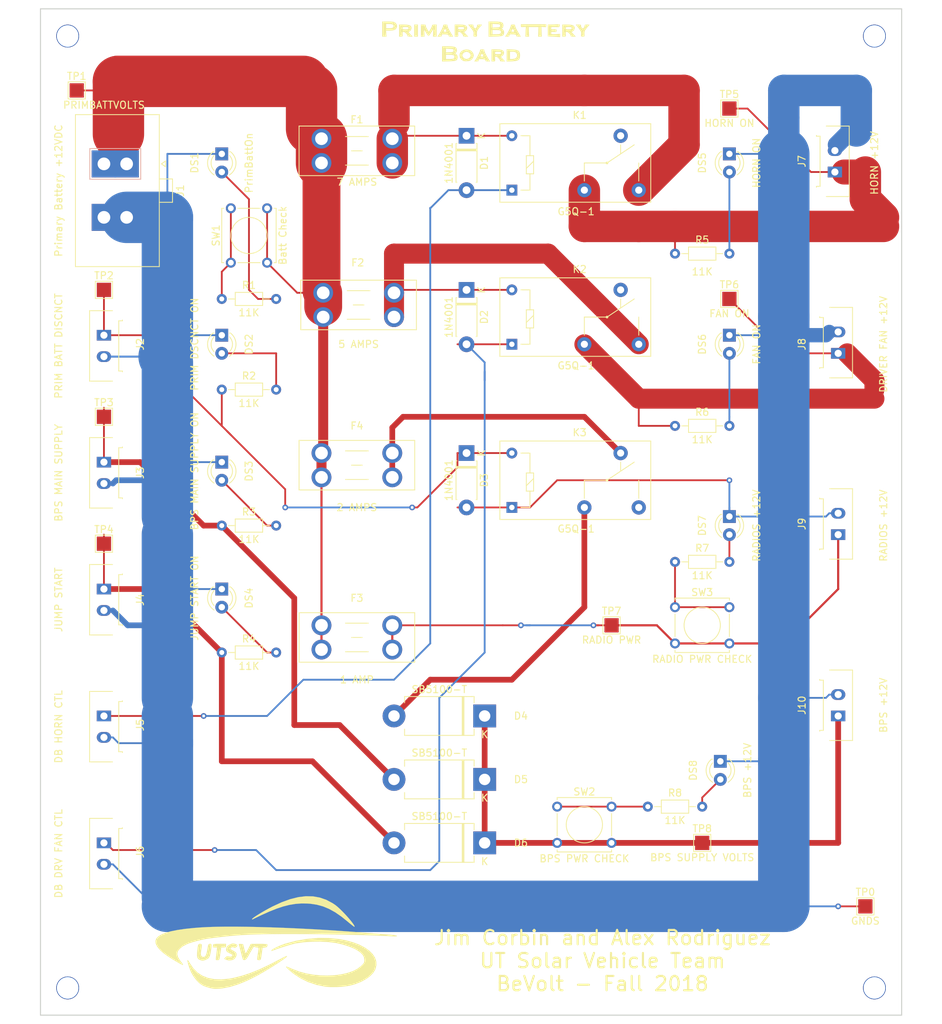
<source format=kicad_pcb>
(kicad_pcb (version 20171130) (host pcbnew "(5.0.0)")

  (general
    (thickness 1.6)
    (drawings 5)
    (tracks 250)
    (zones 0)
    (modules 57)
    (nets 30)
  )

  (page A4)
  (title_block
    (title "Primary Battery Board")
    (date 2018-11-03)
    (company "UT Solar Vehicle Team")
    (comment 1 BeVolt)
    (comment 2 "Jim Corbin and Alex Rodriguez")
  )

  (layers
    (0 F.Cu power)
    (31 B.Cu power)
    (32 B.Adhes user)
    (33 F.Adhes user)
    (34 B.Paste user)
    (35 F.Paste user)
    (36 B.SilkS user)
    (37 F.SilkS user)
    (38 B.Mask user)
    (39 F.Mask user)
    (40 Dwgs.User user)
    (41 Cmts.User user)
    (42 Eco1.User user)
    (43 Eco2.User user)
    (44 Edge.Cuts user)
    (45 Margin user)
    (46 B.CrtYd user)
    (47 F.CrtYd user)
    (48 B.Fab user)
    (49 F.Fab user)
  )

  (setup
    (last_trace_width 0.25)
    (trace_clearance 0.2)
    (zone_clearance 0.508)
    (zone_45_only no)
    (trace_min 0.2)
    (segment_width 0.2)
    (edge_width 0.15)
    (via_size 0.8)
    (via_drill 0.4)
    (via_min_size 0.4)
    (via_min_drill 0.3)
    (uvia_size 0.3)
    (uvia_drill 0.1)
    (uvias_allowed no)
    (uvia_min_size 0.2)
    (uvia_min_drill 0.1)
    (pcb_text_width 0.3)
    (pcb_text_size 1.5 1.5)
    (mod_edge_width 0.15)
    (mod_text_size 1 1)
    (mod_text_width 0.15)
    (pad_size 3.2 3.2)
    (pad_drill 3)
    (pad_to_mask_clearance 0.2)
    (aux_axis_origin 0 0)
    (visible_elements 7FFFFFFF)
    (pcbplotparams
      (layerselection 0x010fc_ffffffff)
      (usegerberextensions false)
      (usegerberattributes false)
      (usegerberadvancedattributes false)
      (creategerberjobfile false)
      (excludeedgelayer true)
      (linewidth 0.100000)
      (plotframeref false)
      (viasonmask false)
      (mode 1)
      (useauxorigin false)
      (hpglpennumber 1)
      (hpglpenspeed 20)
      (hpglpendiameter 15.000000)
      (psnegative false)
      (psa4output false)
      (plotreference true)
      (plotvalue true)
      (plotinvisibletext false)
      (padsonsilk false)
      (subtractmaskfromsilk false)
      (outputformat 1)
      (mirror false)
      (drillshape 1)
      (scaleselection 1)
      (outputdirectory ""))
  )

  (net 0 "")
  (net 1 "Net-(D1-Pad2)")
  (net 2 "Net-(D1-Pad1)")
  (net 3 "Net-(D2-Pad1)")
  (net 4 "Net-(D2-Pad2)")
  (net 5 GNDS)
  (net 6 "Net-(D4-Pad1)")
  (net 7 "Net-(D4-Pad2)")
  (net 8 "Net-(DS1-Pad2)")
  (net 9 "Net-(DS2-Pad2)")
  (net 10 "Net-(DS3-Pad2)")
  (net 11 "Net-(DS4-Pad2)")
  (net 12 "Net-(DS5-Pad2)")
  (net 13 "Net-(DS6-Pad2)")
  (net 14 "Net-(DS7-Pad2)")
  (net 15 "Net-(DS8-Pad2)")
  (net 16 "Net-(F1-Pad1)")
  (net 17 "Net-(F3-Pad2)")
  (net 18 "Net-(F4-Pad2)")
  (net 19 "Net-(J7-Pad1)")
  (net 20 "Net-(J8-Pad1)")
  (net 21 "Net-(K3-Pad3)")
  (net 22 "Net-(R8-Pad1)")
  (net 23 "Net-(R7-Pad1)")
  (net 24 "Net-(R1-Pad1)")
  (net 25 "Net-(D6-Pad2)")
  (net 26 "Net-(D5-Pad2)")
  (net 27 "Net-(K1-Pad4)")
  (net 28 "Net-(K2-Pad4)")
  (net 29 "Net-(D3-Pad1)")

  (net_class Default "This is the default net class."
    (clearance 0.2)
    (trace_width 0.25)
    (via_dia 0.8)
    (via_drill 0.4)
    (uvia_dia 0.3)
    (uvia_drill 0.1)
    (add_net GNDS)
    (add_net "Net-(D1-Pad1)")
    (add_net "Net-(D1-Pad2)")
    (add_net "Net-(D2-Pad1)")
    (add_net "Net-(D2-Pad2)")
    (add_net "Net-(D3-Pad1)")
    (add_net "Net-(D4-Pad1)")
    (add_net "Net-(D4-Pad2)")
    (add_net "Net-(D5-Pad2)")
    (add_net "Net-(D6-Pad2)")
    (add_net "Net-(DS1-Pad2)")
    (add_net "Net-(DS2-Pad2)")
    (add_net "Net-(DS3-Pad2)")
    (add_net "Net-(DS4-Pad2)")
    (add_net "Net-(DS5-Pad2)")
    (add_net "Net-(DS6-Pad2)")
    (add_net "Net-(DS7-Pad2)")
    (add_net "Net-(DS8-Pad2)")
    (add_net "Net-(F1-Pad1)")
    (add_net "Net-(F3-Pad2)")
    (add_net "Net-(F4-Pad2)")
    (add_net "Net-(J7-Pad1)")
    (add_net "Net-(J8-Pad1)")
    (add_net "Net-(K1-Pad4)")
    (add_net "Net-(K2-Pad4)")
    (add_net "Net-(K3-Pad3)")
    (add_net "Net-(R1-Pad1)")
    (add_net "Net-(R7-Pad1)")
    (add_net "Net-(R8-Pad1)")
  )

  (module LOGO (layer F.Cu) (tedit 0) (tstamp 5BDE4B9C)
    (at 96.52 39.37)
    (fp_text reference G*** (at 0 0) (layer F.SilkS) hide
      (effects (font (size 1.524 1.524) (thickness 0.3)))
    )
    (fp_text value LOGO (at 0.75 0) (layer F.SilkS) hide
      (effects (font (size 1.524 1.524) (thickness 0.3)))
    )
    (fp_poly (pts (xy 13.385429 -2.868818) (xy 13.486774 -2.828093) (xy 13.494282 -2.739725) (xy 13.491196 -2.727171)
      (xy 13.519411 -2.558774) (xy 13.6195 -2.423709) (xy 13.743736 -2.327407) (xy 13.827819 -2.349078)
      (xy 13.928341 -2.486815) (xy 14.012066 -2.665545) (xy 14.014634 -2.790277) (xy 14.052447 -2.847748)
      (xy 14.245919 -2.876125) (xy 14.362185 -2.878667) (xy 14.595372 -2.871786) (xy 14.684262 -2.844772)
      (xy 14.653561 -2.788071) (xy 14.635859 -2.772834) (xy 14.511919 -2.646559) (xy 14.336895 -2.440597)
      (xy 14.23028 -2.305548) (xy 14.061744 -2.059804) (xy 13.987011 -1.855088) (xy 13.979925 -1.612916)
      (xy 13.98338 -1.564715) (xy 13.995946 -1.331552) (xy 13.965186 -1.221173) (xy 13.862347 -1.187656)
      (xy 13.745833 -1.185334) (xy 13.575194 -1.195107) (xy 13.507466 -1.256783) (xy 13.509997 -1.418896)
      (xy 13.522617 -1.51714) (xy 13.534708 -1.703137) (xy 13.500222 -1.865301) (xy 13.399123 -2.051862)
      (xy 13.21138 -2.311052) (xy 13.170945 -2.363806) (xy 12.774769 -2.878667) (xy 13.152791 -2.878667)
      (xy 13.385429 -2.868818)) (layer F.SilkS) (width 0.01))
    (fp_poly (pts (xy 12.021332 -2.857723) (xy 12.337535 -2.788819) (xy 12.526951 -2.662849) (xy 12.608593 -2.470707)
      (xy 12.615333 -2.372928) (xy 12.536969 -2.111541) (xy 12.400556 -1.974337) (xy 12.185779 -1.817882)
      (xy 12.765171 -1.185334) (xy 12.388922 -1.185334) (xy 12.175335 -1.200509) (xy 12.064185 -1.238963)
      (xy 12.060569 -1.262832) (xy 12.045645 -1.379816) (xy 11.934874 -1.544938) (xy 11.772416 -1.711091)
      (xy 11.602432 -1.83117) (xy 11.498247 -1.862667) (xy 11.390213 -1.840074) (xy 11.350328 -1.741921)
      (xy 11.359844 -1.524) (xy 11.372175 -1.30762) (xy 11.332129 -1.211072) (xy 11.207794 -1.186097)
      (xy 11.135904 -1.185334) (xy 10.879666 -1.185334) (xy 10.879666 -2.370667) (xy 11.345333 -2.370667)
      (xy 11.367621 -2.2691) (xy 11.462224 -2.218445) (xy 11.67075 -2.202058) (xy 11.768666 -2.201334)
      (xy 12.022583 -2.210249) (xy 12.149221 -2.24809) (xy 12.190188 -2.331501) (xy 12.192 -2.370667)
      (xy 12.169711 -2.472234) (xy 12.075109 -2.522889) (xy 11.866583 -2.539276) (xy 11.768666 -2.54)
      (xy 11.514749 -2.531085) (xy 11.388111 -2.493244) (xy 11.347144 -2.409834) (xy 11.345333 -2.370667)
      (xy 10.879666 -2.370667) (xy 10.879666 -2.878667) (xy 11.559327 -2.878667) (xy 12.021332 -2.857723)) (layer F.SilkS) (width 0.01))
    (fp_poly (pts (xy 8.636 -2.707096) (xy 8.621445 -2.572521) (xy 8.546301 -2.518262) (xy 8.363342 -2.519578)
      (xy 8.290586 -2.526133) (xy 7.945173 -2.559073) (xy 7.973086 -1.872005) (xy 8.001 -1.184936)
      (xy 7.493 -1.184936) (xy 7.520403 -1.855784) (xy 7.547807 -2.526632) (xy 6.168192 -2.526632)
      (xy 6.223 -1.184936) (xy 5.715 -1.184936) (xy 5.742913 -1.872005) (xy 5.770826 -2.559073)
      (xy 5.425413 -2.526133) (xy 5.205859 -2.514208) (xy 5.106669 -2.551284) (xy 5.080619 -2.6621)
      (xy 5.08 -2.707096) (xy 5.08 -2.921) (xy 8.636 -2.921) (xy 8.636 -2.707096)) (layer F.SilkS) (width 0.01))
    (fp_poly (pts (xy 4.182065 -2.865931) (xy 4.267129 -2.815283) (xy 4.265378 -2.7305) (xy 4.290958 -2.596951)
      (xy 4.389946 -2.360541) (xy 4.544449 -2.061017) (xy 4.646571 -1.883834) (xy 5.064532 -1.185334)
      (xy 4.743007 -1.185334) (xy 4.527593 -1.202118) (xy 4.440281 -1.264908) (xy 4.43324 -1.3335)
      (xy 4.411807 -1.420289) (xy 4.306284 -1.471293) (xy 4.080798 -1.499618) (xy 3.958166 -1.507059)
      (xy 3.665764 -1.511364) (xy 3.508352 -1.474317) (xy 3.453359 -1.378991) (xy 3.461307 -1.248834)
      (xy 3.393785 -1.207293) (xy 3.2144 -1.186051) (xy 3.169234 -1.185334) (xy 2.867136 -1.185334)
      (xy 3.03151 -1.418167) (xy 3.186565 -1.662423) (xy 3.348021 -1.955911) (xy 3.359147 -1.97851)
      (xy 3.738212 -1.97851) (xy 3.771338 -1.887139) (xy 3.937 -1.862667) (xy 4.09627 -1.879104)
      (xy 4.148666 -1.910567) (xy 4.11297 -2.014493) (xy 4.052854 -2.137492) (xy 3.973465 -2.261654)
      (xy 3.905328 -2.240518) (xy 3.841188 -2.158077) (xy 3.738212 -1.97851) (xy 3.359147 -1.97851)
      (xy 3.496607 -2.257702) (xy 3.613053 -2.526869) (xy 3.678086 -2.722483) (xy 3.68092 -2.797365)
      (xy 3.721447 -2.849382) (xy 3.892539 -2.876842) (xy 3.96641 -2.878667) (xy 4.182065 -2.865931)) (layer F.SilkS) (width 0.01))
    (fp_poly (pts (xy 1.887914 -3.289935) (xy 2.231455 -3.24675) (xy 2.452975 -3.161965) (xy 2.575499 -3.025098)
      (xy 2.622051 -2.825669) (xy 2.624666 -2.744209) (xy 2.583231 -2.495829) (xy 2.487347 -2.397325)
      (xy 2.408896 -2.345379) (xy 2.456799 -2.268272) (xy 2.543791 -2.198474) (xy 2.695249 -1.989636)
      (xy 2.736403 -1.720456) (xy 2.662927 -1.462665) (xy 2.593645 -1.371802) (xy 2.492049 -1.304418)
      (xy 2.324785 -1.257454) (xy 2.060859 -1.226031) (xy 1.669274 -1.205274) (xy 1.500034 -1.199735)
      (xy 0.550333 -1.171803) (xy 0.550333 -2.116667) (xy 1.100666 -2.116667) (xy 1.100666 -1.524)
      (xy 1.559408 -1.524) (xy 1.843494 -1.533135) (xy 2.070663 -1.556519) (xy 2.152075 -1.575392)
      (xy 2.257954 -1.691399) (xy 2.286 -1.820334) (xy 2.25482 -1.967747) (xy 2.142045 -2.058428)
      (xy 1.918817 -2.104144) (xy 1.559408 -2.116667) (xy 1.100666 -2.116667) (xy 0.550333 -2.116667)
      (xy 0.550333 -2.447254) (xy 1.100666 -2.447254) (xy 1.629833 -2.47246) (xy 1.918806 -2.490813)
      (xy 2.077387 -2.522501) (xy 2.14447 -2.584934) (xy 2.158948 -2.695521) (xy 2.159 -2.709334)
      (xy 2.147531 -2.825469) (xy 2.087196 -2.891776) (xy 1.939103 -2.925664) (xy 1.664359 -2.944542)
      (xy 1.629833 -2.946207) (xy 1.100666 -2.971414) (xy 1.100666 -2.447254) (xy 0.550333 -2.447254)
      (xy 0.550333 -3.302) (xy 1.399327 -3.302) (xy 1.887914 -3.289935)) (layer F.SilkS) (width 0.01))
    (fp_poly (pts (xy -1.685238 -2.868818) (xy -1.583892 -2.828093) (xy -1.576384 -2.739725) (xy -1.57947 -2.727171)
      (xy -1.551255 -2.558774) (xy -1.451167 -2.423709) (xy -1.326931 -2.327407) (xy -1.242847 -2.349078)
      (xy -1.142325 -2.486815) (xy -1.0586 -2.665545) (xy -1.056033 -2.790277) (xy -1.01822 -2.847748)
      (xy -0.824748 -2.876125) (xy -0.708482 -2.878667) (xy -0.475295 -2.871786) (xy -0.386405 -2.844772)
      (xy -0.417106 -2.788071) (xy -0.434808 -2.772834) (xy -0.558748 -2.646559) (xy -0.733771 -2.440597)
      (xy -0.840387 -2.305548) (xy -1.008923 -2.059804) (xy -1.083655 -1.855088) (xy -1.090741 -1.612916)
      (xy -1.087287 -1.564715) (xy -1.074721 -1.331552) (xy -1.105481 -1.221173) (xy -1.20832 -1.187656)
      (xy -1.324834 -1.185334) (xy -1.495472 -1.195107) (xy -1.5632 -1.256783) (xy -1.56067 -1.418896)
      (xy -1.548049 -1.51714) (xy -1.535958 -1.703137) (xy -1.570445 -1.865301) (xy -1.671543 -2.051862)
      (xy -1.859287 -2.311052) (xy -1.899721 -2.363806) (xy -2.295898 -2.878667) (xy -1.917875 -2.878667)
      (xy -1.685238 -2.868818)) (layer F.SilkS) (width 0.01))
    (fp_poly (pts (xy -3.049335 -2.857723) (xy -2.733131 -2.788819) (xy -2.543716 -2.662849) (xy -2.462073 -2.470707)
      (xy -2.455334 -2.372928) (xy -2.533697 -2.111541) (xy -2.670111 -1.974337) (xy -2.884888 -1.817882)
      (xy -2.305496 -1.185334) (xy -2.681745 -1.185334) (xy -2.895332 -1.200509) (xy -3.006482 -1.238963)
      (xy -3.010098 -1.262832) (xy -3.025022 -1.379816) (xy -3.135793 -1.544938) (xy -3.29825 -1.711091)
      (xy -3.468234 -1.83117) (xy -3.57242 -1.862667) (xy -3.680454 -1.840074) (xy -3.720339 -1.741921)
      (xy -3.710823 -1.524) (xy -3.698491 -1.30762) (xy -3.738538 -1.211072) (xy -3.862873 -1.186097)
      (xy -3.934763 -1.185334) (xy -4.191 -1.185334) (xy -4.191 -2.370667) (xy -3.725334 -2.370667)
      (xy -3.703046 -2.2691) (xy -3.608443 -2.218445) (xy -3.399917 -2.202058) (xy -3.302 -2.201334)
      (xy -3.048083 -2.210249) (xy -2.921445 -2.24809) (xy -2.880479 -2.331501) (xy -2.878667 -2.370667)
      (xy -2.900955 -2.472234) (xy -2.995558 -2.522889) (xy -3.204084 -2.539276) (xy -3.302 -2.54)
      (xy -3.555918 -2.531085) (xy -3.682556 -2.493244) (xy -3.723522 -2.409834) (xy -3.725334 -2.370667)
      (xy -4.191 -2.370667) (xy -4.191 -2.878667) (xy -3.511339 -2.878667) (xy -3.049335 -2.857723)) (layer F.SilkS) (width 0.01))
    (fp_poly (pts (xy -5.300602 -2.865931) (xy -5.215538 -2.815283) (xy -5.217288 -2.7305) (xy -5.191709 -2.596951)
      (xy -5.09272 -2.360541) (xy -4.938218 -2.061017) (xy -4.836096 -1.883834) (xy -4.418134 -1.185334)
      (xy -4.73966 -1.185334) (xy -4.955074 -1.202118) (xy -5.042385 -1.264908) (xy -5.049426 -1.3335)
      (xy -5.07086 -1.420289) (xy -5.176383 -1.471293) (xy -5.401868 -1.499618) (xy -5.5245 -1.507059)
      (xy -5.816903 -1.511364) (xy -5.974315 -1.474317) (xy -6.029307 -1.378991) (xy -6.02136 -1.248834)
      (xy -6.088882 -1.207293) (xy -6.268266 -1.186051) (xy -6.313432 -1.185334) (xy -6.615531 -1.185334)
      (xy -6.451156 -1.418167) (xy -6.296102 -1.662423) (xy -6.134646 -1.955911) (xy -6.12352 -1.97851)
      (xy -5.744454 -1.97851) (xy -5.711329 -1.887139) (xy -5.545667 -1.862667) (xy -5.386396 -1.879104)
      (xy -5.334 -1.910567) (xy -5.369696 -2.014493) (xy -5.429812 -2.137492) (xy -5.509201 -2.261654)
      (xy -5.577338 -2.240518) (xy -5.641479 -2.158077) (xy -5.744454 -1.97851) (xy -6.12352 -1.97851)
      (xy -5.98606 -2.257702) (xy -5.869614 -2.526869) (xy -5.804581 -2.722483) (xy -5.801747 -2.797365)
      (xy -5.76122 -2.849382) (xy -5.590128 -2.876842) (xy -5.516257 -2.878667) (xy -5.300602 -2.865931)) (layer F.SilkS) (width 0.01))
    (fp_poly (pts (xy -8.347184 -2.864668) (xy -8.259004 -2.815657) (xy -8.263321 -2.760516) (xy -8.246605 -2.627629)
      (xy -8.155331 -2.411633) (xy -8.061392 -2.245093) (xy -7.814124 -1.847822) (xy -7.590062 -2.230154)
      (xy -7.461489 -2.473804) (xy -7.380447 -2.674027) (xy -7.366 -2.745577) (xy -7.313299 -2.839328)
      (xy -7.135299 -2.876616) (xy -7.0485 -2.878667) (xy -6.731 -2.878667) (xy -6.731 -1.185334)
      (xy -6.985 -1.18518) (xy -7.239 -1.185025) (xy -7.185298 -2.243667) (xy -7.493842 -1.756834)
      (xy -7.656476 -1.512598) (xy -7.78779 -1.337874) (xy -7.85968 -1.270014) (xy -7.860121 -1.27)
      (xy -7.931582 -1.336227) (xy -8.059814 -1.508609) (xy -8.19462 -1.7145) (xy -8.471385 -2.159)
      (xy -8.447859 -1.672052) (xy -8.424334 -1.185103) (xy -8.678334 -1.185218) (xy -8.932334 -1.185334)
      (xy -8.932334 -2.878667) (xy -8.575158 -2.878667) (xy -8.347184 -2.864668)) (layer F.SilkS) (width 0.01))
    (fp_poly (pts (xy -9.355667 -1.185334) (xy -9.863667 -1.185334) (xy -9.863667 -2.878667) (xy -9.355667 -2.878667)
      (xy -9.355667 -1.185334)) (layer F.SilkS) (width 0.01))
    (fp_poly (pts (xy -10.838668 -2.857723) (xy -10.522465 -2.788819) (xy -10.333049 -2.662849) (xy -10.251407 -2.470707)
      (xy -10.244667 -2.372928) (xy -10.323031 -2.111541) (xy -10.459444 -1.974337) (xy -10.674221 -1.817882)
      (xy -10.094829 -1.185334) (xy -10.471078 -1.185334) (xy -10.684665 -1.200509) (xy -10.795815 -1.238963)
      (xy -10.799431 -1.262832) (xy -10.814355 -1.379816) (xy -10.925126 -1.544938) (xy -11.087584 -1.711091)
      (xy -11.257568 -1.83117) (xy -11.361753 -1.862667) (xy -11.469787 -1.840074) (xy -11.509672 -1.741921)
      (xy -11.500156 -1.524) (xy -11.487825 -1.30762) (xy -11.527871 -1.211072) (xy -11.652206 -1.186097)
      (xy -11.724096 -1.185334) (xy -11.980334 -1.185334) (xy -11.980334 -2.370667) (xy -11.514667 -2.370667)
      (xy -11.492379 -2.2691) (xy -11.397776 -2.218445) (xy -11.18925 -2.202058) (xy -11.091334 -2.201334)
      (xy -10.837417 -2.210249) (xy -10.710779 -2.24809) (xy -10.669812 -2.331501) (xy -10.668 -2.370667)
      (xy -10.690289 -2.472234) (xy -10.784891 -2.522889) (xy -10.993417 -2.539276) (xy -11.091334 -2.54)
      (xy -11.345251 -2.531085) (xy -11.471889 -2.493244) (xy -11.512856 -2.409834) (xy -11.514667 -2.370667)
      (xy -11.980334 -2.370667) (xy -11.980334 -2.878667) (xy -11.300673 -2.878667) (xy -10.838668 -2.857723)) (layer F.SilkS) (width 0.01))
    (fp_poly (pts (xy -13.13978 -3.29686) (xy -12.870506 -3.276781) (xy -12.687814 -3.234781) (xy -12.55042 -3.163873)
      (xy -12.499752 -3.126522) (xy -12.313617 -2.887201) (xy -12.271455 -2.608461) (xy -12.373266 -2.340021)
      (xy -12.499752 -2.207479) (xy -12.680908 -2.101783) (xy -12.916702 -2.047537) (xy -13.263038 -2.032004)
      (xy -13.269923 -2.032) (xy -13.81701 -2.032) (xy -13.787672 -1.608615) (xy -13.758334 -1.185229)
      (xy -14.054667 -1.185281) (xy -14.351 -1.185334) (xy -14.351 -2.963334) (xy -13.800667 -2.963334)
      (xy -13.800667 -2.370667) (xy -13.337979 -2.370667) (xy -13.043588 -2.385074) (xy -12.874258 -2.436124)
      (xy -12.794825 -2.52102) (xy -12.745584 -2.72864) (xy -12.850906 -2.872548) (xy -13.107361 -2.949957)
      (xy -13.339208 -2.963334) (xy -13.800667 -2.963334) (xy -14.351 -2.963334) (xy -14.351 -3.302)
      (xy -13.536919 -3.302001) (xy -13.13978 -3.29686)) (layer F.SilkS) (width 0.01))
    (fp_poly (pts (xy 10.499041 -2.709334) (xy 10.491515 -2.599218) (xy 10.444359 -2.538194) (xy 10.320722 -2.514854)
      (xy 10.083751 -2.517788) (xy 9.90619 -2.525782) (xy 9.596329 -2.537017) (xy 9.418794 -2.527445)
      (xy 9.336947 -2.487382) (xy 9.314145 -2.407144) (xy 9.313333 -2.369089) (xy 9.330718 -2.256512)
      (xy 9.412575 -2.208826) (xy 9.603459 -2.207964) (xy 9.694333 -2.214585) (xy 9.928434 -2.225848)
      (xy 10.039674 -2.19574) (xy 10.073381 -2.102541) (xy 10.075333 -2.032) (xy 10.062167 -1.902242)
      (xy 9.992451 -1.84563) (xy 9.820856 -1.840443) (xy 9.694333 -1.849416) (xy 9.459378 -1.859658)
      (xy 9.347639 -1.828828) (xy 9.314573 -1.738893) (xy 9.313333 -1.69517) (xy 9.323726 -1.601719)
      (xy 9.378542 -1.549026) (xy 9.513235 -1.528346) (xy 9.763259 -1.530933) (xy 9.94853 -1.538478)
      (xy 10.583727 -1.566334) (xy 10.58353 -1.3335) (xy 10.576823 -1.170473) (xy 10.562166 -1.11724)
      (xy 10.474248 -1.128591) (xy 10.254196 -1.145921) (xy 9.938987 -1.166526) (xy 9.694333 -1.18074)
      (xy 8.847666 -1.227667) (xy 8.847666 -2.868566) (xy 9.673351 -2.894783) (xy 10.499035 -2.921)
      (xy 10.499041 -2.709334)) (layer F.SilkS) (width 0.01))
    (fp_poly (pts (xy 3.828906 0.606199) (xy 4.292811 0.642811) (xy 4.613182 0.722086) (xy 4.813975 0.861779)
      (xy 4.919147 1.079647) (xy 4.952656 1.393445) (xy 4.953 1.439333) (xy 4.92662 1.7661)
      (xy 4.831512 1.994762) (xy 4.643717 2.143075) (xy 4.339278 2.228795) (xy 3.894239 2.269678)
      (xy 3.828906 2.272467) (xy 3.090333 2.301268) (xy 3.090333 0.931333) (xy 3.556 0.931333)
      (xy 3.556 1.947333) (xy 3.894666 1.947333) (xy 4.237543 1.887464) (xy 4.402666 1.778)
      (xy 4.551537 1.544088) (xy 4.535404 1.294143) (xy 4.440199 1.119505) (xy 4.305218 0.992056)
      (xy 4.100161 0.937974) (xy 3.932199 0.931333) (xy 3.556 0.931333) (xy 3.090333 0.931333)
      (xy 3.090333 0.577398) (xy 3.828906 0.606199)) (layer F.SilkS) (width 0.01))
    (fp_poly (pts (xy 2.115332 0.613611) (xy 2.431535 0.682515) (xy 2.620951 0.808484) (xy 2.702593 1.000626)
      (xy 2.709333 1.098405) (xy 2.630969 1.359792) (xy 2.494556 1.496997) (xy 2.279779 1.653451)
      (xy 2.569475 1.969725) (xy 2.859171 2.286) (xy 2.482922 2.286) (xy 2.269335 2.270824)
      (xy 2.158185 2.23237) (xy 2.154569 2.208502) (xy 2.139645 2.091518) (xy 2.028874 1.926396)
      (xy 1.866416 1.760242) (xy 1.696432 1.640163) (xy 1.592247 1.608666) (xy 1.484213 1.631259)
      (xy 1.444328 1.729412) (xy 1.453844 1.947333) (xy 1.466175 2.163713) (xy 1.426129 2.260261)
      (xy 1.301794 2.285236) (xy 1.229904 2.286) (xy 0.973666 2.286) (xy 0.973666 1.100666)
      (xy 1.439333 1.100666) (xy 1.461621 1.202233) (xy 1.556224 1.252888) (xy 1.76475 1.269275)
      (xy 1.862666 1.27) (xy 2.116583 1.261084) (xy 2.243221 1.223243) (xy 2.284188 1.139833)
      (xy 2.286 1.100666) (xy 2.263711 0.999099) (xy 2.169109 0.948444) (xy 1.960583 0.932057)
      (xy 1.862666 0.931333) (xy 1.608749 0.940248) (xy 1.482111 0.978089) (xy 1.441144 1.0615)
      (xy 1.439333 1.100666) (xy 0.973666 1.100666) (xy 0.973666 0.592666) (xy 1.653327 0.592666)
      (xy 2.115332 0.613611)) (layer F.SilkS) (width 0.01))
    (fp_poly (pts (xy -0.135935 0.605403) (xy -0.050871 0.65605) (xy -0.052622 0.740833) (xy -0.027042 0.874382)
      (xy 0.071946 1.110792) (xy 0.226449 1.410316) (xy 0.328571 1.5875) (xy 0.746532 2.286)
      (xy 0.425007 2.286) (xy 0.209593 2.269216) (xy 0.122281 2.206425) (xy 0.11524 2.137833)
      (xy 0.093807 2.051045) (xy -0.011716 2.000041) (xy -0.237202 1.971715) (xy -0.359834 1.964274)
      (xy -0.652236 1.95997) (xy -0.809648 1.997016) (xy -0.864641 2.092342) (xy -0.856693 2.2225)
      (xy -0.924215 2.26404) (xy -1.1036 2.285283) (xy -1.148766 2.286) (xy -1.450864 2.286)
      (xy -1.28649 2.053166) (xy -1.131435 1.80891) (xy -0.969979 1.515423) (xy -0.958852 1.492823)
      (xy -0.579788 1.492823) (xy -0.546662 1.584194) (xy -0.381 1.608666) (xy -0.22173 1.592229)
      (xy -0.169334 1.560767) (xy -0.20503 1.45684) (xy -0.265146 1.333841) (xy -0.344535 1.20968)
      (xy -0.412672 1.230815) (xy -0.476812 1.313256) (xy -0.579788 1.492823) (xy -0.958852 1.492823)
      (xy -0.821393 1.213631) (xy -0.704947 0.944465) (xy -0.639914 0.74885) (xy -0.63708 0.673968)
      (xy -0.596553 0.621952) (xy -0.425461 0.594491) (xy -0.35159 0.592666) (xy -0.135935 0.605403)) (layer F.SilkS) (width 0.01))
    (fp_poly (pts (xy -2.290048 0.630625) (xy -1.956716 0.759932) (xy -1.761862 0.921791) (xy -1.579609 1.201979)
      (xy -1.524 1.439333) (xy -1.596129 1.712629) (xy -1.761862 1.956875) (xy -1.953353 2.132451)
      (xy -2.167453 2.220394) (xy -2.418029 2.252406) (xy -2.689178 2.259825) (xy -2.901797 2.245331)
      (xy -2.963334 2.230752) (xy -3.262307 2.032593) (xy -3.45661 1.744761) (xy -3.518966 1.439333)
      (xy -3.132667 1.439333) (xy -3.05696 1.663212) (xy -2.865534 1.846143) (xy -2.611929 1.942231)
      (xy -2.54 1.947333) (xy -2.291397 1.889921) (xy -2.116667 1.778) (xy -1.989817 1.593686)
      (xy -1.947334 1.439333) (xy -2.023041 1.215453) (xy -2.214467 1.032523) (xy -2.468072 0.936434)
      (xy -2.54 0.931333) (xy -2.801193 0.996225) (xy -3.014612 1.160304) (xy -3.126716 1.37768)
      (xy -3.132667 1.439333) (xy -3.518966 1.439333) (xy -3.524338 1.413023) (xy -3.476941 1.157747)
      (xy -3.289503 0.881327) (xy -3.000102 0.697329) (xy -2.652397 0.61176) (xy -2.290048 0.630625)) (layer F.SilkS) (width 0.01))
    (fp_poly (pts (xy -4.631419 0.181399) (xy -4.287878 0.224583) (xy -4.066358 0.309368) (xy -3.943834 0.446235)
      (xy -3.897282 0.645664) (xy -3.894667 0.727124) (xy -3.936103 0.975504) (xy -4.031987 1.074008)
      (xy -4.110437 1.125954) (xy -4.062534 1.203062) (xy -3.975542 1.272859) (xy -3.824085 1.481698)
      (xy -3.782931 1.750877) (xy -3.856406 2.008669) (xy -3.925688 2.099531) (xy -4.027285 2.166915)
      (xy -4.194548 2.21388) (xy -4.458475 2.245302) (xy -4.85006 2.266059) (xy -5.019299 2.271598)
      (xy -5.969 2.29953) (xy -5.969 1.354666) (xy -5.418667 1.354666) (xy -5.418667 1.947333)
      (xy -4.959925 1.947333) (xy -4.67584 1.938198) (xy -4.44867 1.914815) (xy -4.367259 1.895941)
      (xy -4.261379 1.779934) (xy -4.233334 1.651) (xy -4.264513 1.503586) (xy -4.377288 1.412906)
      (xy -4.600517 1.367189) (xy -4.959925 1.354666) (xy -5.418667 1.354666) (xy -5.969 1.354666)
      (xy -5.969 1.02408) (xy -5.418667 1.02408) (xy -4.8895 0.998873) (xy -4.600528 0.98052)
      (xy -4.441946 0.948833) (xy -4.374863 0.8864) (xy -4.360386 0.775812) (xy -4.360334 0.762)
      (xy -4.371802 0.645864) (xy -4.432137 0.579557) (xy -4.58023 0.54567) (xy -4.854975 0.526791)
      (xy -4.8895 0.525126) (xy -5.418667 0.499919) (xy -5.418667 1.02408) (xy -5.969 1.02408)
      (xy -5.969 0.169333) (xy -5.120006 0.169333) (xy -4.631419 0.181399)) (layer F.SilkS) (width 0.01))
  )

  (module Diode_THT:D_DO-41_SOD81_P7.62mm_Horizontal (layer F.Cu) (tedit 5BDE2725) (tstamp 5BE10D39)
    (at 93.98 96.52 270)
    (descr "Diode, DO-41_SOD81 series, Axial, Horizontal, pin pitch=7.62mm, , length*diameter=5.2*2.7mm^2, , http://www.diodes.com/_files/packages/DO-41%20(Plastic).pdf")
    (tags "Diode DO-41_SOD81 series Axial Horizontal pin pitch 7.62mm  length 5.2mm diameter 2.7mm")
    (path /5BEA9268)
    (fp_text reference D3 (at 3.81 -2.47 270) (layer F.SilkS)
      (effects (font (size 1 1) (thickness 0.15)))
    )
    (fp_text value 1N4001 (at 3.81 2.47 270) (layer F.SilkS)
      (effects (font (size 1 1) (thickness 0.15)))
    )
    (fp_text user K (at 0 -2.1 270) (layer F.SilkS)
      (effects (font (size 1 1) (thickness 0.15)))
    )
    (fp_text user K (at 0 -2.1 270) (layer F.Fab)
      (effects (font (size 1 1) (thickness 0.15)))
    )
    (fp_text user %R (at 4.2 0 270) (layer F.Fab)
      (effects (font (size 1 1) (thickness 0.15)))
    )
    (fp_line (start 8.97 -1.6) (end -1.35 -1.6) (layer F.CrtYd) (width 0.05))
    (fp_line (start 8.97 1.6) (end 8.97 -1.6) (layer F.CrtYd) (width 0.05))
    (fp_line (start -1.35 1.6) (end 8.97 1.6) (layer F.CrtYd) (width 0.05))
    (fp_line (start -1.35 -1.6) (end -1.35 1.6) (layer F.CrtYd) (width 0.05))
    (fp_line (start 1.87 -1.47) (end 1.87 1.47) (layer F.SilkS) (width 0.12))
    (fp_line (start 2.11 -1.47) (end 2.11 1.47) (layer F.SilkS) (width 0.12))
    (fp_line (start 1.99 -1.47) (end 1.99 1.47) (layer F.SilkS) (width 0.12))
    (fp_line (start 6.53 1.47) (end 6.53 1.34) (layer F.SilkS) (width 0.12))
    (fp_line (start 1.09 1.47) (end 6.53 1.47) (layer F.SilkS) (width 0.12))
    (fp_line (start 1.09 1.34) (end 1.09 1.47) (layer F.SilkS) (width 0.12))
    (fp_line (start 6.53 -1.47) (end 6.53 -1.34) (layer F.SilkS) (width 0.12))
    (fp_line (start 1.09 -1.47) (end 6.53 -1.47) (layer F.SilkS) (width 0.12))
    (fp_line (start 1.09 -1.34) (end 1.09 -1.47) (layer F.SilkS) (width 0.12))
    (fp_line (start 1.89 -1.35) (end 1.89 1.35) (layer F.Fab) (width 0.1))
    (fp_line (start 2.09 -1.35) (end 2.09 1.35) (layer F.Fab) (width 0.1))
    (fp_line (start 1.99 -1.35) (end 1.99 1.35) (layer F.Fab) (width 0.1))
    (fp_line (start 7.62 0) (end 6.41 0) (layer F.Fab) (width 0.1))
    (fp_line (start 0 0) (end 1.21 0) (layer F.Fab) (width 0.1))
    (fp_line (start 6.41 -1.35) (end 1.21 -1.35) (layer F.Fab) (width 0.1))
    (fp_line (start 6.41 1.35) (end 6.41 -1.35) (layer F.Fab) (width 0.1))
    (fp_line (start 1.21 1.35) (end 6.41 1.35) (layer F.Fab) (width 0.1))
    (fp_line (start 1.21 -1.35) (end 1.21 1.35) (layer F.Fab) (width 0.1))
    (pad 2 thru_hole oval (at 7.62 0 270) (size 2.2 2.2) (drill 1.1) (layers *.Cu *.Mask)
      (net 5 GNDS))
    (pad 1 thru_hole rect (at 0 0 270) (size 2.2 2.2) (drill 1.1) (layers *.Cu *.Mask)
      (net 29 "Net-(D3-Pad1)"))
    (model ${KISYS3DMOD}/Diode_THT.3dshapes/D_DO-41_SOD81_P7.62mm_Horizontal.wrl
      (at (xyz 0 0 0))
      (scale (xyz 1 1 1))
      (rotate (xyz 0 0 0))
    )
  )

  (module Diode_THT:D_DO-41_SOD81_P7.62mm_Horizontal (layer F.Cu) (tedit 5BDE2720) (tstamp 5BE10D1A)
    (at 93.98 73.66 270)
    (descr "Diode, DO-41_SOD81 series, Axial, Horizontal, pin pitch=7.62mm, , length*diameter=5.2*2.7mm^2, , http://www.diodes.com/_files/packages/DO-41%20(Plastic).pdf")
    (tags "Diode DO-41_SOD81 series Axial Horizontal pin pitch 7.62mm  length 5.2mm diameter 2.7mm")
    (path /5BEA06F0)
    (fp_text reference D2 (at 3.81 -2.47 270) (layer F.SilkS)
      (effects (font (size 1 1) (thickness 0.15)))
    )
    (fp_text value 1N4001 (at 3.81 2.47 270) (layer F.SilkS)
      (effects (font (size 1 1) (thickness 0.15)))
    )
    (fp_text user K (at 0 -2.1 270) (layer F.SilkS)
      (effects (font (size 1 1) (thickness 0.15)))
    )
    (fp_text user K (at 0 -2.1 270) (layer F.Fab)
      (effects (font (size 1 1) (thickness 0.15)))
    )
    (fp_text user %R (at 4.2 0 270) (layer F.Fab)
      (effects (font (size 1 1) (thickness 0.15)))
    )
    (fp_line (start 8.97 -1.6) (end -1.35 -1.6) (layer F.CrtYd) (width 0.05))
    (fp_line (start 8.97 1.6) (end 8.97 -1.6) (layer F.CrtYd) (width 0.05))
    (fp_line (start -1.35 1.6) (end 8.97 1.6) (layer F.CrtYd) (width 0.05))
    (fp_line (start -1.35 -1.6) (end -1.35 1.6) (layer F.CrtYd) (width 0.05))
    (fp_line (start 1.87 -1.47) (end 1.87 1.47) (layer F.SilkS) (width 0.12))
    (fp_line (start 2.11 -1.47) (end 2.11 1.47) (layer F.SilkS) (width 0.12))
    (fp_line (start 1.99 -1.47) (end 1.99 1.47) (layer F.SilkS) (width 0.12))
    (fp_line (start 6.53 1.47) (end 6.53 1.34) (layer F.SilkS) (width 0.12))
    (fp_line (start 1.09 1.47) (end 6.53 1.47) (layer F.SilkS) (width 0.12))
    (fp_line (start 1.09 1.34) (end 1.09 1.47) (layer F.SilkS) (width 0.12))
    (fp_line (start 6.53 -1.47) (end 6.53 -1.34) (layer F.SilkS) (width 0.12))
    (fp_line (start 1.09 -1.47) (end 6.53 -1.47) (layer F.SilkS) (width 0.12))
    (fp_line (start 1.09 -1.34) (end 1.09 -1.47) (layer F.SilkS) (width 0.12))
    (fp_line (start 1.89 -1.35) (end 1.89 1.35) (layer F.Fab) (width 0.1))
    (fp_line (start 2.09 -1.35) (end 2.09 1.35) (layer F.Fab) (width 0.1))
    (fp_line (start 1.99 -1.35) (end 1.99 1.35) (layer F.Fab) (width 0.1))
    (fp_line (start 7.62 0) (end 6.41 0) (layer F.Fab) (width 0.1))
    (fp_line (start 0 0) (end 1.21 0) (layer F.Fab) (width 0.1))
    (fp_line (start 6.41 -1.35) (end 1.21 -1.35) (layer F.Fab) (width 0.1))
    (fp_line (start 6.41 1.35) (end 6.41 -1.35) (layer F.Fab) (width 0.1))
    (fp_line (start 1.21 1.35) (end 6.41 1.35) (layer F.Fab) (width 0.1))
    (fp_line (start 1.21 -1.35) (end 1.21 1.35) (layer F.Fab) (width 0.1))
    (pad 2 thru_hole oval (at 7.62 0 270) (size 2.2 2.2) (drill 1.1) (layers *.Cu *.Mask)
      (net 4 "Net-(D2-Pad2)"))
    (pad 1 thru_hole rect (at 0 0 270) (size 2.2 2.2) (drill 1.1) (layers *.Cu *.Mask)
      (net 3 "Net-(D2-Pad1)"))
    (model ${KISYS3DMOD}/Diode_THT.3dshapes/D_DO-41_SOD81_P7.62mm_Horizontal.wrl
      (at (xyz 0 0 0))
      (scale (xyz 1 1 1))
      (rotate (xyz 0 0 0))
    )
  )

  (module Diode_THT:D_DO-41_SOD81_P7.62mm_Horizontal (layer F.Cu) (tedit 5BDE271A) (tstamp 5BE10CFB)
    (at 93.98 52.07 270)
    (descr "Diode, DO-41_SOD81 series, Axial, Horizontal, pin pitch=7.62mm, , length*diameter=5.2*2.7mm^2, , http://www.diodes.com/_files/packages/DO-41%20(Plastic).pdf")
    (tags "Diode DO-41_SOD81 series Axial Horizontal pin pitch 7.62mm  length 5.2mm diameter 2.7mm")
    (path /5BE96EDE)
    (fp_text reference D1 (at 3.81 -2.47 270) (layer F.SilkS)
      (effects (font (size 1 1) (thickness 0.15)))
    )
    (fp_text value 1N4001 (at 3.81 2.47 270) (layer F.SilkS)
      (effects (font (size 1 1) (thickness 0.15)))
    )
    (fp_text user K (at 0 -2.1 270) (layer F.SilkS)
      (effects (font (size 1 1) (thickness 0.15)))
    )
    (fp_text user K (at 0 -2.1 270) (layer F.Fab)
      (effects (font (size 1 1) (thickness 0.15)))
    )
    (fp_text user %R (at 4.2 0 270) (layer F.Fab)
      (effects (font (size 1 1) (thickness 0.15)))
    )
    (fp_line (start 8.97 -1.6) (end -1.35 -1.6) (layer F.CrtYd) (width 0.05))
    (fp_line (start 8.97 1.6) (end 8.97 -1.6) (layer F.CrtYd) (width 0.05))
    (fp_line (start -1.35 1.6) (end 8.97 1.6) (layer F.CrtYd) (width 0.05))
    (fp_line (start -1.35 -1.6) (end -1.35 1.6) (layer F.CrtYd) (width 0.05))
    (fp_line (start 1.87 -1.47) (end 1.87 1.47) (layer F.SilkS) (width 0.12))
    (fp_line (start 2.11 -1.47) (end 2.11 1.47) (layer F.SilkS) (width 0.12))
    (fp_line (start 1.99 -1.47) (end 1.99 1.47) (layer F.SilkS) (width 0.12))
    (fp_line (start 6.53 1.47) (end 6.53 1.34) (layer F.SilkS) (width 0.12))
    (fp_line (start 1.09 1.47) (end 6.53 1.47) (layer F.SilkS) (width 0.12))
    (fp_line (start 1.09 1.34) (end 1.09 1.47) (layer F.SilkS) (width 0.12))
    (fp_line (start 6.53 -1.47) (end 6.53 -1.34) (layer F.SilkS) (width 0.12))
    (fp_line (start 1.09 -1.47) (end 6.53 -1.47) (layer F.SilkS) (width 0.12))
    (fp_line (start 1.09 -1.34) (end 1.09 -1.47) (layer F.SilkS) (width 0.12))
    (fp_line (start 1.89 -1.35) (end 1.89 1.35) (layer F.Fab) (width 0.1))
    (fp_line (start 2.09 -1.35) (end 2.09 1.35) (layer F.Fab) (width 0.1))
    (fp_line (start 1.99 -1.35) (end 1.99 1.35) (layer F.Fab) (width 0.1))
    (fp_line (start 7.62 0) (end 6.41 0) (layer F.Fab) (width 0.1))
    (fp_line (start 0 0) (end 1.21 0) (layer F.Fab) (width 0.1))
    (fp_line (start 6.41 -1.35) (end 1.21 -1.35) (layer F.Fab) (width 0.1))
    (fp_line (start 6.41 1.35) (end 6.41 -1.35) (layer F.Fab) (width 0.1))
    (fp_line (start 1.21 1.35) (end 6.41 1.35) (layer F.Fab) (width 0.1))
    (fp_line (start 1.21 -1.35) (end 1.21 1.35) (layer F.Fab) (width 0.1))
    (pad 2 thru_hole oval (at 7.62 0 270) (size 2.2 2.2) (drill 1.1) (layers *.Cu *.Mask)
      (net 1 "Net-(D1-Pad2)"))
    (pad 1 thru_hole rect (at 0 0 270) (size 2.2 2.2) (drill 1.1) (layers *.Cu *.Mask)
      (net 2 "Net-(D1-Pad1)"))
    (model ${KISYS3DMOD}/Diode_THT.3dshapes/D_DO-41_SOD81_P7.62mm_Horizontal.wrl
      (at (xyz 0 0 0))
      (scale (xyz 1 1 1))
      (rotate (xyz 0 0 0))
    )
  )

  (module Logo (layer F.Cu) (tedit 5BD0C990) (tstamp 5BF6F34E)
    (at 67.31 165.1)
    (fp_text reference G*** (at 0 0) (layer F.SilkS) hide
      (effects (font (size 1.524 1.524) (thickness 0.3)))
    )
    (fp_text value LOGO (at 0.75 0) (layer F.SilkS) hide
      (effects (font (size 1.524 1.524) (thickness 0.3)))
    )
    (fp_poly (pts (xy 1.521429 1.913535) (xy 1.521532 1.920461) (xy 1.449486 2.013863) (xy 1.249968 2.179408)
      (xy 0.942221 2.404683) (xy 0.545487 2.677278) (xy 0.079007 2.984784) (xy -0.437978 3.314788)
      (xy -0.986225 3.65488) (xy -1.546493 3.99265) (xy -2.099539 4.315687) (xy -2.626124 4.611579)
      (xy -2.783894 4.697424) (xy -4.089122 5.348746) (xy -5.314578 5.851811) (xy -6.461521 6.207048)
      (xy -7.531213 6.414886) (xy -7.958667 6.458393) (xy -8.291335 6.474503) (xy -8.593041 6.475614)
      (xy -8.763 6.465037) (xy -9.198831 6.381776) (xy -9.668098 6.250355) (xy -10.100308 6.092964)
      (xy -10.390373 5.952738) (xy -10.796732 5.650246) (xy -11.207106 5.230166) (xy -11.581981 4.738555)
      (xy -11.881845 4.221468) (xy -11.889714 4.205112) (xy -12.044203 3.849643) (xy -12.187659 3.462837)
      (xy -12.307927 3.085038) (xy -12.392851 2.75659) (xy -12.430274 2.517836) (xy -12.42404 2.431786)
      (xy -12.372477 2.455246) (xy -12.262917 2.599567) (xy -12.116462 2.835888) (xy -12.073991 2.910544)
      (xy -11.58509 3.627267) (xy -10.996771 4.20703) (xy -10.309329 4.649732) (xy -9.523059 4.955273)
      (xy -8.638259 5.123551) (xy -7.655223 5.154467) (xy -6.574248 5.047921) (xy -6.051619 4.954227)
      (xy -4.900147 4.672262) (xy -3.693532 4.279762) (xy -2.418005 3.771338) (xy -1.059793 3.141601)
      (xy 0.081658 2.554287) (xy 0.590315 2.284481) (xy 0.968534 2.089988) (xy 1.233536 1.963227)
      (xy 1.402539 1.896618) (xy 1.492763 1.88258) (xy 1.521429 1.913535)) (layer F.SilkS) (width 0.01))
    (fp_poly (pts (xy 7.314593 -0.650011) (xy 8.7578 -0.511337) (xy 9.889493 -0.294502) (xy 10.860584 -0.017529)
      (xy 11.715882 0.317424) (xy 12.44877 0.70363) (xy 13.052633 1.13436) (xy 13.520854 1.602886)
      (xy 13.846815 2.102482) (xy 14.0239 2.626418) (xy 14.045492 3.167967) (xy 13.904974 3.720401)
      (xy 13.885101 3.768208) (xy 13.599765 4.238932) (xy 13.16566 4.689633) (xy 12.603227 5.106814)
      (xy 11.932905 5.476978) (xy 11.175134 5.78663) (xy 10.541 5.976331) (xy 9.896127 6.103156)
      (xy 9.149246 6.190324) (xy 8.363768 6.234369) (xy 7.603106 6.231828) (xy 6.93067 6.179236)
      (xy 6.900333 6.175208) (xy 5.658376 5.927314) (xy 4.483879 5.533188) (xy 3.389741 4.998829)
      (xy 2.388858 4.330242) (xy 1.735667 3.771446) (xy 1.516586 3.558062) (xy 1.396995 3.420322)
      (xy 1.386612 3.357552) (xy 1.495153 3.369078) (xy 1.732336 3.454224) (xy 2.107879 3.612315)
      (xy 2.370667 3.727357) (xy 3.248244 4.057963) (xy 4.18866 4.311142) (xy 5.17017 4.487956)
      (xy 6.171029 4.589468) (xy 7.169492 4.616741) (xy 8.143812 4.570839) (xy 9.072246 4.452824)
      (xy 9.933049 4.263758) (xy 10.704474 4.004706) (xy 11.364777 3.676731) (xy 11.892212 3.280894)
      (xy 11.913127 3.260872) (xy 12.147375 3.02481) (xy 12.281994 2.851348) (xy 12.34415 2.690849)
      (xy 12.361006 2.493677) (xy 12.361333 2.441895) (xy 12.308949 2.071585) (xy 12.140292 1.739569)
      (xy 11.838104 1.421157) (xy 11.444548 1.130316) (xy 11.004147 0.885932) (xy 10.439751 0.642057)
      (xy 9.796029 0.414241) (xy 9.117651 0.218034) (xy 8.449285 0.068988) (xy 8.339667 0.049423)
      (xy 7.323314 -0.078713) (xy 6.211772 -0.138533) (xy 5.064076 -0.130882) (xy 3.93926 -0.056607)
      (xy 2.896361 0.083445) (xy 2.642999 0.131113) (xy 2.354975 0.200944) (xy 1.949085 0.315034)
      (xy 1.466754 0.460192) (xy 0.949408 0.623226) (xy 0.43847 0.790947) (xy -0.024635 0.950163)
      (xy -0.398481 1.087683) (xy -0.54072 1.144916) (xy -0.657851 1.170039) (xy -0.662306 1.092991)
      (xy -0.561675 0.986095) (xy -0.333456 0.839111) (xy -0.009922 0.667788) (xy 0.376654 0.487874)
      (xy 0.793996 0.315119) (xy 1.209833 0.165272) (xy 1.295043 0.137844) (xy 2.784855 -0.257882)
      (xy 4.302078 -0.521973) (xy 5.820672 -0.653119) (xy 7.314593 -0.650011)) (layer F.SilkS) (width 0.01))
    (fp_poly (pts (xy -4.139355 -2.219745) (xy -2.500935 -2.187007) (xy -0.778904 -2.138184) (xy 1.012625 -2.073725)
      (xy 2.859539 -1.994079) (xy 4.747726 -1.899697) (xy 6.663073 -1.791027) (xy 8.591466 -1.668519)
      (xy 10.518793 -1.532622) (xy 12.234333 -1.399764) (xy 12.916943 -1.344975) (xy 13.583929 -1.292192)
      (xy 14.205603 -1.243708) (xy 14.752278 -1.201817) (xy 15.194266 -1.168812) (xy 15.50188 -1.146985)
      (xy 15.536333 -1.144704) (xy 16.09333 -1.103457) (xy 16.496181 -1.061403) (xy 16.760067 -1.016071)
      (xy 16.900168 -0.964994) (xy 16.933333 -0.917535) (xy 16.852436 -0.879632) (xy 16.62161 -0.865877)
      (xy 16.25865 -0.877145) (xy 16.1925 -0.881137) (xy 15.385509 -0.926493) (xy 14.429297 -0.969829)
      (xy 13.343968 -1.010705) (xy 12.149627 -1.048678) (xy 10.866379 -1.083305) (xy 9.514327 -1.114144)
      (xy 8.113578 -1.140753) (xy 6.684235 -1.162689) (xy 5.246403 -1.179511) (xy 3.820187 -1.190777)
      (xy 2.425691 -1.196043) (xy 1.862667 -1.196363) (xy 0.519609 -1.193548) (xy -0.677373 -1.185494)
      (xy -1.751491 -1.170939) (xy -2.725956 -1.148622) (xy -3.62398 -1.11728) (xy -4.468773 -1.075653)
      (xy -5.283547 -1.022479) (xy -6.091512 -0.956495) (xy -6.915882 -0.87644) (xy -7.779865 -0.781052)
      (xy -8.706674 -0.669069) (xy -9.355667 -0.586541) (xy -9.896808 -0.499761) (xy -10.500506 -0.375164)
      (xy -11.119278 -0.224984) (xy -11.705643 -0.061458) (xy -12.212118 0.103178) (xy -12.545852 0.235537)
      (xy -13.062705 0.514467) (xy -13.468712 0.826252) (xy -13.739596 1.150829) (xy -13.802322 1.273995)
      (xy -13.856614 1.617348) (xy -13.75434 2.011182) (xy -13.494445 2.458813) (xy -13.375529 2.616856)
      (xy -13.166074 2.889904) (xy -13.058611 3.059202) (xy -13.06162 3.127735) (xy -13.183579 3.098489)
      (xy -13.432969 2.974447) (xy -13.802983 2.767333) (xy -14.614052 2.286461) (xy -15.28059 1.851)
      (xy -15.817501 1.44932) (xy -16.239691 1.069793) (xy -16.562066 0.70079) (xy -16.693045 0.51259)
      (xy -16.878724 0.120374) (xy -16.913099 -0.239747) (xy -16.794501 -0.568492) (xy -16.521267 -0.866582)
      (xy -16.091729 -1.134735) (xy -15.504221 -1.373672) (xy -14.757078 -1.584113) (xy -13.848631 -1.766776)
      (xy -12.777217 -1.922383) (xy -11.541167 -2.051651) (xy -10.583333 -2.126425) (xy -9.574663 -2.180855)
      (xy -8.411817 -2.216952) (xy -7.108909 -2.235167) (xy -5.68005 -2.235948) (xy -4.139355 -2.219745)) (layer F.SilkS) (width 0.01))
    (fp_poly (pts (xy -9.099868 0.206156) (xy -9.055685 0.33163) (xy -9.061456 0.568388) (xy -9.108733 0.942719)
      (xy -9.114735 0.984057) (xy -9.192028 1.459849) (xy -9.272127 1.799144) (xy -9.370418 2.034312)
      (xy -9.502288 2.197723) (xy -9.683125 2.321746) (xy -9.772333 2.367439) (xy -10.091917 2.497042)
      (xy -10.351199 2.526061) (xy -10.623335 2.458136) (xy -10.72855 2.415013) (xy -10.917285 2.296975)
      (xy -11.032193 2.120968) (xy -11.082356 1.855869) (xy -11.076857 1.470556) (xy -11.061086 1.275586)
      (xy -11.015547 0.823831) (xy -10.971321 0.514488) (xy -10.918715 0.320992) (xy -10.848035 0.216779)
      (xy -10.74959 0.175286) (xy -10.657417 0.169333) (xy -10.519855 0.1852) (xy -10.440425 0.251688)
      (xy -10.414246 0.397132) (xy -10.436438 0.649866) (xy -10.50212 1.038224) (xy -10.505031 1.053997)
      (xy -10.557795 1.483957) (xy -10.528675 1.777482) (xy -10.415252 1.947671) (xy -10.332335 1.988714)
      (xy -10.128879 2.014144) (xy -9.965796 1.936491) (xy -9.834297 1.740573) (xy -9.725599 1.411204)
      (xy -9.630914 0.933202) (xy -9.59834 0.720246) (xy -9.541519 0.416896) (xy -9.472231 0.249536)
      (xy -9.376399 0.18483) (xy -9.371888 0.183919) (xy -9.202453 0.165682) (xy -9.099868 0.206156)) (layer F.SilkS) (width 0.01))
    (fp_poly (pts (xy -5.836226 0.148952) (xy -5.764947 0.167283) (xy -5.514463 0.266952) (xy -5.428906 0.392045)
      (xy -5.504662 0.551625) (xy -5.580957 0.628626) (xy -5.739807 0.725947) (xy -5.902632 0.68995)
      (xy -5.919624 0.681103) (xy -6.1359 0.632165) (xy -6.265333 0.677333) (xy -6.406898 0.786987)
      (xy -6.400351 0.896404) (xy -6.23906 1.018903) (xy -6.049133 1.111395) (xy -5.725603 1.299417)
      (xy -5.563126 1.514148) (xy -5.553778 1.771288) (xy -5.62143 1.958945) (xy -5.756934 2.179617)
      (xy -5.907332 2.338112) (xy -5.922944 2.348693) (xy -6.264465 2.477372) (xy -6.65238 2.497855)
      (xy -7.003228 2.406081) (xy -7.012006 2.401704) (xy -7.293012 2.259193) (xy -7.090966 2.057148)
      (xy -6.9267 1.923562) (xy -6.776277 1.906443) (xy -6.65625 1.943563) (xy -6.391716 1.986716)
      (xy -6.25979 1.944366) (xy -6.120891 1.834328) (xy -6.132997 1.723394) (xy -6.302067 1.59929)
      (xy -6.465815 1.520225) (xy -6.780629 1.359638) (xy -6.95432 1.202843) (xy -7.010713 1.01534)
      (xy -6.977728 0.778917) (xy -6.898624 0.567213) (xy -6.756092 0.414558) (xy -6.50578 0.269853)
      (xy -6.246362 0.154974) (xy -6.050062 0.118396) (xy -5.836226 0.148952)) (layer F.SilkS) (width 0.01))
    (fp_poly (pts (xy -7.027333 0.423333) (xy -7.041204 0.587516) (xy -7.115498 0.659554) (xy -7.299238 0.677063)
      (xy -7.35835 0.677333) (xy -7.689367 0.677333) (xy -7.784595 1.291167) (xy -7.838737 1.639653)
      (xy -7.888648 1.960047) (xy -7.923081 2.180167) (xy -7.974412 2.371231) (xy -8.082815 2.445219)
      (xy -8.226117 2.455333) (xy -8.38717 2.446626) (xy -8.454257 2.389393) (xy -8.454633 2.236961)
      (xy -8.43626 2.0955) (xy -8.399285 1.806055) (xy -8.35704 1.444784) (xy -8.331044 1.2065)
      (xy -8.275461 0.677333) (xy -8.592606 0.677333) (xy -8.797271 0.666809) (xy -8.873328 0.615984)
      (xy -8.861118 0.495977) (xy -8.858698 0.486833) (xy -8.817809 0.311093) (xy -8.80649 0.232833)
      (xy -8.727166 0.206763) (xy -8.513566 0.18588) (xy -8.200725 0.172684) (xy -7.916333 0.169333)
      (xy -7.027333 0.169333) (xy -7.027333 0.423333)) (layer F.SilkS) (width 0.01))
    (fp_poly (pts (xy -1.999209 0.176913) (xy -1.641179 0.188242) (xy -1.379497 0.207009) (xy -1.246657 0.231474)
      (xy -1.23747 0.238138) (xy -1.221304 0.369666) (xy -1.240424 0.488713) (xy -1.325744 0.62231)
      (xy -1.518909 0.685487) (xy -1.596174 0.693906) (xy -1.905 0.719667) (xy -2.026607 1.5875)
      (xy -2.082562 1.975949) (xy -2.12767 2.22676) (xy -2.174241 2.370037) (xy -2.234583 2.435885)
      (xy -2.321005 2.454409) (xy -2.381443 2.455333) (xy -2.565044 2.434743) (xy -2.651865 2.391833)
      (xy -2.656178 2.283933) (xy -2.634666 2.053582) (xy -2.591811 1.744929) (xy -2.576682 1.651)
      (xy -2.508902 1.235657) (xy -2.472824 0.959239) (xy -2.473349 0.793472) (xy -2.515378 0.710081)
      (xy -2.603812 0.680793) (xy -2.743552 0.677333) (xy -2.745459 0.677333) (xy -2.973315 0.643685)
      (xy -3.062959 0.538981) (xy -3.110254 0.557356) (xy -3.221209 0.70308) (xy -3.38079 0.953568)
      (xy -3.573961 1.286233) (xy -3.640667 1.406814) (xy -3.871067 1.820732) (xy -4.042855 2.106917)
      (xy -4.173705 2.28881) (xy -4.281293 2.389855) (xy -4.383294 2.433492) (xy -4.419177 2.439341)
      (xy -4.573622 2.435705) (xy -4.663266 2.349597) (xy -4.7321 2.143008) (xy -4.794645 1.903547)
      (xy -4.88217 1.566803) (xy -4.977351 1.199453) (xy -4.991949 1.143) (xy -5.079718 0.807521)
      (xy -5.156318 0.521904) (xy -5.208106 0.33683) (xy -5.215662 0.311944) (xy -5.224604 0.212849)
      (xy -5.139293 0.177452) (xy -4.950338 0.184944) (xy -4.636405 0.211667) (xy -4.477525 0.839288)
      (xy -4.397146 1.143377) (xy -4.328953 1.377224) (xy -4.28566 1.49773) (xy -4.281339 1.504216)
      (xy -4.229897 1.450943) (xy -4.123306 1.276989) (xy -3.98027 1.014054) (xy -3.90239 0.862026)
      (xy -3.560746 0.182531) (xy -2.421092 0.174763) (xy -1.999209 0.176913)) (layer F.SilkS) (width 0.01))
    (fp_poly (pts (xy 5.160163 -6.479721) (xy 6.117031 -6.309882) (xy 7.031894 -5.990725) (xy 7.910792 -5.522393)
      (xy 8.258868 -5.289616) (xy 8.55222 -5.058478) (xy 8.891131 -4.75386) (xy 9.256849 -4.396894)
      (xy 9.630622 -4.008715) (xy 9.993697 -3.610455) (xy 10.327322 -3.223249) (xy 10.612745 -2.86823)
      (xy 10.831212 -2.566531) (xy 10.963972 -2.339286) (xy 10.992675 -2.208697) (xy 10.92237 -2.231985)
      (xy 10.748982 -2.349712) (xy 10.496286 -2.544149) (xy 10.188059 -2.797569) (xy 10.083477 -2.886599)
      (xy 9.150922 -3.639081) (xy 8.267134 -4.247963) (xy 7.409696 -4.72329) (xy 6.556191 -5.075106)
      (xy 5.6842 -5.313454) (xy 4.771306 -5.448379) (xy 4.294916 -5.480095) (xy 3.471614 -5.483529)
      (xy 2.659265 -5.418848) (xy 1.834794 -5.279976) (xy 0.975129 -5.060835) (xy 0.057195 -4.755349)
      (xy -0.942082 -4.357443) (xy -2.045776 -3.861039) (xy -2.286 -3.747049) (xy -2.658848 -3.568241)
      (xy -2.976132 -3.415146) (xy -3.206637 -3.30289) (xy -3.319153 -3.246602) (xy -3.323167 -3.244372)
      (xy -3.38439 -3.268176) (xy -3.386667 -3.288298) (xy -3.315432 -3.379034) (xy -3.116537 -3.534927)
      (xy -2.812194 -3.74232) (xy -2.424617 -3.987555) (xy -1.976019 -4.256975) (xy -1.488614 -4.536924)
      (xy -0.984614 -4.813745) (xy -0.486233 -5.07378) (xy -0.465667 -5.084175) (xy 0.791831 -5.663057)
      (xy 1.977123 -6.09191) (xy 3.096249 -6.370877) (xy 4.155249 -6.5001) (xy 5.160163 -6.479721)) (layer F.SilkS) (width 0.01))
  )

  (module TestPoint:TestPoint_Pad_2.0x2.0mm (layer F.Cu) (tedit 5BDE2BDF) (tstamp 5BEA6975)
    (at 149.86 160.02)
    (descr "SMD rectangular pad as test Point, square 2.0mm side length")
    (tags "test point SMD pad rectangle square")
    (path /5BE89FFE)
    (attr virtual)
    (fp_text reference TP0 (at 0 -1.998) (layer F.SilkS)
      (effects (font (size 1 1) (thickness 0.15)))
    )
    (fp_text value GNDS (at 0 2.05) (layer F.SilkS)
      (effects (font (size 1 1) (thickness 0.15)))
    )
    (fp_text user %R (at 0 -2) (layer F.Fab)
      (effects (font (size 1 1) (thickness 0.15)))
    )
    (fp_line (start -1.2 -1.2) (end 1.2 -1.2) (layer F.SilkS) (width 0.12))
    (fp_line (start 1.2 -1.2) (end 1.2 1.2) (layer F.SilkS) (width 0.12))
    (fp_line (start 1.2 1.2) (end -1.2 1.2) (layer F.SilkS) (width 0.12))
    (fp_line (start -1.2 1.2) (end -1.2 -1.2) (layer F.SilkS) (width 0.12))
    (fp_line (start -1.5 -1.5) (end 1.5 -1.5) (layer F.CrtYd) (width 0.05))
    (fp_line (start -1.5 -1.5) (end -1.5 1.5) (layer F.CrtYd) (width 0.05))
    (fp_line (start 1.5 1.5) (end 1.5 -1.5) (layer F.CrtYd) (width 0.05))
    (fp_line (start 1.5 1.5) (end -1.5 1.5) (layer F.CrtYd) (width 0.05))
    (pad 1 smd rect (at 0 0) (size 2 2) (layers F.Cu F.Mask)
      (net 5 GNDS))
  )

  (module TestPoint:TestPoint_Pad_2.0x2.0mm (layer F.Cu) (tedit 5BDE132A) (tstamp 5BEA4B96)
    (at 114.3 120.65)
    (descr "SMD rectangular pad as test Point, square 2.0mm side length")
    (tags "test point SMD pad rectangle square")
    (path /5BDF5AA5)
    (attr virtual)
    (fp_text reference TP7 (at 0 -1.998) (layer F.SilkS)
      (effects (font (size 1 1) (thickness 0.15)))
    )
    (fp_text value "RADIO PWR" (at 0 2.05) (layer F.SilkS)
      (effects (font (size 1 1) (thickness 0.15)))
    )
    (fp_line (start 1.5 1.5) (end -1.5 1.5) (layer F.CrtYd) (width 0.05))
    (fp_line (start 1.5 1.5) (end 1.5 -1.5) (layer F.CrtYd) (width 0.05))
    (fp_line (start -1.5 -1.5) (end -1.5 1.5) (layer F.CrtYd) (width 0.05))
    (fp_line (start -1.5 -1.5) (end 1.5 -1.5) (layer F.CrtYd) (width 0.05))
    (fp_line (start -1.2 1.2) (end -1.2 -1.2) (layer F.SilkS) (width 0.12))
    (fp_line (start 1.2 1.2) (end -1.2 1.2) (layer F.SilkS) (width 0.12))
    (fp_line (start 1.2 -1.2) (end 1.2 1.2) (layer F.SilkS) (width 0.12))
    (fp_line (start -1.2 -1.2) (end 1.2 -1.2) (layer F.SilkS) (width 0.12))
    (fp_text user %R (at 0 -2) (layer F.Fab)
      (effects (font (size 1 1) (thickness 0.15)))
    )
    (pad 1 smd rect (at 0 0) (size 2 2) (layers F.Cu F.Mask)
      (net 17 "Net-(F3-Pad2)"))
  )

  (module TestPoint:TestPoint_Pad_2.0x2.0mm (layer F.Cu) (tedit 5BDE124B) (tstamp 5BEA4B88)
    (at 127 151.13)
    (descr "SMD rectangular pad as test Point, square 2.0mm side length")
    (tags "test point SMD pad rectangle square")
    (path /5BDF5B45)
    (attr virtual)
    (fp_text reference TP8 (at 0 -1.998) (layer F.SilkS)
      (effects (font (size 1 1) (thickness 0.15)))
    )
    (fp_text value "BPS SUPPLY VOLTS" (at 0 2.05) (layer F.SilkS)
      (effects (font (size 1 1) (thickness 0.15)))
    )
    (fp_text user %R (at 0 -2) (layer F.Fab)
      (effects (font (size 1 1) (thickness 0.15)))
    )
    (fp_line (start -1.2 -1.2) (end 1.2 -1.2) (layer F.SilkS) (width 0.12))
    (fp_line (start 1.2 -1.2) (end 1.2 1.2) (layer F.SilkS) (width 0.12))
    (fp_line (start 1.2 1.2) (end -1.2 1.2) (layer F.SilkS) (width 0.12))
    (fp_line (start -1.2 1.2) (end -1.2 -1.2) (layer F.SilkS) (width 0.12))
    (fp_line (start -1.5 -1.5) (end 1.5 -1.5) (layer F.CrtYd) (width 0.05))
    (fp_line (start -1.5 -1.5) (end -1.5 1.5) (layer F.CrtYd) (width 0.05))
    (fp_line (start 1.5 1.5) (end 1.5 -1.5) (layer F.CrtYd) (width 0.05))
    (fp_line (start 1.5 1.5) (end -1.5 1.5) (layer F.CrtYd) (width 0.05))
    (pad 1 smd rect (at 0 0) (size 2 2) (layers F.Cu F.Mask)
      (net 6 "Net-(D4-Pad1)"))
  )

  (module TestPoint:TestPoint_Pad_2.0x2.0mm (layer F.Cu) (tedit 5A0F774F) (tstamp 5BEA4B7A)
    (at 43.18 91.44)
    (descr "SMD rectangular pad as test Point, square 2.0mm side length")
    (tags "test point SMD pad rectangle square")
    (path /5BDF5C71)
    (attr virtual)
    (fp_text reference TP3 (at 0 -1.998) (layer F.SilkS)
      (effects (font (size 1 1) (thickness 0.15)))
    )
    (fp_text value "BPS MAIN MAIN SUPPLY" (at 0 2.05) (layer F.Fab)
      (effects (font (size 1 1) (thickness 0.15)))
    )
    (fp_line (start 1.5 1.5) (end -1.5 1.5) (layer F.CrtYd) (width 0.05))
    (fp_line (start 1.5 1.5) (end 1.5 -1.5) (layer F.CrtYd) (width 0.05))
    (fp_line (start -1.5 -1.5) (end -1.5 1.5) (layer F.CrtYd) (width 0.05))
    (fp_line (start -1.5 -1.5) (end 1.5 -1.5) (layer F.CrtYd) (width 0.05))
    (fp_line (start -1.2 1.2) (end -1.2 -1.2) (layer F.SilkS) (width 0.12))
    (fp_line (start 1.2 1.2) (end -1.2 1.2) (layer F.SilkS) (width 0.12))
    (fp_line (start 1.2 -1.2) (end 1.2 1.2) (layer F.SilkS) (width 0.12))
    (fp_line (start -1.2 -1.2) (end 1.2 -1.2) (layer F.SilkS) (width 0.12))
    (fp_text user %R (at 0 -2) (layer F.Fab)
      (effects (font (size 1 1) (thickness 0.15)))
    )
    (pad 1 smd rect (at 0 0) (size 2 2) (layers F.Cu F.Mask)
      (net 26 "Net-(D5-Pad2)"))
  )

  (module TestPoint:TestPoint_Pad_2.0x2.0mm (layer F.Cu) (tedit 5BDE27F9) (tstamp 5BEA4B6C)
    (at 43.18 73.66)
    (descr "SMD rectangular pad as test Point, square 2.0mm side length")
    (tags "test point SMD pad rectangle square")
    (path /5BDF5BE5)
    (attr virtual)
    (fp_text reference TP2 (at 0 -1.998) (layer F.SilkS)
      (effects (font (size 1 1) (thickness 0.15)))
    )
    (fp_text value PRIMBATTDSCNCT (at 7.62 0) (layer F.Fab)
      (effects (font (size 1 1) (thickness 0.15)))
    )
    (fp_text user %R (at 0 -2) (layer F.Fab)
      (effects (font (size 1 1) (thickness 0.15)))
    )
    (fp_line (start -1.2 -1.2) (end 1.2 -1.2) (layer F.SilkS) (width 0.12))
    (fp_line (start 1.2 -1.2) (end 1.2 1.2) (layer F.SilkS) (width 0.12))
    (fp_line (start 1.2 1.2) (end -1.2 1.2) (layer F.SilkS) (width 0.12))
    (fp_line (start -1.2 1.2) (end -1.2 -1.2) (layer F.SilkS) (width 0.12))
    (fp_line (start -1.5 -1.5) (end 1.5 -1.5) (layer F.CrtYd) (width 0.05))
    (fp_line (start -1.5 -1.5) (end -1.5 1.5) (layer F.CrtYd) (width 0.05))
    (fp_line (start 1.5 1.5) (end 1.5 -1.5) (layer F.CrtYd) (width 0.05))
    (fp_line (start 1.5 1.5) (end -1.5 1.5) (layer F.CrtYd) (width 0.05))
    (pad 1 smd rect (at 0 0) (size 2 2) (layers F.Cu F.Mask)
      (net 29 "Net-(D3-Pad1)"))
  )

  (module TestPoint:TestPoint_Pad_2.0x2.0mm (layer F.Cu) (tedit 5BDE2780) (tstamp 5BEA4B5E)
    (at 39.37 45.72)
    (descr "SMD rectangular pad as test Point, square 2.0mm side length")
    (tags "test point SMD pad rectangle square")
    (path /5BDF5943)
    (attr virtual)
    (fp_text reference TP1 (at 0 -1.998) (layer F.SilkS)
      (effects (font (size 1 1) (thickness 0.15)))
    )
    (fp_text value PRIMBATTVOLTS (at 3.81 2.05 unlocked) (layer F.SilkS)
      (effects (font (size 1 1) (thickness 0.15)))
    )
    (fp_line (start 1.5 1.5) (end -1.5 1.5) (layer F.CrtYd) (width 0.05))
    (fp_line (start 1.5 1.5) (end 1.5 -1.5) (layer F.CrtYd) (width 0.05))
    (fp_line (start -1.5 -1.5) (end -1.5 1.5) (layer F.CrtYd) (width 0.05))
    (fp_line (start -1.5 -1.5) (end 1.5 -1.5) (layer F.CrtYd) (width 0.05))
    (fp_line (start -1.2 1.2) (end -1.2 -1.2) (layer F.SilkS) (width 0.12))
    (fp_line (start 1.2 1.2) (end -1.2 1.2) (layer F.SilkS) (width 0.12))
    (fp_line (start 1.2 -1.2) (end 1.2 1.2) (layer F.SilkS) (width 0.12))
    (fp_line (start -1.2 -1.2) (end 1.2 -1.2) (layer F.SilkS) (width 0.12))
    (fp_text user %R (at 0 -2) (layer F.Fab)
      (effects (font (size 1 1) (thickness 0.15)))
    )
    (pad 1 smd rect (at 0 0) (size 2 2) (layers F.Cu F.Mask)
      (net 16 "Net-(F1-Pad1)"))
  )

  (module TestPoint:TestPoint_Pad_2.0x2.0mm (layer F.Cu) (tedit 5A0F774F) (tstamp 5BEA4B50)
    (at 43.18 109.22)
    (descr "SMD rectangular pad as test Point, square 2.0mm side length")
    (tags "test point SMD pad rectangle square")
    (path /5BDF5D85)
    (attr virtual)
    (fp_text reference TP4 (at 0 -1.998) (layer F.SilkS)
      (effects (font (size 1 1) (thickness 0.15)))
    )
    (fp_text value "JUMP START VOLTS" (at 0 2.05) (layer F.Fab)
      (effects (font (size 1 1) (thickness 0.15)))
    )
    (fp_text user %R (at 0 -2) (layer F.Fab)
      (effects (font (size 1 1) (thickness 0.15)))
    )
    (fp_line (start -1.2 -1.2) (end 1.2 -1.2) (layer F.SilkS) (width 0.12))
    (fp_line (start 1.2 -1.2) (end 1.2 1.2) (layer F.SilkS) (width 0.12))
    (fp_line (start 1.2 1.2) (end -1.2 1.2) (layer F.SilkS) (width 0.12))
    (fp_line (start -1.2 1.2) (end -1.2 -1.2) (layer F.SilkS) (width 0.12))
    (fp_line (start -1.5 -1.5) (end 1.5 -1.5) (layer F.CrtYd) (width 0.05))
    (fp_line (start -1.5 -1.5) (end -1.5 1.5) (layer F.CrtYd) (width 0.05))
    (fp_line (start 1.5 1.5) (end 1.5 -1.5) (layer F.CrtYd) (width 0.05))
    (fp_line (start 1.5 1.5) (end -1.5 1.5) (layer F.CrtYd) (width 0.05))
    (pad 1 smd rect (at 0 0) (size 2 2) (layers F.Cu F.Mask)
      (net 25 "Net-(D6-Pad2)"))
  )

  (module TestPoint:TestPoint_Pad_2.0x2.0mm (layer F.Cu) (tedit 5BDE2752) (tstamp 5BEA4B42)
    (at 130.81 48.26)
    (descr "SMD rectangular pad as test Point, square 2.0mm side length")
    (tags "test point SMD pad rectangle square")
    (path /5BDF5A0B)
    (attr virtual)
    (fp_text reference TP5 (at 0 -1.998) (layer F.SilkS)
      (effects (font (size 1 1) (thickness 0.15)))
    )
    (fp_text value "HORN ON" (at 0 2.05) (layer F.SilkS)
      (effects (font (size 1 1) (thickness 0.15)))
    )
    (fp_line (start 1.5 1.5) (end -1.5 1.5) (layer F.CrtYd) (width 0.05))
    (fp_line (start 1.5 1.5) (end 1.5 -1.5) (layer F.CrtYd) (width 0.05))
    (fp_line (start -1.5 -1.5) (end -1.5 1.5) (layer F.CrtYd) (width 0.05))
    (fp_line (start -1.5 -1.5) (end 1.5 -1.5) (layer F.CrtYd) (width 0.05))
    (fp_line (start -1.2 1.2) (end -1.2 -1.2) (layer F.SilkS) (width 0.12))
    (fp_line (start 1.2 1.2) (end -1.2 1.2) (layer F.SilkS) (width 0.12))
    (fp_line (start 1.2 -1.2) (end 1.2 1.2) (layer F.SilkS) (width 0.12))
    (fp_line (start -1.2 -1.2) (end 1.2 -1.2) (layer F.SilkS) (width 0.12))
    (fp_text user %R (at 0 -2) (layer F.Fab)
      (effects (font (size 1 1) (thickness 0.15)))
    )
    (pad 1 smd rect (at 0 0) (size 2 2) (layers F.Cu F.Mask)
      (net 19 "Net-(J7-Pad1)"))
  )

  (module TestPoint:TestPoint_Pad_2.0x2.0mm (layer F.Cu) (tedit 5BDE1617) (tstamp 5BEA4B34)
    (at 130.81 74.93)
    (descr "SMD rectangular pad as test Point, square 2.0mm side length")
    (tags "test point SMD pad rectangle square")
    (path /5BDF5CFD)
    (attr virtual)
    (fp_text reference TP6 (at 0 -1.998) (layer F.SilkS)
      (effects (font (size 1 1) (thickness 0.15)))
    )
    (fp_text value "FAN ON" (at 0 2.05) (layer F.SilkS)
      (effects (font (size 1 1) (thickness 0.15)))
    )
    (fp_text user %R (at 0 -2) (layer F.Fab)
      (effects (font (size 1 1) (thickness 0.15)))
    )
    (fp_line (start -1.2 -1.2) (end 1.2 -1.2) (layer F.SilkS) (width 0.12))
    (fp_line (start 1.2 -1.2) (end 1.2 1.2) (layer F.SilkS) (width 0.12))
    (fp_line (start 1.2 1.2) (end -1.2 1.2) (layer F.SilkS) (width 0.12))
    (fp_line (start -1.2 1.2) (end -1.2 -1.2) (layer F.SilkS) (width 0.12))
    (fp_line (start -1.5 -1.5) (end 1.5 -1.5) (layer F.CrtYd) (width 0.05))
    (fp_line (start -1.5 -1.5) (end -1.5 1.5) (layer F.CrtYd) (width 0.05))
    (fp_line (start 1.5 1.5) (end 1.5 -1.5) (layer F.CrtYd) (width 0.05))
    (fp_line (start 1.5 1.5) (end -1.5 1.5) (layer F.CrtYd) (width 0.05))
    (pad 1 smd rect (at 0 0) (size 2 2) (layers F.Cu F.Mask)
      (net 20 "Net-(J8-Pad1)"))
  )

  (module Button_Switch_THT:SW_Tactile_Straight_KSA0Axx1LFTR (layer F.Cu) (tedit 5BDE270F) (tstamp 5BEA37EB)
    (at 60.96 69.85 90)
    (descr "SW PUSH SMALL http://www.ckswitches.com/media/1457/ksa_ksl.pdf")
    (tags "SW PUSH SMALL Tactile C&K")
    (path /5BDDF88F)
    (fp_text reference SW1 (at 3.81 -2.08 90) (layer F.SilkS)
      (effects (font (size 1 1) (thickness 0.15)))
    )
    (fp_text value "Batt Check" (at 3.81 7.28 90) (layer F.SilkS)
      (effects (font (size 1 1) (thickness 0.15)))
    )
    (fp_line (start 7.51 6.24) (end 0.11 6.24) (layer F.Fab) (width 0.1))
    (fp_line (start 7.51 -1.16) (end 7.51 6.24) (layer F.Fab) (width 0.1))
    (fp_line (start 0.11 -1.16) (end 7.51 -1.16) (layer F.Fab) (width 0.1))
    (fp_line (start 0.11 6.24) (end 0.11 -1.16) (layer F.Fab) (width 0.1))
    (fp_text user %R (at 3.81 2.54 90) (layer F.Fab)
      (effects (font (size 1 1) (thickness 0.15)))
    )
    (fp_line (start 0 -1.27) (end 7.62 -1.27) (layer F.SilkS) (width 0.12))
    (fp_line (start 7.62 -1.27) (end 7.62 -0.97) (layer F.SilkS) (width 0.12))
    (fp_line (start 7.62 6.35) (end 0 6.35) (layer F.SilkS) (width 0.12))
    (fp_line (start 0 -1.27) (end 0 -0.97) (layer F.SilkS) (width 0.12))
    (fp_line (start 7.62 0.97) (end 7.62 4.11) (layer F.SilkS) (width 0.12))
    (fp_line (start 0 0.97) (end 0 4.11) (layer F.SilkS) (width 0.12))
    (fp_line (start -0.95 -1.41) (end 8.57 -1.41) (layer F.CrtYd) (width 0.05))
    (fp_line (start -0.95 -1.41) (end -0.95 6.49) (layer F.CrtYd) (width 0.05))
    (fp_line (start 8.57 6.49) (end 8.57 -1.41) (layer F.CrtYd) (width 0.05))
    (fp_line (start 8.57 6.49) (end -0.95 6.49) (layer F.CrtYd) (width 0.05))
    (fp_line (start 7.62 6.05) (end 7.62 6.35) (layer F.SilkS) (width 0.12))
    (fp_line (start 0 6.05) (end 0 6.35) (layer F.SilkS) (width 0.12))
    (fp_circle (center 3.81 2.54) (end 3.81 0) (layer F.SilkS) (width 0.12))
    (pad 1 thru_hole circle (at 7.62 0 90) (size 1.397 1.397) (drill 0.8128) (layers *.Cu *.Mask)
      (net 24 "Net-(R1-Pad1)"))
    (pad 2 thru_hole circle (at 7.62 5.08 90) (size 1.397 1.397) (drill 0.8128) (layers *.Cu *.Mask)
      (net 16 "Net-(F1-Pad1)"))
    (pad 1 thru_hole circle (at 0 0 90) (size 1.397 1.397) (drill 0.8128) (layers *.Cu *.Mask)
      (net 24 "Net-(R1-Pad1)"))
    (pad 2 thru_hole circle (at 0 5.08 90) (size 1.397 1.397) (drill 0.8128) (layers *.Cu *.Mask)
      (net 16 "Net-(F1-Pad1)"))
    (model ${KISYS3DMOD}/Button_Switch_THT.3dshapes/SW_Tactile_Straight_KSA0Axx1LFTR.wrl
      (at (xyz 0 0 0))
      (scale (xyz 1 1 1))
      (rotate (xyz 0 0 0))
    )
  )

  (module Button_Switch_THT:SW_Tactile_Straight_KSA0Axx1LFTR (layer F.Cu) (tedit 5BDE0955) (tstamp 5BEA37D1)
    (at 123.19 118.11)
    (descr "SW PUSH SMALL http://www.ckswitches.com/media/1457/ksa_ksl.pdf")
    (tags "SW PUSH SMALL Tactile C&K")
    (path /5BE6EE62)
    (fp_text reference SW3 (at 3.81 -2.08) (layer F.SilkS)
      (effects (font (size 1 1) (thickness 0.15)))
    )
    (fp_text value "RADIO PWR CHECK" (at 3.81 7.28) (layer F.SilkS)
      (effects (font (size 1 1) (thickness 0.15)))
    )
    (fp_circle (center 3.81 2.54) (end 3.81 0) (layer F.SilkS) (width 0.12))
    (fp_line (start 0 6.05) (end 0 6.35) (layer F.SilkS) (width 0.12))
    (fp_line (start 7.62 6.05) (end 7.62 6.35) (layer F.SilkS) (width 0.12))
    (fp_line (start 8.57 6.49) (end -0.95 6.49) (layer F.CrtYd) (width 0.05))
    (fp_line (start 8.57 6.49) (end 8.57 -1.41) (layer F.CrtYd) (width 0.05))
    (fp_line (start -0.95 -1.41) (end -0.95 6.49) (layer F.CrtYd) (width 0.05))
    (fp_line (start -0.95 -1.41) (end 8.57 -1.41) (layer F.CrtYd) (width 0.05))
    (fp_line (start 0 0.97) (end 0 4.11) (layer F.SilkS) (width 0.12))
    (fp_line (start 7.62 0.97) (end 7.62 4.11) (layer F.SilkS) (width 0.12))
    (fp_line (start 0 -1.27) (end 0 -0.97) (layer F.SilkS) (width 0.12))
    (fp_line (start 7.62 6.35) (end 0 6.35) (layer F.SilkS) (width 0.12))
    (fp_line (start 7.62 -1.27) (end 7.62 -0.97) (layer F.SilkS) (width 0.12))
    (fp_line (start 0 -1.27) (end 7.62 -1.27) (layer F.SilkS) (width 0.12))
    (fp_text user %R (at 3.81 2.54) (layer F.Fab)
      (effects (font (size 1 1) (thickness 0.15)))
    )
    (fp_line (start 0.11 6.24) (end 0.11 -1.16) (layer F.Fab) (width 0.1))
    (fp_line (start 0.11 -1.16) (end 7.51 -1.16) (layer F.Fab) (width 0.1))
    (fp_line (start 7.51 -1.16) (end 7.51 6.24) (layer F.Fab) (width 0.1))
    (fp_line (start 7.51 6.24) (end 0.11 6.24) (layer F.Fab) (width 0.1))
    (pad 2 thru_hole circle (at 0 5.08) (size 1.397 1.397) (drill 0.8128) (layers *.Cu *.Mask)
      (net 17 "Net-(F3-Pad2)"))
    (pad 1 thru_hole circle (at 0 0) (size 1.397 1.397) (drill 0.8128) (layers *.Cu *.Mask)
      (net 23 "Net-(R7-Pad1)"))
    (pad 2 thru_hole circle (at 7.62 5.08) (size 1.397 1.397) (drill 0.8128) (layers *.Cu *.Mask)
      (net 17 "Net-(F3-Pad2)"))
    (pad 1 thru_hole circle (at 7.62 0) (size 1.397 1.397) (drill 0.8128) (layers *.Cu *.Mask)
      (net 23 "Net-(R7-Pad1)"))
    (model ${KISYS3DMOD}/Button_Switch_THT.3dshapes/SW_Tactile_Straight_KSA0Axx1LFTR.wrl
      (at (xyz 0 0 0))
      (scale (xyz 1 1 1))
      (rotate (xyz 0 0 0))
    )
  )

  (module Button_Switch_THT:SW_Tactile_Straight_KSA0Axx1LFTR (layer F.Cu) (tedit 5BDE1236) (tstamp 5BEA37B7)
    (at 106.68 146.05)
    (descr "SW PUSH SMALL http://www.ckswitches.com/media/1457/ksa_ksl.pdf")
    (tags "SW PUSH SMALL Tactile C&K")
    (path /5BDDF91D)
    (fp_text reference SW2 (at 3.81 -2.08) (layer F.SilkS)
      (effects (font (size 1 1) (thickness 0.15)))
    )
    (fp_text value "BPS PWR CHECK" (at 3.81 7.28) (layer F.SilkS)
      (effects (font (size 1 1) (thickness 0.15)))
    )
    (fp_line (start 7.51 6.24) (end 0.11 6.24) (layer F.Fab) (width 0.1))
    (fp_line (start 7.51 -1.16) (end 7.51 6.24) (layer F.Fab) (width 0.1))
    (fp_line (start 0.11 -1.16) (end 7.51 -1.16) (layer F.Fab) (width 0.1))
    (fp_line (start 0.11 6.24) (end 0.11 -1.16) (layer F.Fab) (width 0.1))
    (fp_text user %R (at 3.81 2.54) (layer F.Fab)
      (effects (font (size 1 1) (thickness 0.15)))
    )
    (fp_line (start 0 -1.27) (end 7.62 -1.27) (layer F.SilkS) (width 0.12))
    (fp_line (start 7.62 -1.27) (end 7.62 -0.97) (layer F.SilkS) (width 0.12))
    (fp_line (start 7.62 6.35) (end 0 6.35) (layer F.SilkS) (width 0.12))
    (fp_line (start 0 -1.27) (end 0 -0.97) (layer F.SilkS) (width 0.12))
    (fp_line (start 7.62 0.97) (end 7.62 4.11) (layer F.SilkS) (width 0.12))
    (fp_line (start 0 0.97) (end 0 4.11) (layer F.SilkS) (width 0.12))
    (fp_line (start -0.95 -1.41) (end 8.57 -1.41) (layer F.CrtYd) (width 0.05))
    (fp_line (start -0.95 -1.41) (end -0.95 6.49) (layer F.CrtYd) (width 0.05))
    (fp_line (start 8.57 6.49) (end 8.57 -1.41) (layer F.CrtYd) (width 0.05))
    (fp_line (start 8.57 6.49) (end -0.95 6.49) (layer F.CrtYd) (width 0.05))
    (fp_line (start 7.62 6.05) (end 7.62 6.35) (layer F.SilkS) (width 0.12))
    (fp_line (start 0 6.05) (end 0 6.35) (layer F.SilkS) (width 0.12))
    (fp_circle (center 3.81 2.54) (end 3.81 0) (layer F.SilkS) (width 0.12))
    (pad 1 thru_hole circle (at 7.62 0) (size 1.397 1.397) (drill 0.8128) (layers *.Cu *.Mask)
      (net 22 "Net-(R8-Pad1)"))
    (pad 2 thru_hole circle (at 7.62 5.08) (size 1.397 1.397) (drill 0.8128) (layers *.Cu *.Mask)
      (net 6 "Net-(D4-Pad1)"))
    (pad 1 thru_hole circle (at 0 0) (size 1.397 1.397) (drill 0.8128) (layers *.Cu *.Mask)
      (net 22 "Net-(R8-Pad1)"))
    (pad 2 thru_hole circle (at 0 5.08) (size 1.397 1.397) (drill 0.8128) (layers *.Cu *.Mask)
      (net 6 "Net-(D4-Pad1)"))
    (model ${KISYS3DMOD}/Button_Switch_THT.3dshapes/SW_Tactile_Straight_KSA0Axx1LFTR.wrl
      (at (xyz 0 0 0))
      (scale (xyz 1 1 1))
      (rotate (xyz 0 0 0))
    )
  )

  (module Diode_THT:D_DO-201AD_P12.70mm_Horizontal (layer F.Cu) (tedit 5BDE289F) (tstamp 5BEA34E7)
    (at 96.52 133.35 180)
    (descr "Diode, DO-201AD series, Axial, Horizontal, pin pitch=12.7mm, , length*diameter=9.5*5.2mm^2, , http://www.diodes.com/_files/packages/DO-201AD.pdf")
    (tags "Diode DO-201AD series Axial Horizontal pin pitch 12.7mm  length 9.5mm diameter 5.2mm")
    (path /5BE3358F)
    (fp_text reference D4 (at -5.08 0 unlocked) (layer F.SilkS)
      (effects (font (size 1 1) (thickness 0.15)))
    )
    (fp_text value SB5100-T (at 6.35 3.72 180) (layer F.SilkS)
      (effects (font (size 1 1) (thickness 0.15)))
    )
    (fp_text user K (at 0 -2.6 180) (layer F.SilkS)
      (effects (font (size 1 1) (thickness 0.15)))
    )
    (fp_text user K (at 0 -2.6 180) (layer F.Fab)
      (effects (font (size 1 1) (thickness 0.15)))
    )
    (fp_text user %R (at 7.0625 0 180) (layer F.Fab)
      (effects (font (size 1 1) (thickness 0.15)))
    )
    (fp_line (start 14.55 -2.85) (end -1.85 -2.85) (layer F.CrtYd) (width 0.05))
    (fp_line (start 14.55 2.85) (end 14.55 -2.85) (layer F.CrtYd) (width 0.05))
    (fp_line (start -1.85 2.85) (end 14.55 2.85) (layer F.CrtYd) (width 0.05))
    (fp_line (start -1.85 -2.85) (end -1.85 2.85) (layer F.CrtYd) (width 0.05))
    (fp_line (start 2.905 -2.72) (end 2.905 2.72) (layer F.SilkS) (width 0.12))
    (fp_line (start 3.145 -2.72) (end 3.145 2.72) (layer F.SilkS) (width 0.12))
    (fp_line (start 3.025 -2.72) (end 3.025 2.72) (layer F.SilkS) (width 0.12))
    (fp_line (start 11.22 2.72) (end 11.22 1.84) (layer F.SilkS) (width 0.12))
    (fp_line (start 1.48 2.72) (end 11.22 2.72) (layer F.SilkS) (width 0.12))
    (fp_line (start 1.48 1.84) (end 1.48 2.72) (layer F.SilkS) (width 0.12))
    (fp_line (start 11.22 -2.72) (end 11.22 -1.84) (layer F.SilkS) (width 0.12))
    (fp_line (start 1.48 -2.72) (end 11.22 -2.72) (layer F.SilkS) (width 0.12))
    (fp_line (start 1.48 -1.84) (end 1.48 -2.72) (layer F.SilkS) (width 0.12))
    (fp_line (start 2.925 -2.6) (end 2.925 2.6) (layer F.Fab) (width 0.1))
    (fp_line (start 3.125 -2.6) (end 3.125 2.6) (layer F.Fab) (width 0.1))
    (fp_line (start 3.025 -2.6) (end 3.025 2.6) (layer F.Fab) (width 0.1))
    (fp_line (start 12.7 0) (end 11.1 0) (layer F.Fab) (width 0.1))
    (fp_line (start 0 0) (end 1.6 0) (layer F.Fab) (width 0.1))
    (fp_line (start 11.1 -2.6) (end 1.6 -2.6) (layer F.Fab) (width 0.1))
    (fp_line (start 11.1 2.6) (end 11.1 -2.6) (layer F.Fab) (width 0.1))
    (fp_line (start 1.6 2.6) (end 11.1 2.6) (layer F.Fab) (width 0.1))
    (fp_line (start 1.6 -2.6) (end 1.6 2.6) (layer F.Fab) (width 0.1))
    (pad 2 thru_hole oval (at 12.7 0 180) (size 3.2 3.2) (drill 1.6) (layers *.Cu *.Mask)
      (net 7 "Net-(D4-Pad2)"))
    (pad 1 thru_hole rect (at 0 0 180) (size 3.2 3.2) (drill 1.6) (layers *.Cu *.Mask)
      (net 6 "Net-(D4-Pad1)"))
    (model ${KISYS3DMOD}/Diode_THT.3dshapes/D_DO-201AD_P12.70mm_Horizontal.wrl
      (at (xyz 0 0 0))
      (scale (xyz 1 1 1))
      (rotate (xyz 0 0 0))
    )
  )

  (module Diode_THT:D_DO-201AD_P12.70mm_Horizontal (layer F.Cu) (tedit 5BDE28C3) (tstamp 5BEA34AB)
    (at 96.52 151.13 180)
    (descr "Diode, DO-201AD series, Axial, Horizontal, pin pitch=12.7mm, , length*diameter=9.5*5.2mm^2, , http://www.diodes.com/_files/packages/DO-201AD.pdf")
    (tags "Diode DO-201AD series Axial Horizontal pin pitch 12.7mm  length 9.5mm diameter 5.2mm")
    (path /5BE336D3)
    (fp_text reference D6 (at -5.08 0 unlocked) (layer F.SilkS)
      (effects (font (size 1 1) (thickness 0.15)))
    )
    (fp_text value SB5100-T (at 6.35 3.72 180) (layer F.SilkS)
      (effects (font (size 1 1) (thickness 0.15)))
    )
    (fp_line (start 1.6 -2.6) (end 1.6 2.6) (layer F.Fab) (width 0.1))
    (fp_line (start 1.6 2.6) (end 11.1 2.6) (layer F.Fab) (width 0.1))
    (fp_line (start 11.1 2.6) (end 11.1 -2.6) (layer F.Fab) (width 0.1))
    (fp_line (start 11.1 -2.6) (end 1.6 -2.6) (layer F.Fab) (width 0.1))
    (fp_line (start 0 0) (end 1.6 0) (layer F.Fab) (width 0.1))
    (fp_line (start 12.7 0) (end 11.1 0) (layer F.Fab) (width 0.1))
    (fp_line (start 3.025 -2.6) (end 3.025 2.6) (layer F.Fab) (width 0.1))
    (fp_line (start 3.125 -2.6) (end 3.125 2.6) (layer F.Fab) (width 0.1))
    (fp_line (start 2.925 -2.6) (end 2.925 2.6) (layer F.Fab) (width 0.1))
    (fp_line (start 1.48 -1.84) (end 1.48 -2.72) (layer F.SilkS) (width 0.12))
    (fp_line (start 1.48 -2.72) (end 11.22 -2.72) (layer F.SilkS) (width 0.12))
    (fp_line (start 11.22 -2.72) (end 11.22 -1.84) (layer F.SilkS) (width 0.12))
    (fp_line (start 1.48 1.84) (end 1.48 2.72) (layer F.SilkS) (width 0.12))
    (fp_line (start 1.48 2.72) (end 11.22 2.72) (layer F.SilkS) (width 0.12))
    (fp_line (start 11.22 2.72) (end 11.22 1.84) (layer F.SilkS) (width 0.12))
    (fp_line (start 3.025 -2.72) (end 3.025 2.72) (layer F.SilkS) (width 0.12))
    (fp_line (start 3.145 -2.72) (end 3.145 2.72) (layer F.SilkS) (width 0.12))
    (fp_line (start 2.905 -2.72) (end 2.905 2.72) (layer F.SilkS) (width 0.12))
    (fp_line (start -1.85 -2.85) (end -1.85 2.85) (layer F.CrtYd) (width 0.05))
    (fp_line (start -1.85 2.85) (end 14.55 2.85) (layer F.CrtYd) (width 0.05))
    (fp_line (start 14.55 2.85) (end 14.55 -2.85) (layer F.CrtYd) (width 0.05))
    (fp_line (start 14.55 -2.85) (end -1.85 -2.85) (layer F.CrtYd) (width 0.05))
    (fp_text user %R (at 7.0625 0 180) (layer F.Fab)
      (effects (font (size 1 1) (thickness 0.15)))
    )
    (fp_text user K (at 0 -2.6 180) (layer F.Fab)
      (effects (font (size 1 1) (thickness 0.15)))
    )
    (fp_text user K (at 0 -2.6 180) (layer F.SilkS)
      (effects (font (size 1 1) (thickness 0.15)))
    )
    (pad 1 thru_hole rect (at 0 0 180) (size 3.2 3.2) (drill 1.6) (layers *.Cu *.Mask)
      (net 6 "Net-(D4-Pad1)"))
    (pad 2 thru_hole oval (at 12.7 0 180) (size 3.2 3.2) (drill 1.6) (layers *.Cu *.Mask)
      (net 25 "Net-(D6-Pad2)"))
    (model ${KISYS3DMOD}/Diode_THT.3dshapes/D_DO-201AD_P12.70mm_Horizontal.wrl
      (at (xyz 0 0 0))
      (scale (xyz 1 1 1))
      (rotate (xyz 0 0 0))
    )
  )

  (module Relay_THT:Relay_SPDT_Omron-G5Q-1 (layer F.Cu) (tedit 5BDE2734) (tstamp 5BEA321C)
    (at 100.33 81.28)
    (descr "Relay SPDT Omron Serie G5Q, http://omronfs.omron.com/en_US/ecb/products/pdf/en-g5q.pdf")
    (tags "Relay SPDT Omron Serie G5Q")
    (path /5BE1E240)
    (fp_text reference K2 (at 9.5 -10.5 180) (layer F.SilkS)
      (effects (font (size 1 1) (thickness 0.15)))
    )
    (fp_text value G5Q-1 (at 9 3 180) (layer F.SilkS)
      (effects (font (size 1 1) (thickness 0.15)))
    )
    (fp_circle (center 13.335 -3.81) (end 13.462 -3.81) (layer F.SilkS) (width 0.12))
    (fp_line (start -1.68 -9.31) (end 19.46 -9.31) (layer F.SilkS) (width 0.12))
    (fp_line (start -1.68 1.69) (end -1.68 -9.31) (layer F.SilkS) (width 0.12))
    (fp_line (start 19.46 1.69) (end 19.46 -9.31) (layer F.SilkS) (width 0.12))
    (fp_line (start -1.68 1.69) (end 19.46 1.69) (layer F.SilkS) (width 0.12))
    (fp_line (start 3.05 -2.29) (end 2.54 -2.29) (layer F.SilkS) (width 0.12))
    (fp_line (start 3.05 -4.83) (end 3.05 -2.29) (layer F.SilkS) (width 0.12))
    (fp_line (start 2.54 -4.83) (end 3.05 -4.83) (layer F.SilkS) (width 0.12))
    (fp_line (start 2.03 -4.83) (end 2.54 -4.83) (layer F.SilkS) (width 0.12))
    (fp_line (start 2.03 -2.29) (end 2.03 -4.83) (layer F.SilkS) (width 0.12))
    (fp_line (start 2.54 -2.29) (end 2.03 -2.29) (layer F.SilkS) (width 0.12))
    (fp_line (start 1.27 0) (end 2.54 0) (layer F.SilkS) (width 0.12))
    (fp_line (start 2.54 0) (end 2.54 -2.29) (layer F.SilkS) (width 0.12))
    (fp_line (start 2.54 -4.83) (end 2.54 -7.62) (layer F.SilkS) (width 0.12))
    (fp_line (start 2.54 -7.62) (end 1.27 -7.62) (layer F.SilkS) (width 0.12))
    (fp_line (start 2.03 -3.05) (end 3.05 -4.06) (layer F.SilkS) (width 0.12))
    (fp_line (start -1.95 1.95) (end -1.95 -9.55) (layer F.CrtYd) (width 0.05))
    (fp_line (start 19.7 1.95) (end -1.95 1.95) (layer F.CrtYd) (width 0.05))
    (fp_line (start 19.7 -9.55) (end 19.7 1.95) (layer F.CrtYd) (width 0.05))
    (fp_line (start -1.95 -9.55) (end 19.7 -9.55) (layer F.CrtYd) (width 0.05))
    (fp_line (start -1.18 -8.81) (end 18.96 -8.81) (layer F.Fab) (width 0.1))
    (fp_line (start -1.18 1.19) (end -1.18 -8.81) (layer F.Fab) (width 0.1))
    (fp_line (start 18.96 1.19) (end -1.18 1.19) (layer F.Fab) (width 0.1))
    (fp_line (start 18.96 -8.81) (end 18.96 1.19) (layer F.Fab) (width 0.1))
    (fp_line (start 0 -1) (end 0 -6.5) (layer F.Fab) (width 0.1))
    (fp_line (start 10.16 -3.81) (end 13.335 -3.81) (layer F.SilkS) (width 0.12))
    (fp_line (start 10.16 -1.27) (end 10.16 -3.81) (layer F.SilkS) (width 0.12))
    (fp_line (start 15.24 -6.35) (end 15.24 -5.08) (layer F.SilkS) (width 0.12))
    (fp_line (start 13.335 -3.81) (end 17.145 -6.35) (layer F.SilkS) (width 0.12))
    (fp_line (start 17.78 -1.27) (end 17.78 -3.81) (layer F.SilkS) (width 0.12))
    (fp_text user %R (at 8.89 -3.81) (layer F.Fab)
      (effects (font (size 1 1) (thickness 0.15)))
    )
    (pad 5 thru_hole circle (at 0 -7.62 180) (size 1.52 1.52) (drill 0.76) (layers *.Cu *.Mask)
      (net 3 "Net-(D2-Pad1)"))
    (pad 4 thru_hole circle (at 15.24 -7.62 180) (size 2 2) (drill 1) (layers *.Cu *.Mask)
      (net 28 "Net-(K2-Pad4)"))
    (pad 3 thru_hole circle (at 17.78 0 180) (size 2 2) (drill 1) (layers *.Cu *.Mask)
      (net 3 "Net-(D2-Pad1)"))
    (pad 2 thru_hole circle (at 10.16 0 180) (size 2 2) (drill 1) (layers *.Cu *.Mask)
      (net 20 "Net-(J8-Pad1)"))
    (pad 1 thru_hole rect (at 0 0 180) (size 1.52 1.52) (drill 0.76) (layers *.Cu *.Mask)
      (net 4 "Net-(D2-Pad2)"))
    (model ${KISYS3DMOD}/Relay_THT.3dshapes/Relay_SPDT_Omron-G5Q-1.wrl
      (at (xyz 0 0 0))
      (scale (xyz 1 1 1))
      (rotate (xyz 0 0 0))
    )
  )

  (module Relay_THT:Relay_SPDT_Omron-G5Q-1 (layer F.Cu) (tedit 5BDE272F) (tstamp 5BEA31F5)
    (at 100.33 59.69)
    (descr "Relay SPDT Omron Serie G5Q, http://omronfs.omron.com/en_US/ecb/products/pdf/en-g5q.pdf")
    (tags "Relay SPDT Omron Serie G5Q")
    (path /5BE1FF94)
    (fp_text reference K1 (at 9.5 -10.5 180) (layer F.SilkS)
      (effects (font (size 1 1) (thickness 0.15)))
    )
    (fp_text value G5Q-1 (at 9 3 180) (layer F.SilkS)
      (effects (font (size 1 1) (thickness 0.15)))
    )
    (fp_text user %R (at 8.89 -3.81) (layer F.Fab)
      (effects (font (size 1 1) (thickness 0.15)))
    )
    (fp_line (start 17.78 -1.27) (end 17.78 -3.81) (layer F.SilkS) (width 0.12))
    (fp_line (start 13.335 -3.81) (end 17.145 -6.35) (layer F.SilkS) (width 0.12))
    (fp_line (start 15.24 -6.35) (end 15.24 -5.08) (layer F.SilkS) (width 0.12))
    (fp_line (start 10.16 -1.27) (end 10.16 -3.81) (layer F.SilkS) (width 0.12))
    (fp_line (start 10.16 -3.81) (end 13.335 -3.81) (layer F.SilkS) (width 0.12))
    (fp_line (start 0 -1) (end 0 -6.5) (layer F.Fab) (width 0.1))
    (fp_line (start 18.96 -8.81) (end 18.96 1.19) (layer F.Fab) (width 0.1))
    (fp_line (start 18.96 1.19) (end -1.18 1.19) (layer F.Fab) (width 0.1))
    (fp_line (start -1.18 1.19) (end -1.18 -8.81) (layer F.Fab) (width 0.1))
    (fp_line (start -1.18 -8.81) (end 18.96 -8.81) (layer F.Fab) (width 0.1))
    (fp_line (start -1.95 -9.55) (end 19.7 -9.55) (layer F.CrtYd) (width 0.05))
    (fp_line (start 19.7 -9.55) (end 19.7 1.95) (layer F.CrtYd) (width 0.05))
    (fp_line (start 19.7 1.95) (end -1.95 1.95) (layer F.CrtYd) (width 0.05))
    (fp_line (start -1.95 1.95) (end -1.95 -9.55) (layer F.CrtYd) (width 0.05))
    (fp_line (start 2.03 -3.05) (end 3.05 -4.06) (layer F.SilkS) (width 0.12))
    (fp_line (start 2.54 -7.62) (end 1.27 -7.62) (layer F.SilkS) (width 0.12))
    (fp_line (start 2.54 -4.83) (end 2.54 -7.62) (layer F.SilkS) (width 0.12))
    (fp_line (start 2.54 0) (end 2.54 -2.29) (layer F.SilkS) (width 0.12))
    (fp_line (start 1.27 0) (end 2.54 0) (layer F.SilkS) (width 0.12))
    (fp_line (start 2.54 -2.29) (end 2.03 -2.29) (layer F.SilkS) (width 0.12))
    (fp_line (start 2.03 -2.29) (end 2.03 -4.83) (layer F.SilkS) (width 0.12))
    (fp_line (start 2.03 -4.83) (end 2.54 -4.83) (layer F.SilkS) (width 0.12))
    (fp_line (start 2.54 -4.83) (end 3.05 -4.83) (layer F.SilkS) (width 0.12))
    (fp_line (start 3.05 -4.83) (end 3.05 -2.29) (layer F.SilkS) (width 0.12))
    (fp_line (start 3.05 -2.29) (end 2.54 -2.29) (layer F.SilkS) (width 0.12))
    (fp_line (start -1.68 1.69) (end 19.46 1.69) (layer F.SilkS) (width 0.12))
    (fp_line (start 19.46 1.69) (end 19.46 -9.31) (layer F.SilkS) (width 0.12))
    (fp_line (start -1.68 1.69) (end -1.68 -9.31) (layer F.SilkS) (width 0.12))
    (fp_line (start -1.68 -9.31) (end 19.46 -9.31) (layer F.SilkS) (width 0.12))
    (fp_circle (center 13.335 -3.81) (end 13.462 -3.81) (layer F.SilkS) (width 0.12))
    (pad 1 thru_hole rect (at 0 0 180) (size 1.52 1.52) (drill 0.76) (layers *.Cu *.Mask)
      (net 1 "Net-(D1-Pad2)"))
    (pad 2 thru_hole circle (at 10.16 0 180) (size 2 2) (drill 1) (layers *.Cu *.Mask)
      (net 19 "Net-(J7-Pad1)"))
    (pad 3 thru_hole circle (at 17.78 0 180) (size 2 2) (drill 1) (layers *.Cu *.Mask)
      (net 2 "Net-(D1-Pad1)"))
    (pad 4 thru_hole circle (at 15.24 -7.62 180) (size 2 2) (drill 1) (layers *.Cu *.Mask)
      (net 27 "Net-(K1-Pad4)"))
    (pad 5 thru_hole circle (at 0 -7.62 180) (size 1.52 1.52) (drill 0.76) (layers *.Cu *.Mask)
      (net 2 "Net-(D1-Pad1)"))
    (model ${KISYS3DMOD}/Relay_THT.3dshapes/Relay_SPDT_Omron-G5Q-1.wrl
      (at (xyz 0 0 0))
      (scale (xyz 1 1 1))
      (rotate (xyz 0 0 0))
    )
  )

  (module Diode_THT:D_DO-201AD_P12.70mm_Horizontal (layer F.Cu) (tedit 5BDE28A8) (tstamp 5BE10D77)
    (at 96.52 142.24 180)
    (descr "Diode, DO-201AD series, Axial, Horizontal, pin pitch=12.7mm, , length*diameter=9.5*5.2mm^2, , http://www.diodes.com/_files/packages/DO-201AD.pdf")
    (tags "Diode DO-201AD series Axial Horizontal pin pitch 12.7mm  length 9.5mm diameter 5.2mm")
    (path /5BE33633)
    (fp_text reference D5 (at -5.08 0 unlocked) (layer F.SilkS)
      (effects (font (size 1 1) (thickness 0.15)))
    )
    (fp_text value SB5100-T (at 6.35 3.72 180) (layer F.SilkS)
      (effects (font (size 1 1) (thickness 0.15)))
    )
    (fp_text user K (at 0 -2.6 180) (layer F.SilkS)
      (effects (font (size 1 1) (thickness 0.15)))
    )
    (fp_text user K (at 0 -2.6 180) (layer F.Fab)
      (effects (font (size 1 1) (thickness 0.15)))
    )
    (fp_text user %R (at 7.0625 0 180) (layer F.Fab)
      (effects (font (size 1 1) (thickness 0.15)))
    )
    (fp_line (start 14.55 -2.85) (end -1.85 -2.85) (layer F.CrtYd) (width 0.05))
    (fp_line (start 14.55 2.85) (end 14.55 -2.85) (layer F.CrtYd) (width 0.05))
    (fp_line (start -1.85 2.85) (end 14.55 2.85) (layer F.CrtYd) (width 0.05))
    (fp_line (start -1.85 -2.85) (end -1.85 2.85) (layer F.CrtYd) (width 0.05))
    (fp_line (start 2.905 -2.72) (end 2.905 2.72) (layer F.SilkS) (width 0.12))
    (fp_line (start 3.145 -2.72) (end 3.145 2.72) (layer F.SilkS) (width 0.12))
    (fp_line (start 3.025 -2.72) (end 3.025 2.72) (layer F.SilkS) (width 0.12))
    (fp_line (start 11.22 2.72) (end 11.22 1.84) (layer F.SilkS) (width 0.12))
    (fp_line (start 1.48 2.72) (end 11.22 2.72) (layer F.SilkS) (width 0.12))
    (fp_line (start 1.48 1.84) (end 1.48 2.72) (layer F.SilkS) (width 0.12))
    (fp_line (start 11.22 -2.72) (end 11.22 -1.84) (layer F.SilkS) (width 0.12))
    (fp_line (start 1.48 -2.72) (end 11.22 -2.72) (layer F.SilkS) (width 0.12))
    (fp_line (start 1.48 -1.84) (end 1.48 -2.72) (layer F.SilkS) (width 0.12))
    (fp_line (start 2.925 -2.6) (end 2.925 2.6) (layer F.Fab) (width 0.1))
    (fp_line (start 3.125 -2.6) (end 3.125 2.6) (layer F.Fab) (width 0.1))
    (fp_line (start 3.025 -2.6) (end 3.025 2.6) (layer F.Fab) (width 0.1))
    (fp_line (start 12.7 0) (end 11.1 0) (layer F.Fab) (width 0.1))
    (fp_line (start 0 0) (end 1.6 0) (layer F.Fab) (width 0.1))
    (fp_line (start 11.1 -2.6) (end 1.6 -2.6) (layer F.Fab) (width 0.1))
    (fp_line (start 11.1 2.6) (end 11.1 -2.6) (layer F.Fab) (width 0.1))
    (fp_line (start 1.6 2.6) (end 11.1 2.6) (layer F.Fab) (width 0.1))
    (fp_line (start 1.6 -2.6) (end 1.6 2.6) (layer F.Fab) (width 0.1))
    (pad 2 thru_hole oval (at 12.7 0 180) (size 3.2 3.2) (drill 1.6) (layers *.Cu *.Mask)
      (net 26 "Net-(D5-Pad2)"))
    (pad 1 thru_hole rect (at 0 0 180) (size 3.2 3.2) (drill 1.6) (layers *.Cu *.Mask)
      (net 6 "Net-(D4-Pad1)"))
    (model ${KISYS3DMOD}/Diode_THT.3dshapes/D_DO-201AD_P12.70mm_Horizontal.wrl
      (at (xyz 0 0 0))
      (scale (xyz 1 1 1))
      (rotate (xyz 0 0 0))
    )
  )

  (module Connector_Molex:Molex_Sabre_43160-0102_1x02_P7.49mm_Vertical (layer F.Cu) (tedit 5BD529C8) (tstamp 5BEE1746)
    (at 43.18 56.01 270)
    (descr "Molex Sabre Power Connector, 43160-0102, 2 Pins per row (http://www.molex.com/pdm_docs/sd/431600105_sd.pdf), generated with kicad-footprint-generator")
    (tags "connector Molex Sabre side entry")
    (path /5BD1446E)
    (fp_text reference J1 (at 3.75 -10.7 270) (layer F.SilkS)
      (effects (font (size 1 1) (thickness 0.15)))
    )
    (fp_text value "Primary Battery +12VDC" (at 3.75 6.35 270) (layer F.SilkS)
      (effects (font (size 1 1) (thickness 0.15)))
    )
    (fp_line (start -2.15 -5.155) (end -2.15 1.975) (layer B.SilkS) (width 0.12))
    (fp_line (start -2.15 1.975) (end 2.15 1.975) (layer B.SilkS) (width 0.12))
    (fp_line (start 2.15 1.975) (end 2.15 -5.155) (layer B.SilkS) (width 0.12))
    (fp_line (start 2.15 -5.155) (end -2.15 -5.155) (layer B.SilkS) (width 0.12))
    (fp_line (start -6.79 -7.65) (end -6.79 3.88) (layer F.Fab) (width 0.1))
    (fp_line (start -6.79 3.88) (end 14.28 3.88) (layer F.Fab) (width 0.1))
    (fp_line (start 14.28 3.88) (end 14.28 -7.65) (layer F.Fab) (width 0.1))
    (fp_line (start 14.28 -7.65) (end -6.79 -7.65) (layer F.Fab) (width 0.1))
    (fp_line (start 2.22 -7.65) (end 2.22 -9.5) (layer F.Fab) (width 0.1))
    (fp_line (start 2.22 -9.5) (end 5.27 -9.5) (layer F.Fab) (width 0.1))
    (fp_line (start 5.27 -9.5) (end 5.27 -7.65) (layer F.Fab) (width 0.1))
    (fp_line (start -6.9 -7.76) (end -6.9 3.99) (layer F.SilkS) (width 0.12))
    (fp_line (start -6.9 3.99) (end 14.39 3.99) (layer F.SilkS) (width 0.12))
    (fp_line (start 14.39 3.99) (end 14.39 -7.76) (layer F.SilkS) (width 0.12))
    (fp_line (start 14.39 -7.76) (end -6.9 -7.76) (layer F.SilkS) (width 0.12))
    (fp_line (start 2.11 -7.76) (end 2.11 -9.61) (layer F.SilkS) (width 0.12))
    (fp_line (start 2.11 -9.61) (end 5.38 -9.61) (layer F.SilkS) (width 0.12))
    (fp_line (start 5.38 -9.61) (end 5.38 -7.76) (layer F.SilkS) (width 0.12))
    (fp_line (start -1.2 -7.65) (end 0 -5.952944) (layer F.Fab) (width 0.1))
    (fp_line (start 0 -5.952944) (end 1.2 -7.65) (layer F.Fab) (width 0.1))
    (fp_line (start 0 -8.06) (end 0.4 -8.625685) (layer F.SilkS) (width 0.12))
    (fp_line (start 0.4 -8.625685) (end -0.4 -8.625685) (layer F.SilkS) (width 0.12))
    (fp_line (start -0.4 -8.625685) (end 0 -8.06) (layer F.SilkS) (width 0.12))
    (fp_line (start -7.29 -10) (end -7.29 4.38) (layer F.CrtYd) (width 0.05))
    (fp_line (start -7.29 4.38) (end 14.78 4.38) (layer F.CrtYd) (width 0.05))
    (fp_line (start 14.78 4.38) (end 14.78 -10) (layer F.CrtYd) (width 0.05))
    (fp_line (start 14.78 -10) (end -7.29 -10) (layer F.CrtYd) (width 0.05))
    (fp_text user %R (at 3.75 3.18 270) (layer F.Fab)
      (effects (font (size 1 1) (thickness 0.15)))
    )
    (pad 1 thru_hole rect (at 0 0 270) (size 3.78 3.43) (drill 1.78) (layers *.Cu *.Mask)
      (net 16 "Net-(F1-Pad1)"))
    (pad 2 thru_hole rect (at 7.49 0 270) (size 3.78 3.43) (drill 1.78) (layers *.Cu *.Mask)
      (net 5 GNDS))
    (pad 1 thru_hole rect (at 0 -3.18 270) (size 3.78 3.43) (drill 1.78) (layers *.Cu *.Mask)
      (net 16 "Net-(F1-Pad1)"))
    (pad 2 thru_hole rect (at 7.49 -3.18 270) (size 3.78 3.43) (drill 1.78) (layers *.Cu *.Mask)
      (net 5 GNDS))
    (model ${KISYS3DMOD}/Connector_Molex.3dshapes/Molex_Sabre_43160-0102_1x02_P7.49mm_Vertical.wrl
      (at (xyz 0 0 0))
      (scale (xyz 1 1 1))
      (rotate (xyz 0 0 0))
    )
  )

  (module LED_THT:LED_D3.0mm (layer F.Cu) (tedit 5BD52A2C) (tstamp 5BE10E08)
    (at 130.81 80.01 270)
    (descr "LED, diameter 3.0mm, 2 pins")
    (tags "LED diameter 3.0mm 2 pins")
    (path /5BD292E8)
    (fp_text reference DS6 (at 1.27 3.81 270) (layer F.SilkS)
      (effects (font (size 1 1) (thickness 0.15)))
    )
    (fp_text value "FAN ON" (at 1.27 -3.81 270) (layer F.SilkS)
      (effects (font (size 1 1) (thickness 0.15)))
    )
    (fp_line (start 3.7 -2.25) (end -1.15 -2.25) (layer F.CrtYd) (width 0.05))
    (fp_line (start 3.7 2.25) (end 3.7 -2.25) (layer F.CrtYd) (width 0.05))
    (fp_line (start -1.15 2.25) (end 3.7 2.25) (layer F.CrtYd) (width 0.05))
    (fp_line (start -1.15 -2.25) (end -1.15 2.25) (layer F.CrtYd) (width 0.05))
    (fp_line (start -0.29 1.08) (end -0.29 1.236) (layer F.SilkS) (width 0.12))
    (fp_line (start -0.29 -1.236) (end -0.29 -1.08) (layer F.SilkS) (width 0.12))
    (fp_line (start -0.23 -1.16619) (end -0.23 1.16619) (layer F.Fab) (width 0.1))
    (fp_circle (center 1.27 0) (end 2.77 0) (layer F.Fab) (width 0.1))
    (fp_arc (start 1.27 0) (end 0.229039 1.08) (angle -87.9) (layer F.SilkS) (width 0.12))
    (fp_arc (start 1.27 0) (end 0.229039 -1.08) (angle 87.9) (layer F.SilkS) (width 0.12))
    (fp_arc (start 1.27 0) (end -0.29 1.235516) (angle -108.8) (layer F.SilkS) (width 0.12))
    (fp_arc (start 1.27 0) (end -0.29 -1.235516) (angle 108.8) (layer F.SilkS) (width 0.12))
    (fp_arc (start 1.27 0) (end -0.23 -1.16619) (angle 284.3) (layer F.Fab) (width 0.1))
    (pad 2 thru_hole circle (at 2.54 0 270) (size 1.8 1.8) (drill 0.9) (layers *.Cu *.Mask)
      (net 13 "Net-(DS6-Pad2)"))
    (pad 1 thru_hole rect (at 0 0 270) (size 1.8 1.8) (drill 0.9) (layers *.Cu *.Mask)
      (net 5 GNDS))
    (model ${KISYS3DMOD}/LED_THT.3dshapes/LED_D3.0mm.wrl
      (at (xyz 0 0 0))
      (scale (xyz 1 1 1))
      (rotate (xyz 0 0 0))
    )
  )

  (module LED_THT:LED_D3.0mm (layer F.Cu) (tedit 5BD529DD) (tstamp 5BE10DA9)
    (at 59.69 54.61 270)
    (descr "LED, diameter 3.0mm, 2 pins")
    (tags "LED diameter 3.0mm 2 pins")
    (path /5BD219D2)
    (fp_text reference DS1 (at 1.27 3.81 270) (layer F.SilkS)
      (effects (font (size 1 1) (thickness 0.15)))
    )
    (fp_text value PrimBattOn (at 1.27 -3.81 270) (layer F.SilkS)
      (effects (font (size 1 1) (thickness 0.15)))
    )
    (fp_line (start 3.7 -2.25) (end -1.15 -2.25) (layer F.CrtYd) (width 0.05))
    (fp_line (start 3.7 2.25) (end 3.7 -2.25) (layer F.CrtYd) (width 0.05))
    (fp_line (start -1.15 2.25) (end 3.7 2.25) (layer F.CrtYd) (width 0.05))
    (fp_line (start -1.15 -2.25) (end -1.15 2.25) (layer F.CrtYd) (width 0.05))
    (fp_line (start -0.29 1.08) (end -0.29 1.236) (layer F.SilkS) (width 0.12))
    (fp_line (start -0.29 -1.236) (end -0.29 -1.08) (layer F.SilkS) (width 0.12))
    (fp_line (start -0.23 -1.16619) (end -0.23 1.16619) (layer F.Fab) (width 0.1))
    (fp_circle (center 1.27 0) (end 2.77 0) (layer F.Fab) (width 0.1))
    (fp_arc (start 1.27 0) (end 0.229039 1.08) (angle -87.9) (layer F.SilkS) (width 0.12))
    (fp_arc (start 1.27 0) (end 0.229039 -1.08) (angle 87.9) (layer F.SilkS) (width 0.12))
    (fp_arc (start 1.27 0) (end -0.29 1.235516) (angle -108.8) (layer F.SilkS) (width 0.12))
    (fp_arc (start 1.27 0) (end -0.29 -1.235516) (angle 108.8) (layer F.SilkS) (width 0.12))
    (fp_arc (start 1.27 0) (end -0.23 -1.16619) (angle 284.3) (layer F.Fab) (width 0.1))
    (pad 2 thru_hole circle (at 2.54 0 270) (size 1.8 1.8) (drill 0.9) (layers *.Cu *.Mask)
      (net 8 "Net-(DS1-Pad2)"))
    (pad 1 thru_hole rect (at 0 0 270) (size 1.8 1.8) (drill 0.9) (layers *.Cu *.Mask)
      (net 5 GNDS))
    (model ${KISYS3DMOD}/LED_THT.3dshapes/LED_D3.0mm.wrl
      (at (xyz 0 0 0))
      (scale (xyz 1 1 1))
      (rotate (xyz 0 0 0))
    )
  )

  (module LED_THT:LED_D3.0mm (layer F.Cu) (tedit 5BD529ED) (tstamp 5BE10DBC)
    (at 59.69 80.01 270)
    (descr "LED, diameter 3.0mm, 2 pins")
    (tags "LED diameter 3.0mm 2 pins")
    (path /5BD2B1B4)
    (fp_text reference DS2 (at 1.27 -3.81 270) (layer F.SilkS)
      (effects (font (size 1 1) (thickness 0.15)))
    )
    (fp_text value "PRIM DSCNCT ON" (at 1.27 3.81 270) (layer F.SilkS)
      (effects (font (size 1 1) (thickness 0.15)))
    )
    (fp_line (start 3.7 -2.25) (end -1.15 -2.25) (layer F.CrtYd) (width 0.05))
    (fp_line (start 3.7 2.25) (end 3.7 -2.25) (layer F.CrtYd) (width 0.05))
    (fp_line (start -1.15 2.25) (end 3.7 2.25) (layer F.CrtYd) (width 0.05))
    (fp_line (start -1.15 -2.25) (end -1.15 2.25) (layer F.CrtYd) (width 0.05))
    (fp_line (start -0.29 1.08) (end -0.29 1.236) (layer F.SilkS) (width 0.12))
    (fp_line (start -0.29 -1.236) (end -0.29 -1.08) (layer F.SilkS) (width 0.12))
    (fp_line (start -0.23 -1.16619) (end -0.23 1.16619) (layer F.Fab) (width 0.1))
    (fp_circle (center 1.27 0) (end 2.77 0) (layer F.Fab) (width 0.1))
    (fp_arc (start 1.27 0) (end 0.229039 1.08) (angle -87.9) (layer F.SilkS) (width 0.12))
    (fp_arc (start 1.27 0) (end 0.229039 -1.08) (angle 87.9) (layer F.SilkS) (width 0.12))
    (fp_arc (start 1.27 0) (end -0.29 1.235516) (angle -108.8) (layer F.SilkS) (width 0.12))
    (fp_arc (start 1.27 0) (end -0.29 -1.235516) (angle 108.8) (layer F.SilkS) (width 0.12))
    (fp_arc (start 1.27 0) (end -0.23 -1.16619) (angle 284.3) (layer F.Fab) (width 0.1))
    (pad 2 thru_hole circle (at 2.54 0 270) (size 1.8 1.8) (drill 0.9) (layers *.Cu *.Mask)
      (net 9 "Net-(DS2-Pad2)"))
    (pad 1 thru_hole rect (at 0 0 270) (size 1.8 1.8) (drill 0.9) (layers *.Cu *.Mask)
      (net 5 GNDS))
    (model ${KISYS3DMOD}/LED_THT.3dshapes/LED_D3.0mm.wrl
      (at (xyz 0 0 0))
      (scale (xyz 1 1 1))
      (rotate (xyz 0 0 0))
    )
  )

  (module LED_THT:LED_D3.0mm (layer F.Cu) (tedit 5BD63A2B) (tstamp 5BE10DCF)
    (at 59.69 97.79 270)
    (descr "LED, diameter 3.0mm, 2 pins")
    (tags "LED diameter 3.0mm 2 pins")
    (path /5BD7A5AE)
    (fp_text reference DS3 (at 1.27 -3.81 270) (layer F.SilkS)
      (effects (font (size 1 1) (thickness 0.15)))
    )
    (fp_text value "BPS MAIN SUPPLY ON" (at 1.27 3.81 270) (layer F.SilkS)
      (effects (font (size 1 1) (thickness 0.15)))
    )
    (fp_line (start 3.7 -2.25) (end -1.15 -2.25) (layer F.CrtYd) (width 0.05))
    (fp_line (start 3.7 2.25) (end 3.7 -2.25) (layer F.CrtYd) (width 0.05))
    (fp_line (start -1.15 2.25) (end 3.7 2.25) (layer F.CrtYd) (width 0.05))
    (fp_line (start -1.15 -2.25) (end -1.15 2.25) (layer F.CrtYd) (width 0.05))
    (fp_line (start -0.29 1.08) (end -0.29 1.236) (layer F.SilkS) (width 0.12))
    (fp_line (start -0.29 -1.236) (end -0.29 -1.08) (layer F.SilkS) (width 0.12))
    (fp_line (start -0.23 -1.16619) (end -0.23 1.16619) (layer F.Fab) (width 0.1))
    (fp_circle (center 1.27 0) (end 2.77 0) (layer F.Fab) (width 0.1))
    (fp_arc (start 1.27 0) (end 0.229039 1.08) (angle -87.9) (layer F.SilkS) (width 0.12))
    (fp_arc (start 1.27 0) (end 0.229039 -1.08) (angle 87.9) (layer F.SilkS) (width 0.12))
    (fp_arc (start 1.27 0) (end -0.29 1.235516) (angle -108.8) (layer F.SilkS) (width 0.12))
    (fp_arc (start 1.27 0) (end -0.29 -1.235516) (angle 108.8) (layer F.SilkS) (width 0.12))
    (fp_arc (start 1.27 0) (end -0.23 -1.16619) (angle 284.3) (layer F.Fab) (width 0.1))
    (pad 2 thru_hole circle (at 2.54 0 270) (size 1.8 1.8) (drill 0.9) (layers *.Cu *.Mask)
      (net 10 "Net-(DS3-Pad2)"))
    (pad 1 thru_hole rect (at 0 0 270) (size 1.8 1.8) (drill 0.9) (layers *.Cu *.Mask)
      (net 5 GNDS))
    (model ${KISYS3DMOD}/LED_THT.3dshapes/LED_D3.0mm.wrl
      (at (xyz 0 0 0))
      (scale (xyz 1 1 1))
      (rotate (xyz 0 0 0))
    )
  )

  (module LED_THT:LED_D3.0mm (layer F.Cu) (tedit 5BD52A07) (tstamp 5BE10DE2)
    (at 59.69 115.57 270)
    (descr "LED, diameter 3.0mm, 2 pins")
    (tags "LED diameter 3.0mm 2 pins")
    (path /5BD4CB30)
    (fp_text reference DS4 (at 1.27 -3.81 270) (layer F.SilkS)
      (effects (font (size 1 1) (thickness 0.15)))
    )
    (fp_text value "JUMP START ON" (at 1.27 3.81 270) (layer F.SilkS)
      (effects (font (size 1 1) (thickness 0.15)))
    )
    (fp_line (start 3.7 -2.25) (end -1.15 -2.25) (layer F.CrtYd) (width 0.05))
    (fp_line (start 3.7 2.25) (end 3.7 -2.25) (layer F.CrtYd) (width 0.05))
    (fp_line (start -1.15 2.25) (end 3.7 2.25) (layer F.CrtYd) (width 0.05))
    (fp_line (start -1.15 -2.25) (end -1.15 2.25) (layer F.CrtYd) (width 0.05))
    (fp_line (start -0.29 1.08) (end -0.29 1.236) (layer F.SilkS) (width 0.12))
    (fp_line (start -0.29 -1.236) (end -0.29 -1.08) (layer F.SilkS) (width 0.12))
    (fp_line (start -0.23 -1.16619) (end -0.23 1.16619) (layer F.Fab) (width 0.1))
    (fp_circle (center 1.27 0) (end 2.77 0) (layer F.Fab) (width 0.1))
    (fp_arc (start 1.27 0) (end 0.229039 1.08) (angle -87.9) (layer F.SilkS) (width 0.12))
    (fp_arc (start 1.27 0) (end 0.229039 -1.08) (angle 87.9) (layer F.SilkS) (width 0.12))
    (fp_arc (start 1.27 0) (end -0.29 1.235516) (angle -108.8) (layer F.SilkS) (width 0.12))
    (fp_arc (start 1.27 0) (end -0.29 -1.235516) (angle 108.8) (layer F.SilkS) (width 0.12))
    (fp_arc (start 1.27 0) (end -0.23 -1.16619) (angle 284.3) (layer F.Fab) (width 0.1))
    (pad 2 thru_hole circle (at 2.54 0 270) (size 1.8 1.8) (drill 0.9) (layers *.Cu *.Mask)
      (net 11 "Net-(DS4-Pad2)"))
    (pad 1 thru_hole rect (at 0 0 270) (size 1.8 1.8) (drill 0.9) (layers *.Cu *.Mask)
      (net 5 GNDS))
    (model ${KISYS3DMOD}/LED_THT.3dshapes/LED_D3.0mm.wrl
      (at (xyz 0 0 0))
      (scale (xyz 1 1 1))
      (rotate (xyz 0 0 0))
    )
  )

  (module LED_THT:LED_D3.0mm (layer F.Cu) (tedit 5BD52A1B) (tstamp 5BE10DF5)
    (at 130.81 54.61 270)
    (descr "LED, diameter 3.0mm, 2 pins")
    (tags "LED diameter 3.0mm 2 pins")
    (path /5BD29DFC)
    (fp_text reference DS5 (at 1.27 3.81 270) (layer F.SilkS)
      (effects (font (size 1 1) (thickness 0.15)))
    )
    (fp_text value "HORN ON" (at 1.27 -3.81 270) (layer F.SilkS)
      (effects (font (size 1 1) (thickness 0.15)))
    )
    (fp_line (start 3.7 -2.25) (end -1.15 -2.25) (layer F.CrtYd) (width 0.05))
    (fp_line (start 3.7 2.25) (end 3.7 -2.25) (layer F.CrtYd) (width 0.05))
    (fp_line (start -1.15 2.25) (end 3.7 2.25) (layer F.CrtYd) (width 0.05))
    (fp_line (start -1.15 -2.25) (end -1.15 2.25) (layer F.CrtYd) (width 0.05))
    (fp_line (start -0.29 1.08) (end -0.29 1.236) (layer F.SilkS) (width 0.12))
    (fp_line (start -0.29 -1.236) (end -0.29 -1.08) (layer F.SilkS) (width 0.12))
    (fp_line (start -0.23 -1.16619) (end -0.23 1.16619) (layer F.Fab) (width 0.1))
    (fp_circle (center 1.27 0) (end 2.77 0) (layer F.Fab) (width 0.1))
    (fp_arc (start 1.27 0) (end 0.229039 1.08) (angle -87.9) (layer F.SilkS) (width 0.12))
    (fp_arc (start 1.27 0) (end 0.229039 -1.08) (angle 87.9) (layer F.SilkS) (width 0.12))
    (fp_arc (start 1.27 0) (end -0.29 1.235516) (angle -108.8) (layer F.SilkS) (width 0.12))
    (fp_arc (start 1.27 0) (end -0.29 -1.235516) (angle 108.8) (layer F.SilkS) (width 0.12))
    (fp_arc (start 1.27 0) (end -0.23 -1.16619) (angle 284.3) (layer F.Fab) (width 0.1))
    (pad 2 thru_hole circle (at 2.54 0 270) (size 1.8 1.8) (drill 0.9) (layers *.Cu *.Mask)
      (net 12 "Net-(DS5-Pad2)"))
    (pad 1 thru_hole rect (at 0 0 270) (size 1.8 1.8) (drill 0.9) (layers *.Cu *.Mask)
      (net 5 GNDS))
    (model ${KISYS3DMOD}/LED_THT.3dshapes/LED_D3.0mm.wrl
      (at (xyz 0 0 0))
      (scale (xyz 1 1 1))
      (rotate (xyz 0 0 0))
    )
  )

  (module LED_THT:LED_D3.0mm (layer F.Cu) (tedit 5BD52A32) (tstamp 5BE10E1B)
    (at 130.81 105.41 270)
    (descr "LED, diameter 3.0mm, 2 pins")
    (tags "LED diameter 3.0mm 2 pins")
    (path /5BD8B309)
    (fp_text reference DS7 (at 1.27 3.81 270) (layer F.SilkS)
      (effects (font (size 1 1) (thickness 0.15)))
    )
    (fp_text value "RADIOS +12V" (at 1.27 -3.81 270) (layer F.SilkS)
      (effects (font (size 1 1) (thickness 0.15)))
    )
    (fp_line (start 3.7 -2.25) (end -1.15 -2.25) (layer F.CrtYd) (width 0.05))
    (fp_line (start 3.7 2.25) (end 3.7 -2.25) (layer F.CrtYd) (width 0.05))
    (fp_line (start -1.15 2.25) (end 3.7 2.25) (layer F.CrtYd) (width 0.05))
    (fp_line (start -1.15 -2.25) (end -1.15 2.25) (layer F.CrtYd) (width 0.05))
    (fp_line (start -0.29 1.08) (end -0.29 1.236) (layer F.SilkS) (width 0.12))
    (fp_line (start -0.29 -1.236) (end -0.29 -1.08) (layer F.SilkS) (width 0.12))
    (fp_line (start -0.23 -1.16619) (end -0.23 1.16619) (layer F.Fab) (width 0.1))
    (fp_circle (center 1.27 0) (end 2.77 0) (layer F.Fab) (width 0.1))
    (fp_arc (start 1.27 0) (end 0.229039 1.08) (angle -87.9) (layer F.SilkS) (width 0.12))
    (fp_arc (start 1.27 0) (end 0.229039 -1.08) (angle 87.9) (layer F.SilkS) (width 0.12))
    (fp_arc (start 1.27 0) (end -0.29 1.235516) (angle -108.8) (layer F.SilkS) (width 0.12))
    (fp_arc (start 1.27 0) (end -0.29 -1.235516) (angle 108.8) (layer F.SilkS) (width 0.12))
    (fp_arc (start 1.27 0) (end -0.23 -1.16619) (angle 284.3) (layer F.Fab) (width 0.1))
    (pad 2 thru_hole circle (at 2.54 0 270) (size 1.8 1.8) (drill 0.9) (layers *.Cu *.Mask)
      (net 14 "Net-(DS7-Pad2)"))
    (pad 1 thru_hole rect (at 0 0 270) (size 1.8 1.8) (drill 0.9) (layers *.Cu *.Mask)
      (net 5 GNDS))
    (model ${KISYS3DMOD}/LED_THT.3dshapes/LED_D3.0mm.wrl
      (at (xyz 0 0 0))
      (scale (xyz 1 1 1))
      (rotate (xyz 0 0 0))
    )
  )

  (module LED_THT:LED_D3.0mm (layer F.Cu) (tedit 5BD52B18) (tstamp 5BE10E2E)
    (at 129.54 139.7 270)
    (descr "LED, diameter 3.0mm, 2 pins")
    (tags "LED diameter 3.0mm 2 pins")
    (path /5BD968CF)
    (fp_text reference DS8 (at 1.27 3.81 270) (layer F.SilkS)
      (effects (font (size 1 1) (thickness 0.15)))
    )
    (fp_text value "BPS +12V" (at 1.27 -3.81 270) (layer F.SilkS)
      (effects (font (size 1 1) (thickness 0.15)))
    )
    (fp_line (start 3.7 -2.25) (end -1.15 -2.25) (layer F.CrtYd) (width 0.05))
    (fp_line (start 3.7 2.25) (end 3.7 -2.25) (layer F.CrtYd) (width 0.05))
    (fp_line (start -1.15 2.25) (end 3.7 2.25) (layer F.CrtYd) (width 0.05))
    (fp_line (start -1.15 -2.25) (end -1.15 2.25) (layer F.CrtYd) (width 0.05))
    (fp_line (start -0.29 1.08) (end -0.29 1.236) (layer F.SilkS) (width 0.12))
    (fp_line (start -0.29 -1.236) (end -0.29 -1.08) (layer F.SilkS) (width 0.12))
    (fp_line (start -0.23 -1.16619) (end -0.23 1.16619) (layer F.Fab) (width 0.1))
    (fp_circle (center 1.27 0) (end 2.77 0) (layer F.Fab) (width 0.1))
    (fp_arc (start 1.27 0) (end 0.229039 1.08) (angle -87.9) (layer F.SilkS) (width 0.12))
    (fp_arc (start 1.27 0) (end 0.229039 -1.08) (angle 87.9) (layer F.SilkS) (width 0.12))
    (fp_arc (start 1.27 0) (end -0.29 1.235516) (angle -108.8) (layer F.SilkS) (width 0.12))
    (fp_arc (start 1.27 0) (end -0.29 -1.235516) (angle 108.8) (layer F.SilkS) (width 0.12))
    (fp_arc (start 1.27 0) (end -0.23 -1.16619) (angle 284.3) (layer F.Fab) (width 0.1))
    (pad 2 thru_hole circle (at 2.54 0 270) (size 1.8 1.8) (drill 0.9) (layers *.Cu *.Mask)
      (net 15 "Net-(DS8-Pad2)"))
    (pad 1 thru_hole rect (at 0 0 270) (size 1.8 1.8) (drill 0.9) (layers *.Cu *.Mask)
      (net 5 GNDS))
    (model ${KISYS3DMOD}/LED_THT.3dshapes/LED_D3.0mm.wrl
      (at (xyz 0 0 0))
      (scale (xyz 1 1 1))
      (rotate (xyz 0 0 0))
    )
  )

  (module Fuse:Fuseholder_Blade_Mini_Keystone_3568 (layer F.Cu) (tedit 5BD61431) (tstamp 5BE10E59)
    (at 73.66 52.48)
    (descr "fuse holder, car blade fuse mini, http://www.keyelco.com/product-pdf.cfm?p=306")
    (tags "car blade fuse mini")
    (path /5BCB957E)
    (fp_text reference F1 (at 4.96 -2.67) (layer F.SilkS)
      (effects (font (size 1 1) (thickness 0.15)))
    )
    (fp_text value "7 AMPS" (at 4.96 6.07) (layer F.SilkS)
      (effects (font (size 1 1) (thickness 0.15)))
    )
    (fp_text user %R (at 4.96 1.7) (layer F.Fab)
      (effects (font (size 1 1) (thickness 0.15)))
    )
    (fp_line (start 13.21 -1.92) (end -3.29 -1.92) (layer F.CrtYd) (width 0.05))
    (fp_line (start 13.21 5.32) (end 13.21 -1.92) (layer F.CrtYd) (width 0.05))
    (fp_line (start -3.29 5.32) (end 13.21 5.32) (layer F.CrtYd) (width 0.05))
    (fp_line (start -3.29 -1.92) (end -3.29 5.32) (layer F.CrtYd) (width 0.05))
    (fp_line (start 3.36 -0.3) (end 6.56 -0.3) (layer F.SilkS) (width 0.12))
    (fp_line (start 6.56 3.7) (end 3.36 3.7) (layer F.SilkS) (width 0.12))
    (fp_line (start 4.21 1.7) (end 5.71 1.7) (layer F.SilkS) (width 0.12))
    (fp_line (start 13.06 -1.77) (end -3.14 -1.77) (layer F.SilkS) (width 0.12))
    (fp_line (start 13.06 5.17) (end 13.06 -1.77) (layer F.SilkS) (width 0.12))
    (fp_line (start -3.14 5.17) (end 13.06 5.17) (layer F.SilkS) (width 0.12))
    (fp_line (start -3.14 -1.77) (end -3.14 5.17) (layer F.SilkS) (width 0.12))
    (fp_line (start 12.96 -1.67) (end -3.04 -1.67) (layer F.Fab) (width 0.1))
    (fp_line (start 12.96 5.07) (end 12.96 -1.67) (layer F.Fab) (width 0.1))
    (fp_line (start -3.04 5.07) (end 12.96 5.07) (layer F.Fab) (width 0.1))
    (fp_line (start -3.04 -1.67) (end -3.04 5.07) (layer F.Fab) (width 0.1))
    (pad 2 thru_hole circle (at 9.92 3.4) (size 2.78 2.78) (drill 1.78) (layers *.Cu *.Mask)
      (net 2 "Net-(D1-Pad1)"))
    (pad 2 thru_hole circle (at 9.92 0) (size 2.78 2.78) (drill 1.78) (layers *.Cu *.Mask)
      (net 2 "Net-(D1-Pad1)"))
    (pad 1 thru_hole circle (at 0 3.4) (size 2.78 2.78) (drill 1.78) (layers *.Cu *.Mask)
      (net 16 "Net-(F1-Pad1)"))
    (pad 1 thru_hole circle (at 0 0) (size 2.78 2.78) (drill 1.78) (layers *.Cu *.Mask)
      (net 16 "Net-(F1-Pad1)"))
    (model ${KISYS3DMOD}/Fuse.3dshapes/Fuseholder_Blade_Mini_Keystone_3568.wrl
      (offset (xyz 4.063999938964844 0 0))
      (scale (xyz 0.39 0.39 0.39))
      (rotate (xyz 0 0 0))
    )
  )

  (module Fuse:Fuseholder_Blade_Mini_Keystone_3568 (layer F.Cu) (tedit 5BD52A6E) (tstamp 5BE10E71)
    (at 73.9 74.07)
    (descr "fuse holder, car blade fuse mini, http://www.keyelco.com/product-pdf.cfm?p=306")
    (tags "car blade fuse mini")
    (path /5BCB95F2)
    (fp_text reference F2 (at 4.84 -4.22) (layer F.SilkS)
      (effects (font (size 1 1) (thickness 0.15)))
    )
    (fp_text value "5 AMPS" (at 4.96 7.21) (layer F.SilkS)
      (effects (font (size 1 1) (thickness 0.15)))
    )
    (fp_text user %R (at 4.96 1.7) (layer F.Fab)
      (effects (font (size 1 1) (thickness 0.15)))
    )
    (fp_line (start 13.21 -1.92) (end -3.29 -1.92) (layer F.CrtYd) (width 0.05))
    (fp_line (start 13.21 5.32) (end 13.21 -1.92) (layer F.CrtYd) (width 0.05))
    (fp_line (start -3.29 5.32) (end 13.21 5.32) (layer F.CrtYd) (width 0.05))
    (fp_line (start -3.29 -1.92) (end -3.29 5.32) (layer F.CrtYd) (width 0.05))
    (fp_line (start 3.36 -0.3) (end 6.56 -0.3) (layer F.SilkS) (width 0.12))
    (fp_line (start 6.56 3.7) (end 3.36 3.7) (layer F.SilkS) (width 0.12))
    (fp_line (start 4.21 1.7) (end 5.71 1.7) (layer F.SilkS) (width 0.12))
    (fp_line (start 13.06 -1.77) (end -3.14 -1.77) (layer F.SilkS) (width 0.12))
    (fp_line (start 13.06 5.17) (end 13.06 -1.77) (layer F.SilkS) (width 0.12))
    (fp_line (start -3.14 5.17) (end 13.06 5.17) (layer F.SilkS) (width 0.12))
    (fp_line (start -3.14 -1.77) (end -3.14 5.17) (layer F.SilkS) (width 0.12))
    (fp_line (start 12.96 -1.67) (end -3.04 -1.67) (layer F.Fab) (width 0.1))
    (fp_line (start 12.96 5.07) (end 12.96 -1.67) (layer F.Fab) (width 0.1))
    (fp_line (start -3.04 5.07) (end 12.96 5.07) (layer F.Fab) (width 0.1))
    (fp_line (start -3.04 -1.67) (end -3.04 5.07) (layer F.Fab) (width 0.1))
    (pad 2 thru_hole circle (at 9.92 3.4) (size 2.78 2.78) (drill 1.78) (layers *.Cu *.Mask)
      (net 3 "Net-(D2-Pad1)"))
    (pad 2 thru_hole circle (at 9.92 0) (size 2.78 2.78) (drill 1.78) (layers *.Cu *.Mask)
      (net 3 "Net-(D2-Pad1)"))
    (pad 1 thru_hole circle (at 0 3.4) (size 2.78 2.78) (drill 1.78) (layers *.Cu *.Mask)
      (net 16 "Net-(F1-Pad1)"))
    (pad 1 thru_hole circle (at 0 0) (size 2.78 2.78) (drill 1.78) (layers *.Cu *.Mask)
      (net 16 "Net-(F1-Pad1)"))
    (model ${KISYS3DMOD}/Fuse.3dshapes/Fuseholder_Blade_Mini_Keystone_3568.wrl
      (offset (xyz 4.063999938964844 0 0))
      (scale (xyz 0.39 0.39 0.39))
      (rotate (xyz 0 0 0))
    )
  )

  (module Fuse:Fuseholder_Blade_Mini_Keystone_3568 (layer F.Cu) (tedit 5BD52A97) (tstamp 5BE10E89)
    (at 73.66 120.65)
    (descr "fuse holder, car blade fuse mini, http://www.keyelco.com/product-pdf.cfm?p=306")
    (tags "car blade fuse mini")
    (path /5BD2C36F)
    (fp_text reference F3 (at 4.96 -3.81) (layer F.SilkS)
      (effects (font (size 1 1) (thickness 0.15)))
    )
    (fp_text value "1 AMP" (at 4.96 7.62) (layer F.SilkS)
      (effects (font (size 1 1) (thickness 0.15)))
    )
    (fp_text user %R (at 4.96 1.7) (layer F.Fab)
      (effects (font (size 1 1) (thickness 0.15)))
    )
    (fp_line (start 13.21 -1.92) (end -3.29 -1.92) (layer F.CrtYd) (width 0.05))
    (fp_line (start 13.21 5.32) (end 13.21 -1.92) (layer F.CrtYd) (width 0.05))
    (fp_line (start -3.29 5.32) (end 13.21 5.32) (layer F.CrtYd) (width 0.05))
    (fp_line (start -3.29 -1.92) (end -3.29 5.32) (layer F.CrtYd) (width 0.05))
    (fp_line (start 3.36 -0.3) (end 6.56 -0.3) (layer F.SilkS) (width 0.12))
    (fp_line (start 6.56 3.7) (end 3.36 3.7) (layer F.SilkS) (width 0.12))
    (fp_line (start 4.21 1.7) (end 5.71 1.7) (layer F.SilkS) (width 0.12))
    (fp_line (start 13.06 -1.77) (end -3.14 -1.77) (layer F.SilkS) (width 0.12))
    (fp_line (start 13.06 5.17) (end 13.06 -1.77) (layer F.SilkS) (width 0.12))
    (fp_line (start -3.14 5.17) (end 13.06 5.17) (layer F.SilkS) (width 0.12))
    (fp_line (start -3.14 -1.77) (end -3.14 5.17) (layer F.SilkS) (width 0.12))
    (fp_line (start 12.96 -1.67) (end -3.04 -1.67) (layer F.Fab) (width 0.1))
    (fp_line (start 12.96 5.07) (end 12.96 -1.67) (layer F.Fab) (width 0.1))
    (fp_line (start -3.04 5.07) (end 12.96 5.07) (layer F.Fab) (width 0.1))
    (fp_line (start -3.04 -1.67) (end -3.04 5.07) (layer F.Fab) (width 0.1))
    (pad 2 thru_hole circle (at 9.92 3.4) (size 2.78 2.78) (drill 1.78) (layers *.Cu *.Mask)
      (net 17 "Net-(F3-Pad2)"))
    (pad 2 thru_hole circle (at 9.92 0) (size 2.78 2.78) (drill 1.78) (layers *.Cu *.Mask)
      (net 17 "Net-(F3-Pad2)"))
    (pad 1 thru_hole circle (at 0 3.4) (size 2.78 2.78) (drill 1.78) (layers *.Cu *.Mask)
      (net 16 "Net-(F1-Pad1)"))
    (pad 1 thru_hole circle (at 0 0) (size 2.78 2.78) (drill 1.78) (layers *.Cu *.Mask)
      (net 16 "Net-(F1-Pad1)"))
    (model ${KISYS3DMOD}/Fuse.3dshapes/Fuseholder_Blade_Mini_Keystone_3568.wrl
      (offset (xyz 4.063999938964844 0 0))
      (scale (xyz 0.39 0.39 0.39))
      (rotate (xyz 0 0 0))
    )
  )

  (module Fuse:Fuseholder_Blade_Mini_Keystone_3568 (layer F.Cu) (tedit 5BD52AAC) (tstamp 5BE10EA1)
    (at 73.66 96.52)
    (descr "fuse holder, car blade fuse mini, http://www.keyelco.com/product-pdf.cfm?p=306")
    (tags "car blade fuse mini")
    (path /5BCB96EA)
    (fp_text reference F4 (at 4.96 -3.81) (layer F.SilkS)
      (effects (font (size 1 1) (thickness 0.15)))
    )
    (fp_text value "2 AMPS" (at 4.96 7.62) (layer F.SilkS)
      (effects (font (size 1 1) (thickness 0.15)))
    )
    (fp_text user %R (at 4.96 1.7) (layer F.Fab)
      (effects (font (size 1 1) (thickness 0.15)))
    )
    (fp_line (start 13.21 -1.92) (end -3.29 -1.92) (layer F.CrtYd) (width 0.05))
    (fp_line (start 13.21 5.32) (end 13.21 -1.92) (layer F.CrtYd) (width 0.05))
    (fp_line (start -3.29 5.32) (end 13.21 5.32) (layer F.CrtYd) (width 0.05))
    (fp_line (start -3.29 -1.92) (end -3.29 5.32) (layer F.CrtYd) (width 0.05))
    (fp_line (start 3.36 -0.3) (end 6.56 -0.3) (layer F.SilkS) (width 0.12))
    (fp_line (start 6.56 3.7) (end 3.36 3.7) (layer F.SilkS) (width 0.12))
    (fp_line (start 4.21 1.7) (end 5.71 1.7) (layer F.SilkS) (width 0.12))
    (fp_line (start 13.06 -1.77) (end -3.14 -1.77) (layer F.SilkS) (width 0.12))
    (fp_line (start 13.06 5.17) (end 13.06 -1.77) (layer F.SilkS) (width 0.12))
    (fp_line (start -3.14 5.17) (end 13.06 5.17) (layer F.SilkS) (width 0.12))
    (fp_line (start -3.14 -1.77) (end -3.14 5.17) (layer F.SilkS) (width 0.12))
    (fp_line (start 12.96 -1.67) (end -3.04 -1.67) (layer F.Fab) (width 0.1))
    (fp_line (start 12.96 5.07) (end 12.96 -1.67) (layer F.Fab) (width 0.1))
    (fp_line (start -3.04 5.07) (end 12.96 5.07) (layer F.Fab) (width 0.1))
    (fp_line (start -3.04 -1.67) (end -3.04 5.07) (layer F.Fab) (width 0.1))
    (pad 2 thru_hole circle (at 9.92 3.4) (size 2.78 2.78) (drill 1.78) (layers *.Cu *.Mask)
      (net 18 "Net-(F4-Pad2)"))
    (pad 2 thru_hole circle (at 9.92 0) (size 2.78 2.78) (drill 1.78) (layers *.Cu *.Mask)
      (net 18 "Net-(F4-Pad2)"))
    (pad 1 thru_hole circle (at 0 3.4) (size 2.78 2.78) (drill 1.78) (layers *.Cu *.Mask)
      (net 16 "Net-(F1-Pad1)"))
    (pad 1 thru_hole circle (at 0 0) (size 2.78 2.78) (drill 1.78) (layers *.Cu *.Mask)
      (net 16 "Net-(F1-Pad1)"))
    (model ${KISYS3DMOD}/Fuse.3dshapes/Fuseholder_Blade_Mini_Keystone_3568.wrl
      (offset (xyz 4.063999938964844 0 0))
      (scale (xyz 0.39 0.39 0.39))
      (rotate (xyz 0 0 0))
    )
  )

  (module Connector_Molex:Molex_Micro-Fit_3.0_43650-0215_1x02_P3.00mm_Vertical (layer F.Cu) (tedit 5BD529E8) (tstamp 5BE10EE9)
    (at 43.18 80.01 270)
    (descr "Molex Micro-Fit 3.0 Connector System, 43650-0215 (compatible alternatives: 43650-0216, 43650-0217), 2 Pins per row (http://www.molex.com/pdm_docs/sd/436500215_sd.pdf), generated with kicad-footprint-generator")
    (tags "connector Molex Micro-Fit_3.0 side entry")
    (path /5BD1F5D8)
    (fp_text reference J2 (at 1.27 -5.08 270) (layer F.SilkS)
      (effects (font (size 1 1) (thickness 0.15)))
    )
    (fp_text value "PRIM BATT DISCNCT" (at 1.5 6.35 270) (layer F.SilkS)
      (effects (font (size 1 1) (thickness 0.15)))
    )
    (fp_text user %R (at 1.5 1.2 270) (layer F.Fab)
      (effects (font (size 1 1) (thickness 0.15)))
    )
    (fp_line (start -3.82 3.8) (end -3.82 -2.97) (layer F.CrtYd) (width 0.05))
    (fp_line (start 6.82 3.8) (end -3.82 3.8) (layer F.CrtYd) (width 0.05))
    (fp_line (start 6.82 -2.97) (end 6.82 3.8) (layer F.CrtYd) (width 0.05))
    (fp_line (start -3.82 -2.97) (end 6.82 -2.97) (layer F.CrtYd) (width 0.05))
    (fp_line (start 5.015 -2.58) (end 5.13 -2.58) (layer F.SilkS) (width 0.12))
    (fp_line (start 5.015 -2.08) (end 5.015 -2.58) (layer F.SilkS) (width 0.12))
    (fp_line (start -2.015 -2.08) (end 5.015 -2.08) (layer F.SilkS) (width 0.12))
    (fp_line (start -2.015 -2.58) (end -2.015 -2.08) (layer F.SilkS) (width 0.12))
    (fp_line (start -2.13 -2.58) (end -2.015 -2.58) (layer F.SilkS) (width 0.12))
    (fp_line (start 6.435 2.01) (end 6.435 -1.2) (layer F.SilkS) (width 0.12))
    (fp_line (start -3.435 2.01) (end 6.435 2.01) (layer F.SilkS) (width 0.12))
    (fp_line (start -3.435 -1.2) (end -3.435 2.01) (layer F.SilkS) (width 0.12))
    (fp_line (start 0 -1.262893) (end 0.5 -1.97) (layer F.Fab) (width 0.1))
    (fp_line (start -0.5 -1.97) (end 0 -1.262893) (layer F.Fab) (width 0.1))
    (fp_line (start 2.2 3.3) (end 2.2 1.9) (layer F.Fab) (width 0.1))
    (fp_line (start 0.8 3.3) (end 2.2 3.3) (layer F.Fab) (width 0.1))
    (fp_line (start 0.8 1.9) (end 0.8 3.3) (layer F.Fab) (width 0.1))
    (fp_line (start 6.325 -1.34) (end 5.125 -1.97) (layer F.Fab) (width 0.1))
    (fp_line (start -3.325 -1.34) (end -2.125 -1.97) (layer F.Fab) (width 0.1))
    (fp_line (start 5.125 -1.97) (end -2.125 -1.97) (layer F.Fab) (width 0.1))
    (fp_line (start 5.125 -2.47) (end 5.125 -1.97) (layer F.Fab) (width 0.1))
    (fp_line (start 6.325 -2.47) (end 5.125 -2.47) (layer F.Fab) (width 0.1))
    (fp_line (start 6.325 1.9) (end 6.325 -2.47) (layer F.Fab) (width 0.1))
    (fp_line (start -3.325 1.9) (end 6.325 1.9) (layer F.Fab) (width 0.1))
    (fp_line (start -3.325 -2.47) (end -3.325 1.9) (layer F.Fab) (width 0.1))
    (fp_line (start -2.125 -2.47) (end -3.325 -2.47) (layer F.Fab) (width 0.1))
    (fp_line (start -2.125 -1.97) (end -2.125 -2.47) (layer F.Fab) (width 0.1))
    (pad 2 thru_hole oval (at 3 0 270) (size 1.5 2) (drill 1) (layers *.Cu *.Mask)
      (net 5 GNDS))
    (pad 1 thru_hole rect (at 0 0 270) (size 1.5 2) (drill 1) (layers *.Cu *.Mask)
      (net 29 "Net-(D3-Pad1)"))
    (pad "" np_thru_hole circle (at 6 -1.96 270) (size 1 1) (drill 1) (layers *.Cu *.Mask))
    (pad "" np_thru_hole circle (at -3 -1.96 270) (size 1 1) (drill 1) (layers *.Cu *.Mask))
    (model ${KISYS3DMOD}/Connector_Molex.3dshapes/Molex_Micro-Fit_3.0_43650-0215_1x02_P3.00mm_Vertical.wrl
      (at (xyz 0 0 0))
      (scale (xyz 1 1 1))
      (rotate (xyz 0 0 0))
    )
  )

  (module Connector_Molex:Molex_Micro-Fit_3.0_43650-0215_1x02_P3.00mm_Vertical (layer F.Cu) (tedit 5BD529F4) (tstamp 5BE10F0D)
    (at 43.18 97.79 270)
    (descr "Molex Micro-Fit 3.0 Connector System, 43650-0215 (compatible alternatives: 43650-0216, 43650-0217), 2 Pins per row (http://www.molex.com/pdm_docs/sd/436500215_sd.pdf), generated with kicad-footprint-generator")
    (tags "connector Molex Micro-Fit_3.0 side entry")
    (path /5BD7A592)
    (fp_text reference J3 (at 1.5 -5.08 270) (layer F.SilkS)
      (effects (font (size 1 1) (thickness 0.15)))
    )
    (fp_text value "BPS MAIN SUPPLY" (at 1.5 6.35 270) (layer F.SilkS)
      (effects (font (size 1 1) (thickness 0.15)))
    )
    (fp_text user %R (at 1.5 1.2 270) (layer F.Fab)
      (effects (font (size 1 1) (thickness 0.15)))
    )
    (fp_line (start -3.82 3.8) (end -3.82 -2.97) (layer F.CrtYd) (width 0.05))
    (fp_line (start 6.82 3.8) (end -3.82 3.8) (layer F.CrtYd) (width 0.05))
    (fp_line (start 6.82 -2.97) (end 6.82 3.8) (layer F.CrtYd) (width 0.05))
    (fp_line (start -3.82 -2.97) (end 6.82 -2.97) (layer F.CrtYd) (width 0.05))
    (fp_line (start 5.015 -2.58) (end 5.13 -2.58) (layer F.SilkS) (width 0.12))
    (fp_line (start 5.015 -2.08) (end 5.015 -2.58) (layer F.SilkS) (width 0.12))
    (fp_line (start -2.015 -2.08) (end 5.015 -2.08) (layer F.SilkS) (width 0.12))
    (fp_line (start -2.015 -2.58) (end -2.015 -2.08) (layer F.SilkS) (width 0.12))
    (fp_line (start -2.13 -2.58) (end -2.015 -2.58) (layer F.SilkS) (width 0.12))
    (fp_line (start 6.435 2.01) (end 6.435 -1.2) (layer F.SilkS) (width 0.12))
    (fp_line (start -3.435 2.01) (end 6.435 2.01) (layer F.SilkS) (width 0.12))
    (fp_line (start -3.435 -1.2) (end -3.435 2.01) (layer F.SilkS) (width 0.12))
    (fp_line (start 0 -1.262893) (end 0.5 -1.97) (layer F.Fab) (width 0.1))
    (fp_line (start -0.5 -1.97) (end 0 -1.262893) (layer F.Fab) (width 0.1))
    (fp_line (start 2.2 3.3) (end 2.2 1.9) (layer F.Fab) (width 0.1))
    (fp_line (start 0.8 3.3) (end 2.2 3.3) (layer F.Fab) (width 0.1))
    (fp_line (start 0.8 1.9) (end 0.8 3.3) (layer F.Fab) (width 0.1))
    (fp_line (start 6.325 -1.34) (end 5.125 -1.97) (layer F.Fab) (width 0.1))
    (fp_line (start -3.325 -1.34) (end -2.125 -1.97) (layer F.Fab) (width 0.1))
    (fp_line (start 5.125 -1.97) (end -2.125 -1.97) (layer F.Fab) (width 0.1))
    (fp_line (start 5.125 -2.47) (end 5.125 -1.97) (layer F.Fab) (width 0.1))
    (fp_line (start 6.325 -2.47) (end 5.125 -2.47) (layer F.Fab) (width 0.1))
    (fp_line (start 6.325 1.9) (end 6.325 -2.47) (layer F.Fab) (width 0.1))
    (fp_line (start -3.325 1.9) (end 6.325 1.9) (layer F.Fab) (width 0.1))
    (fp_line (start -3.325 -2.47) (end -3.325 1.9) (layer F.Fab) (width 0.1))
    (fp_line (start -2.125 -2.47) (end -3.325 -2.47) (layer F.Fab) (width 0.1))
    (fp_line (start -2.125 -1.97) (end -2.125 -2.47) (layer F.Fab) (width 0.1))
    (pad 2 thru_hole oval (at 3 0 270) (size 1.5 2) (drill 1) (layers *.Cu *.Mask)
      (net 5 GNDS))
    (pad 1 thru_hole rect (at 0 0 270) (size 1.5 2) (drill 1) (layers *.Cu *.Mask)
      (net 26 "Net-(D5-Pad2)"))
    (pad "" np_thru_hole circle (at 6 -1.96 270) (size 1 1) (drill 1) (layers *.Cu *.Mask))
    (pad "" np_thru_hole circle (at -3 -1.96 270) (size 1 1) (drill 1) (layers *.Cu *.Mask))
    (model ${KISYS3DMOD}/Connector_Molex.3dshapes/Molex_Micro-Fit_3.0_43650-0215_1x02_P3.00mm_Vertical.wrl
      (at (xyz 0 0 0))
      (scale (xyz 1 1 1))
      (rotate (xyz 0 0 0))
    )
  )

  (module Connector_Molex:Molex_Micro-Fit_3.0_43650-0215_1x02_P3.00mm_Vertical (layer F.Cu) (tedit 5BD52A02) (tstamp 5BE10F31)
    (at 43.18 115.57 270)
    (descr "Molex Micro-Fit 3.0 Connector System, 43650-0215 (compatible alternatives: 43650-0216, 43650-0217), 2 Pins per row (http://www.molex.com/pdm_docs/sd/436500215_sd.pdf), generated with kicad-footprint-generator")
    (tags "connector Molex Micro-Fit_3.0 side entry")
    (path /5BD1F7DA)
    (fp_text reference J4 (at 1.5 -5.08 270) (layer F.SilkS)
      (effects (font (size 1 1) (thickness 0.15)))
    )
    (fp_text value "JUMP START" (at 1.5 6.35 270) (layer F.SilkS)
      (effects (font (size 1 1) (thickness 0.15)))
    )
    (fp_text user %R (at 1.5 1.2 270) (layer F.Fab)
      (effects (font (size 1 1) (thickness 0.15)))
    )
    (fp_line (start -3.82 3.8) (end -3.82 -2.97) (layer F.CrtYd) (width 0.05))
    (fp_line (start 6.82 3.8) (end -3.82 3.8) (layer F.CrtYd) (width 0.05))
    (fp_line (start 6.82 -2.97) (end 6.82 3.8) (layer F.CrtYd) (width 0.05))
    (fp_line (start -3.82 -2.97) (end 6.82 -2.97) (layer F.CrtYd) (width 0.05))
    (fp_line (start 5.015 -2.58) (end 5.13 -2.58) (layer F.SilkS) (width 0.12))
    (fp_line (start 5.015 -2.08) (end 5.015 -2.58) (layer F.SilkS) (width 0.12))
    (fp_line (start -2.015 -2.08) (end 5.015 -2.08) (layer F.SilkS) (width 0.12))
    (fp_line (start -2.015 -2.58) (end -2.015 -2.08) (layer F.SilkS) (width 0.12))
    (fp_line (start -2.13 -2.58) (end -2.015 -2.58) (layer F.SilkS) (width 0.12))
    (fp_line (start 6.435 2.01) (end 6.435 -1.2) (layer F.SilkS) (width 0.12))
    (fp_line (start -3.435 2.01) (end 6.435 2.01) (layer F.SilkS) (width 0.12))
    (fp_line (start -3.435 -1.2) (end -3.435 2.01) (layer F.SilkS) (width 0.12))
    (fp_line (start 0 -1.262893) (end 0.5 -1.97) (layer F.Fab) (width 0.1))
    (fp_line (start -0.5 -1.97) (end 0 -1.262893) (layer F.Fab) (width 0.1))
    (fp_line (start 2.2 3.3) (end 2.2 1.9) (layer F.Fab) (width 0.1))
    (fp_line (start 0.8 3.3) (end 2.2 3.3) (layer F.Fab) (width 0.1))
    (fp_line (start 0.8 1.9) (end 0.8 3.3) (layer F.Fab) (width 0.1))
    (fp_line (start 6.325 -1.34) (end 5.125 -1.97) (layer F.Fab) (width 0.1))
    (fp_line (start -3.325 -1.34) (end -2.125 -1.97) (layer F.Fab) (width 0.1))
    (fp_line (start 5.125 -1.97) (end -2.125 -1.97) (layer F.Fab) (width 0.1))
    (fp_line (start 5.125 -2.47) (end 5.125 -1.97) (layer F.Fab) (width 0.1))
    (fp_line (start 6.325 -2.47) (end 5.125 -2.47) (layer F.Fab) (width 0.1))
    (fp_line (start 6.325 1.9) (end 6.325 -2.47) (layer F.Fab) (width 0.1))
    (fp_line (start -3.325 1.9) (end 6.325 1.9) (layer F.Fab) (width 0.1))
    (fp_line (start -3.325 -2.47) (end -3.325 1.9) (layer F.Fab) (width 0.1))
    (fp_line (start -2.125 -2.47) (end -3.325 -2.47) (layer F.Fab) (width 0.1))
    (fp_line (start -2.125 -1.97) (end -2.125 -2.47) (layer F.Fab) (width 0.1))
    (pad 2 thru_hole oval (at 3 0 270) (size 1.5 2) (drill 1) (layers *.Cu *.Mask)
      (net 5 GNDS))
    (pad 1 thru_hole rect (at 0 0 270) (size 1.5 2) (drill 1) (layers *.Cu *.Mask)
      (net 25 "Net-(D6-Pad2)"))
    (pad "" np_thru_hole circle (at 6 -1.96 270) (size 1 1) (drill 1) (layers *.Cu *.Mask))
    (pad "" np_thru_hole circle (at -3 -1.96 270) (size 1 1) (drill 1) (layers *.Cu *.Mask))
    (model ${KISYS3DMOD}/Connector_Molex.3dshapes/Molex_Micro-Fit_3.0_43650-0215_1x02_P3.00mm_Vertical.wrl
      (at (xyz 0 0 0))
      (scale (xyz 1 1 1))
      (rotate (xyz 0 0 0))
    )
  )

  (module Connector_Molex:Molex_Micro-Fit_3.0_43650-0215_1x02_P3.00mm_Vertical (layer F.Cu) (tedit 5BD52A5C) (tstamp 5BE10F55)
    (at 43.18 133.35 270)
    (descr "Molex Micro-Fit 3.0 Connector System, 43650-0215 (compatible alternatives: 43650-0216, 43650-0217), 2 Pins per row (http://www.molex.com/pdm_docs/sd/436500215_sd.pdf), generated with kicad-footprint-generator")
    (tags "connector Molex Micro-Fit_3.0 side entry")
    (path /5BD1F69E)
    (fp_text reference J5 (at 1.27 -5.08 270) (layer F.SilkS)
      (effects (font (size 1 1) (thickness 0.15)))
    )
    (fp_text value "DB HORN CTL" (at 1.5 6.35 270) (layer F.SilkS)
      (effects (font (size 1 1) (thickness 0.15)))
    )
    (fp_text user %R (at 1.5 1.2 270) (layer F.Fab)
      (effects (font (size 1 1) (thickness 0.15)))
    )
    (fp_line (start -3.82 3.8) (end -3.82 -2.97) (layer F.CrtYd) (width 0.05))
    (fp_line (start 6.82 3.8) (end -3.82 3.8) (layer F.CrtYd) (width 0.05))
    (fp_line (start 6.82 -2.97) (end 6.82 3.8) (layer F.CrtYd) (width 0.05))
    (fp_line (start -3.82 -2.97) (end 6.82 -2.97) (layer F.CrtYd) (width 0.05))
    (fp_line (start 5.015 -2.58) (end 5.13 -2.58) (layer F.SilkS) (width 0.12))
    (fp_line (start 5.015 -2.08) (end 5.015 -2.58) (layer F.SilkS) (width 0.12))
    (fp_line (start -2.015 -2.08) (end 5.015 -2.08) (layer F.SilkS) (width 0.12))
    (fp_line (start -2.015 -2.58) (end -2.015 -2.08) (layer F.SilkS) (width 0.12))
    (fp_line (start -2.13 -2.58) (end -2.015 -2.58) (layer F.SilkS) (width 0.12))
    (fp_line (start 6.435 2.01) (end 6.435 -1.2) (layer F.SilkS) (width 0.12))
    (fp_line (start -3.435 2.01) (end 6.435 2.01) (layer F.SilkS) (width 0.12))
    (fp_line (start -3.435 -1.2) (end -3.435 2.01) (layer F.SilkS) (width 0.12))
    (fp_line (start 0 -1.262893) (end 0.5 -1.97) (layer F.Fab) (width 0.1))
    (fp_line (start -0.5 -1.97) (end 0 -1.262893) (layer F.Fab) (width 0.1))
    (fp_line (start 2.2 3.3) (end 2.2 1.9) (layer F.Fab) (width 0.1))
    (fp_line (start 0.8 3.3) (end 2.2 3.3) (layer F.Fab) (width 0.1))
    (fp_line (start 0.8 1.9) (end 0.8 3.3) (layer F.Fab) (width 0.1))
    (fp_line (start 6.325 -1.34) (end 5.125 -1.97) (layer F.Fab) (width 0.1))
    (fp_line (start -3.325 -1.34) (end -2.125 -1.97) (layer F.Fab) (width 0.1))
    (fp_line (start 5.125 -1.97) (end -2.125 -1.97) (layer F.Fab) (width 0.1))
    (fp_line (start 5.125 -2.47) (end 5.125 -1.97) (layer F.Fab) (width 0.1))
    (fp_line (start 6.325 -2.47) (end 5.125 -2.47) (layer F.Fab) (width 0.1))
    (fp_line (start 6.325 1.9) (end 6.325 -2.47) (layer F.Fab) (width 0.1))
    (fp_line (start -3.325 1.9) (end 6.325 1.9) (layer F.Fab) (width 0.1))
    (fp_line (start -3.325 -2.47) (end -3.325 1.9) (layer F.Fab) (width 0.1))
    (fp_line (start -2.125 -2.47) (end -3.325 -2.47) (layer F.Fab) (width 0.1))
    (fp_line (start -2.125 -1.97) (end -2.125 -2.47) (layer F.Fab) (width 0.1))
    (pad 2 thru_hole oval (at 3 0 270) (size 1.5 2) (drill 1) (layers *.Cu *.Mask)
      (net 5 GNDS))
    (pad 1 thru_hole rect (at 0 0 270) (size 1.5 2) (drill 1) (layers *.Cu *.Mask)
      (net 1 "Net-(D1-Pad2)"))
    (pad "" np_thru_hole circle (at 6 -1.96 270) (size 1 1) (drill 1) (layers *.Cu *.Mask))
    (pad "" np_thru_hole circle (at -3 -1.96 270) (size 1 1) (drill 1) (layers *.Cu *.Mask))
    (model ${KISYS3DMOD}/Connector_Molex.3dshapes/Molex_Micro-Fit_3.0_43650-0215_1x02_P3.00mm_Vertical.wrl
      (at (xyz 0 0 0))
      (scale (xyz 1 1 1))
      (rotate (xyz 0 0 0))
    )
  )

  (module Connector_Molex:Molex_Micro-Fit_3.0_43650-0215_1x02_P3.00mm_Vertical (layer F.Cu) (tedit 5BD52A61) (tstamp 5BE10F79)
    (at 43.18 151.13 270)
    (descr "Molex Micro-Fit 3.0 Connector System, 43650-0215 (compatible alternatives: 43650-0216, 43650-0217), 2 Pins per row (http://www.molex.com/pdm_docs/sd/436500215_sd.pdf), generated with kicad-footprint-generator")
    (tags "connector Molex Micro-Fit_3.0 side entry")
    (path /5BD1F712)
    (fp_text reference J6 (at 1.27 -5.08 270) (layer F.SilkS)
      (effects (font (size 1 1) (thickness 0.15)))
    )
    (fp_text value "DB DRV FAN CTL" (at 1.5 6.35 270) (layer F.SilkS)
      (effects (font (size 1 1) (thickness 0.15)))
    )
    (fp_text user %R (at 1.5 1.2 270) (layer F.Fab)
      (effects (font (size 1 1) (thickness 0.15)))
    )
    (fp_line (start -3.82 3.8) (end -3.82 -2.97) (layer F.CrtYd) (width 0.05))
    (fp_line (start 6.82 3.8) (end -3.82 3.8) (layer F.CrtYd) (width 0.05))
    (fp_line (start 6.82 -2.97) (end 6.82 3.8) (layer F.CrtYd) (width 0.05))
    (fp_line (start -3.82 -2.97) (end 6.82 -2.97) (layer F.CrtYd) (width 0.05))
    (fp_line (start 5.015 -2.58) (end 5.13 -2.58) (layer F.SilkS) (width 0.12))
    (fp_line (start 5.015 -2.08) (end 5.015 -2.58) (layer F.SilkS) (width 0.12))
    (fp_line (start -2.015 -2.08) (end 5.015 -2.08) (layer F.SilkS) (width 0.12))
    (fp_line (start -2.015 -2.58) (end -2.015 -2.08) (layer F.SilkS) (width 0.12))
    (fp_line (start -2.13 -2.58) (end -2.015 -2.58) (layer F.SilkS) (width 0.12))
    (fp_line (start 6.435 2.01) (end 6.435 -1.2) (layer F.SilkS) (width 0.12))
    (fp_line (start -3.435 2.01) (end 6.435 2.01) (layer F.SilkS) (width 0.12))
    (fp_line (start -3.435 -1.2) (end -3.435 2.01) (layer F.SilkS) (width 0.12))
    (fp_line (start 0 -1.262893) (end 0.5 -1.97) (layer F.Fab) (width 0.1))
    (fp_line (start -0.5 -1.97) (end 0 -1.262893) (layer F.Fab) (width 0.1))
    (fp_line (start 2.2 3.3) (end 2.2 1.9) (layer F.Fab) (width 0.1))
    (fp_line (start 0.8 3.3) (end 2.2 3.3) (layer F.Fab) (width 0.1))
    (fp_line (start 0.8 1.9) (end 0.8 3.3) (layer F.Fab) (width 0.1))
    (fp_line (start 6.325 -1.34) (end 5.125 -1.97) (layer F.Fab) (width 0.1))
    (fp_line (start -3.325 -1.34) (end -2.125 -1.97) (layer F.Fab) (width 0.1))
    (fp_line (start 5.125 -1.97) (end -2.125 -1.97) (layer F.Fab) (width 0.1))
    (fp_line (start 5.125 -2.47) (end 5.125 -1.97) (layer F.Fab) (width 0.1))
    (fp_line (start 6.325 -2.47) (end 5.125 -2.47) (layer F.Fab) (width 0.1))
    (fp_line (start 6.325 1.9) (end 6.325 -2.47) (layer F.Fab) (width 0.1))
    (fp_line (start -3.325 1.9) (end 6.325 1.9) (layer F.Fab) (width 0.1))
    (fp_line (start -3.325 -2.47) (end -3.325 1.9) (layer F.Fab) (width 0.1))
    (fp_line (start -2.125 -2.47) (end -3.325 -2.47) (layer F.Fab) (width 0.1))
    (fp_line (start -2.125 -1.97) (end -2.125 -2.47) (layer F.Fab) (width 0.1))
    (pad 2 thru_hole oval (at 3 0 270) (size 1.5 2) (drill 1) (layers *.Cu *.Mask)
      (net 5 GNDS))
    (pad 1 thru_hole rect (at 0 0 270) (size 1.5 2) (drill 1) (layers *.Cu *.Mask)
      (net 4 "Net-(D2-Pad2)"))
    (pad "" np_thru_hole circle (at 6 -1.96 270) (size 1 1) (drill 1) (layers *.Cu *.Mask))
    (pad "" np_thru_hole circle (at -3 -1.96 270) (size 1 1) (drill 1) (layers *.Cu *.Mask))
    (model ${KISYS3DMOD}/Connector_Molex.3dshapes/Molex_Micro-Fit_3.0_43650-0215_1x02_P3.00mm_Vertical.wrl
      (at (xyz 0 0 0))
      (scale (xyz 1 1 1))
      (rotate (xyz 0 0 0))
    )
  )

  (module Connector_Molex:Molex_Micro-Fit_3.0_43650-0215_1x02_P3.00mm_Vertical (layer F.Cu) (tedit 5BD52A21) (tstamp 5BE10F9D)
    (at 145.59 57.15 90)
    (descr "Molex Micro-Fit 3.0 Connector System, 43650-0215 (compatible alternatives: 43650-0216, 43650-0217), 2 Pins per row (http://www.molex.com/pdm_docs/sd/436500215_sd.pdf), generated with kicad-footprint-generator")
    (tags "connector Molex Micro-Fit_3.0 side entry")
    (path /5BD1F640)
    (fp_text reference J7 (at 1.5 -4.62 90) (layer F.SilkS)
      (effects (font (size 1 1) (thickness 0.15)))
    )
    (fp_text value "HORN +12V" (at 1.27 5.54 90) (layer F.SilkS)
      (effects (font (size 1 1) (thickness 0.15)))
    )
    (fp_text user %R (at 1.5 1.2 90) (layer F.Fab)
      (effects (font (size 1 1) (thickness 0.15)))
    )
    (fp_line (start -3.82 3.8) (end -3.82 -2.97) (layer F.CrtYd) (width 0.05))
    (fp_line (start 6.82 3.8) (end -3.82 3.8) (layer F.CrtYd) (width 0.05))
    (fp_line (start 6.82 -2.97) (end 6.82 3.8) (layer F.CrtYd) (width 0.05))
    (fp_line (start -3.82 -2.97) (end 6.82 -2.97) (layer F.CrtYd) (width 0.05))
    (fp_line (start 5.015 -2.58) (end 5.13 -2.58) (layer F.SilkS) (width 0.12))
    (fp_line (start 5.015 -2.08) (end 5.015 -2.58) (layer F.SilkS) (width 0.12))
    (fp_line (start -2.015 -2.08) (end 5.015 -2.08) (layer F.SilkS) (width 0.12))
    (fp_line (start -2.015 -2.58) (end -2.015 -2.08) (layer F.SilkS) (width 0.12))
    (fp_line (start -2.13 -2.58) (end -2.015 -2.58) (layer F.SilkS) (width 0.12))
    (fp_line (start 6.435 2.01) (end 6.435 -1.2) (layer F.SilkS) (width 0.12))
    (fp_line (start -3.435 2.01) (end 6.435 2.01) (layer F.SilkS) (width 0.12))
    (fp_line (start -3.435 -1.2) (end -3.435 2.01) (layer F.SilkS) (width 0.12))
    (fp_line (start 0 -1.262893) (end 0.5 -1.97) (layer F.Fab) (width 0.1))
    (fp_line (start -0.5 -1.97) (end 0 -1.262893) (layer F.Fab) (width 0.1))
    (fp_line (start 2.2 3.3) (end 2.2 1.9) (layer F.Fab) (width 0.1))
    (fp_line (start 0.8 3.3) (end 2.2 3.3) (layer F.Fab) (width 0.1))
    (fp_line (start 0.8 1.9) (end 0.8 3.3) (layer F.Fab) (width 0.1))
    (fp_line (start 6.325 -1.34) (end 5.125 -1.97) (layer F.Fab) (width 0.1))
    (fp_line (start -3.325 -1.34) (end -2.125 -1.97) (layer F.Fab) (width 0.1))
    (fp_line (start 5.125 -1.97) (end -2.125 -1.97) (layer F.Fab) (width 0.1))
    (fp_line (start 5.125 -2.47) (end 5.125 -1.97) (layer F.Fab) (width 0.1))
    (fp_line (start 6.325 -2.47) (end 5.125 -2.47) (layer F.Fab) (width 0.1))
    (fp_line (start 6.325 1.9) (end 6.325 -2.47) (layer F.Fab) (width 0.1))
    (fp_line (start -3.325 1.9) (end 6.325 1.9) (layer F.Fab) (width 0.1))
    (fp_line (start -3.325 -2.47) (end -3.325 1.9) (layer F.Fab) (width 0.1))
    (fp_line (start -2.125 -2.47) (end -3.325 -2.47) (layer F.Fab) (width 0.1))
    (fp_line (start -2.125 -1.97) (end -2.125 -2.47) (layer F.Fab) (width 0.1))
    (pad 2 thru_hole oval (at 3 0 90) (size 1.5 2) (drill 1) (layers *.Cu *.Mask)
      (net 5 GNDS))
    (pad 1 thru_hole rect (at 0 0 90) (size 1.5 2) (drill 1) (layers *.Cu *.Mask)
      (net 19 "Net-(J7-Pad1)"))
    (pad "" np_thru_hole circle (at 6 -1.96 90) (size 1 1) (drill 1) (layers *.Cu *.Mask))
    (pad "" np_thru_hole circle (at -3 -1.96 90) (size 1 1) (drill 1) (layers *.Cu *.Mask))
    (model ${KISYS3DMOD}/Connector_Molex.3dshapes/Molex_Micro-Fit_3.0_43650-0215_1x02_P3.00mm_Vertical.wrl
      (at (xyz 0 0 0))
      (scale (xyz 1 1 1))
      (rotate (xyz 0 0 0))
    )
  )

  (module Connector_Molex:Molex_Micro-Fit_3.0_43650-0215_1x02_P3.00mm_Vertical (layer F.Cu) (tedit 5BD52A26) (tstamp 5BE10FC1)
    (at 146.05 82.55 90)
    (descr "Molex Micro-Fit 3.0 Connector System, 43650-0215 (compatible alternatives: 43650-0216, 43650-0217), 2 Pins per row (http://www.molex.com/pdm_docs/sd/436500215_sd.pdf), generated with kicad-footprint-generator")
    (tags "connector Molex Micro-Fit_3.0 side entry")
    (path /5BD1F770)
    (fp_text reference J8 (at 1.27 -5.08 90) (layer F.SilkS)
      (effects (font (size 1 1) (thickness 0.15)))
    )
    (fp_text value "DRIVER FAN +12V" (at 1.27 6.35 90) (layer F.SilkS)
      (effects (font (size 1 1) (thickness 0.15)))
    )
    (fp_text user %R (at 1.5 1.2 90) (layer F.Fab)
      (effects (font (size 1 1) (thickness 0.15)))
    )
    (fp_line (start -3.82 3.8) (end -3.82 -2.97) (layer F.CrtYd) (width 0.05))
    (fp_line (start 6.82 3.8) (end -3.82 3.8) (layer F.CrtYd) (width 0.05))
    (fp_line (start 6.82 -2.97) (end 6.82 3.8) (layer F.CrtYd) (width 0.05))
    (fp_line (start -3.82 -2.97) (end 6.82 -2.97) (layer F.CrtYd) (width 0.05))
    (fp_line (start 5.015 -2.58) (end 5.13 -2.58) (layer F.SilkS) (width 0.12))
    (fp_line (start 5.015 -2.08) (end 5.015 -2.58) (layer F.SilkS) (width 0.12))
    (fp_line (start -2.015 -2.08) (end 5.015 -2.08) (layer F.SilkS) (width 0.12))
    (fp_line (start -2.015 -2.58) (end -2.015 -2.08) (layer F.SilkS) (width 0.12))
    (fp_line (start -2.13 -2.58) (end -2.015 -2.58) (layer F.SilkS) (width 0.12))
    (fp_line (start 6.435 2.01) (end 6.435 -1.2) (layer F.SilkS) (width 0.12))
    (fp_line (start -3.435 2.01) (end 6.435 2.01) (layer F.SilkS) (width 0.12))
    (fp_line (start -3.435 -1.2) (end -3.435 2.01) (layer F.SilkS) (width 0.12))
    (fp_line (start 0 -1.262893) (end 0.5 -1.97) (layer F.Fab) (width 0.1))
    (fp_line (start -0.5 -1.97) (end 0 -1.262893) (layer F.Fab) (width 0.1))
    (fp_line (start 2.2 3.3) (end 2.2 1.9) (layer F.Fab) (width 0.1))
    (fp_line (start 0.8 3.3) (end 2.2 3.3) (layer F.Fab) (width 0.1))
    (fp_line (start 0.8 1.9) (end 0.8 3.3) (layer F.Fab) (width 0.1))
    (fp_line (start 6.325 -1.34) (end 5.125 -1.97) (layer F.Fab) (width 0.1))
    (fp_line (start -3.325 -1.34) (end -2.125 -1.97) (layer F.Fab) (width 0.1))
    (fp_line (start 5.125 -1.97) (end -2.125 -1.97) (layer F.Fab) (width 0.1))
    (fp_line (start 5.125 -2.47) (end 5.125 -1.97) (layer F.Fab) (width 0.1))
    (fp_line (start 6.325 -2.47) (end 5.125 -2.47) (layer F.Fab) (width 0.1))
    (fp_line (start 6.325 1.9) (end 6.325 -2.47) (layer F.Fab) (width 0.1))
    (fp_line (start -3.325 1.9) (end 6.325 1.9) (layer F.Fab) (width 0.1))
    (fp_line (start -3.325 -2.47) (end -3.325 1.9) (layer F.Fab) (width 0.1))
    (fp_line (start -2.125 -2.47) (end -3.325 -2.47) (layer F.Fab) (width 0.1))
    (fp_line (start -2.125 -1.97) (end -2.125 -2.47) (layer F.Fab) (width 0.1))
    (pad 2 thru_hole oval (at 3 0 90) (size 1.5 2) (drill 1) (layers *.Cu *.Mask)
      (net 5 GNDS))
    (pad 1 thru_hole rect (at 0 0 90) (size 1.5 2) (drill 1) (layers *.Cu *.Mask)
      (net 20 "Net-(J8-Pad1)"))
    (pad "" np_thru_hole circle (at 6 -1.96 90) (size 1 1) (drill 1) (layers *.Cu *.Mask))
    (pad "" np_thru_hole circle (at -3 -1.96 90) (size 1 1) (drill 1) (layers *.Cu *.Mask))
    (model ${KISYS3DMOD}/Connector_Molex.3dshapes/Molex_Micro-Fit_3.0_43650-0215_1x02_P3.00mm_Vertical.wrl
      (at (xyz 0 0 0))
      (scale (xyz 1 1 1))
      (rotate (xyz 0 0 0))
    )
  )

  (module Connector_Molex:Molex_Micro-Fit_3.0_43650-0215_1x02_P3.00mm_Vertical (layer F.Cu) (tedit 5BD52A38) (tstamp 5BE10FE5)
    (at 146.05 107.95 90)
    (descr "Molex Micro-Fit 3.0 Connector System, 43650-0215 (compatible alternatives: 43650-0216, 43650-0217), 2 Pins per row (http://www.molex.com/pdm_docs/sd/436500215_sd.pdf), generated with kicad-footprint-generator")
    (tags "connector Molex Micro-Fit_3.0 side entry")
    (path /5BD6A668)
    (fp_text reference J9 (at 1.5 -5.08 90) (layer F.SilkS)
      (effects (font (size 1 1) (thickness 0.15)))
    )
    (fp_text value "RADIOS +12V" (at 1.27 6.35 90) (layer F.SilkS)
      (effects (font (size 1 1) (thickness 0.15)))
    )
    (fp_text user %R (at 1.5 1.2 90) (layer F.Fab)
      (effects (font (size 1 1) (thickness 0.15)))
    )
    (fp_line (start -3.82 3.8) (end -3.82 -2.97) (layer F.CrtYd) (width 0.05))
    (fp_line (start 6.82 3.8) (end -3.82 3.8) (layer F.CrtYd) (width 0.05))
    (fp_line (start 6.82 -2.97) (end 6.82 3.8) (layer F.CrtYd) (width 0.05))
    (fp_line (start -3.82 -2.97) (end 6.82 -2.97) (layer F.CrtYd) (width 0.05))
    (fp_line (start 5.015 -2.58) (end 5.13 -2.58) (layer F.SilkS) (width 0.12))
    (fp_line (start 5.015 -2.08) (end 5.015 -2.58) (layer F.SilkS) (width 0.12))
    (fp_line (start -2.015 -2.08) (end 5.015 -2.08) (layer F.SilkS) (width 0.12))
    (fp_line (start -2.015 -2.58) (end -2.015 -2.08) (layer F.SilkS) (width 0.12))
    (fp_line (start -2.13 -2.58) (end -2.015 -2.58) (layer F.SilkS) (width 0.12))
    (fp_line (start 6.435 2.01) (end 6.435 -1.2) (layer F.SilkS) (width 0.12))
    (fp_line (start -3.435 2.01) (end 6.435 2.01) (layer F.SilkS) (width 0.12))
    (fp_line (start -3.435 -1.2) (end -3.435 2.01) (layer F.SilkS) (width 0.12))
    (fp_line (start 0 -1.262893) (end 0.5 -1.97) (layer F.Fab) (width 0.1))
    (fp_line (start -0.5 -1.97) (end 0 -1.262893) (layer F.Fab) (width 0.1))
    (fp_line (start 2.2 3.3) (end 2.2 1.9) (layer F.Fab) (width 0.1))
    (fp_line (start 0.8 3.3) (end 2.2 3.3) (layer F.Fab) (width 0.1))
    (fp_line (start 0.8 1.9) (end 0.8 3.3) (layer F.Fab) (width 0.1))
    (fp_line (start 6.325 -1.34) (end 5.125 -1.97) (layer F.Fab) (width 0.1))
    (fp_line (start -3.325 -1.34) (end -2.125 -1.97) (layer F.Fab) (width 0.1))
    (fp_line (start 5.125 -1.97) (end -2.125 -1.97) (layer F.Fab) (width 0.1))
    (fp_line (start 5.125 -2.47) (end 5.125 -1.97) (layer F.Fab) (width 0.1))
    (fp_line (start 6.325 -2.47) (end 5.125 -2.47) (layer F.Fab) (width 0.1))
    (fp_line (start 6.325 1.9) (end 6.325 -2.47) (layer F.Fab) (width 0.1))
    (fp_line (start -3.325 1.9) (end 6.325 1.9) (layer F.Fab) (width 0.1))
    (fp_line (start -3.325 -2.47) (end -3.325 1.9) (layer F.Fab) (width 0.1))
    (fp_line (start -2.125 -2.47) (end -3.325 -2.47) (layer F.Fab) (width 0.1))
    (fp_line (start -2.125 -1.97) (end -2.125 -2.47) (layer F.Fab) (width 0.1))
    (pad 2 thru_hole oval (at 3 0 90) (size 1.5 2) (drill 1) (layers *.Cu *.Mask)
      (net 5 GNDS))
    (pad 1 thru_hole rect (at 0 0 90) (size 1.5 2) (drill 1) (layers *.Cu *.Mask)
      (net 17 "Net-(F3-Pad2)"))
    (pad "" np_thru_hole circle (at 6 -1.96 90) (size 1 1) (drill 1) (layers *.Cu *.Mask))
    (pad "" np_thru_hole circle (at -3 -1.96 90) (size 1 1) (drill 1) (layers *.Cu *.Mask))
    (model ${KISYS3DMOD}/Connector_Molex.3dshapes/Molex_Micro-Fit_3.0_43650-0215_1x02_P3.00mm_Vertical.wrl
      (at (xyz 0 0 0))
      (scale (xyz 1 1 1))
      (rotate (xyz 0 0 0))
    )
  )

  (module Connector_Molex:Molex_Micro-Fit_3.0_43650-0215_1x02_P3.00mm_Vertical (layer F.Cu) (tedit 5BD52A46) (tstamp 5BE11009)
    (at 146.05 133.35 90)
    (descr "Molex Micro-Fit 3.0 Connector System, 43650-0215 (compatible alternatives: 43650-0216, 43650-0217), 2 Pins per row (http://www.molex.com/pdm_docs/sd/436500215_sd.pdf), generated with kicad-footprint-generator")
    (tags "connector Molex Micro-Fit_3.0 side entry")
    (path /5BD805DB)
    (fp_text reference J10 (at 1.5 -5.08 90) (layer F.SilkS)
      (effects (font (size 1 1) (thickness 0.15)))
    )
    (fp_text value "BPS +12V" (at 1.5 6.35 90) (layer F.SilkS)
      (effects (font (size 1 1) (thickness 0.15)))
    )
    (fp_text user %R (at 1.5 1.2 90) (layer F.Fab)
      (effects (font (size 1 1) (thickness 0.15)))
    )
    (fp_line (start -3.82 3.8) (end -3.82 -2.97) (layer F.CrtYd) (width 0.05))
    (fp_line (start 6.82 3.8) (end -3.82 3.8) (layer F.CrtYd) (width 0.05))
    (fp_line (start 6.82 -2.97) (end 6.82 3.8) (layer F.CrtYd) (width 0.05))
    (fp_line (start -3.82 -2.97) (end 6.82 -2.97) (layer F.CrtYd) (width 0.05))
    (fp_line (start 5.015 -2.58) (end 5.13 -2.58) (layer F.SilkS) (width 0.12))
    (fp_line (start 5.015 -2.08) (end 5.015 -2.58) (layer F.SilkS) (width 0.12))
    (fp_line (start -2.015 -2.08) (end 5.015 -2.08) (layer F.SilkS) (width 0.12))
    (fp_line (start -2.015 -2.58) (end -2.015 -2.08) (layer F.SilkS) (width 0.12))
    (fp_line (start -2.13 -2.58) (end -2.015 -2.58) (layer F.SilkS) (width 0.12))
    (fp_line (start 6.435 2.01) (end 6.435 -1.2) (layer F.SilkS) (width 0.12))
    (fp_line (start -3.435 2.01) (end 6.435 2.01) (layer F.SilkS) (width 0.12))
    (fp_line (start -3.435 -1.2) (end -3.435 2.01) (layer F.SilkS) (width 0.12))
    (fp_line (start 0 -1.262893) (end 0.5 -1.97) (layer F.Fab) (width 0.1))
    (fp_line (start -0.5 -1.97) (end 0 -1.262893) (layer F.Fab) (width 0.1))
    (fp_line (start 2.2 3.3) (end 2.2 1.9) (layer F.Fab) (width 0.1))
    (fp_line (start 0.8 3.3) (end 2.2 3.3) (layer F.Fab) (width 0.1))
    (fp_line (start 0.8 1.9) (end 0.8 3.3) (layer F.Fab) (width 0.1))
    (fp_line (start 6.325 -1.34) (end 5.125 -1.97) (layer F.Fab) (width 0.1))
    (fp_line (start -3.325 -1.34) (end -2.125 -1.97) (layer F.Fab) (width 0.1))
    (fp_line (start 5.125 -1.97) (end -2.125 -1.97) (layer F.Fab) (width 0.1))
    (fp_line (start 5.125 -2.47) (end 5.125 -1.97) (layer F.Fab) (width 0.1))
    (fp_line (start 6.325 -2.47) (end 5.125 -2.47) (layer F.Fab) (width 0.1))
    (fp_line (start 6.325 1.9) (end 6.325 -2.47) (layer F.Fab) (width 0.1))
    (fp_line (start -3.325 1.9) (end 6.325 1.9) (layer F.Fab) (width 0.1))
    (fp_line (start -3.325 -2.47) (end -3.325 1.9) (layer F.Fab) (width 0.1))
    (fp_line (start -2.125 -2.47) (end -3.325 -2.47) (layer F.Fab) (width 0.1))
    (fp_line (start -2.125 -1.97) (end -2.125 -2.47) (layer F.Fab) (width 0.1))
    (pad 2 thru_hole oval (at 3 0 90) (size 1.5 2) (drill 1) (layers *.Cu *.Mask)
      (net 5 GNDS))
    (pad 1 thru_hole rect (at 0 0 90) (size 1.5 2) (drill 1) (layers *.Cu *.Mask)
      (net 6 "Net-(D4-Pad1)"))
    (pad "" np_thru_hole circle (at 6 -1.96 90) (size 1 1) (drill 1) (layers *.Cu *.Mask))
    (pad "" np_thru_hole circle (at -3 -1.96 90) (size 1 1) (drill 1) (layers *.Cu *.Mask))
    (model ${KISYS3DMOD}/Connector_Molex.3dshapes/Molex_Micro-Fit_3.0_43650-0215_1x02_P3.00mm_Vertical.wrl
      (at (xyz 0 0 0))
      (scale (xyz 1 1 1))
      (rotate (xyz 0 0 0))
    )
  )

  (module Relay_THT:Relay_SPDT_Omron-G5Q-1 (layer F.Cu) (tedit 5BDE2739) (tstamp 5BE1107D)
    (at 100.33 104.14)
    (descr "Relay SPDT Omron Serie G5Q, http://omronfs.omron.com/en_US/ecb/products/pdf/en-g5q.pdf")
    (tags "Relay SPDT Omron Serie G5Q")
    (path /5BD4F9A1)
    (fp_text reference K3 (at 9.5 -10.5 180) (layer F.SilkS)
      (effects (font (size 1 1) (thickness 0.15)))
    )
    (fp_text value G5Q-1 (at 9 3 180) (layer F.SilkS)
      (effects (font (size 1 1) (thickness 0.15)))
    )
    (fp_circle (center 13.335 -3.81) (end 13.462 -3.81) (layer F.SilkS) (width 0.12))
    (fp_line (start -1.68 -9.31) (end 19.46 -9.31) (layer F.SilkS) (width 0.12))
    (fp_line (start -1.68 1.69) (end -1.68 -9.31) (layer F.SilkS) (width 0.12))
    (fp_line (start 19.46 1.69) (end 19.46 -9.31) (layer F.SilkS) (width 0.12))
    (fp_line (start -1.68 1.69) (end 19.46 1.69) (layer F.SilkS) (width 0.12))
    (fp_line (start 3.05 -2.29) (end 2.54 -2.29) (layer F.SilkS) (width 0.12))
    (fp_line (start 3.05 -4.83) (end 3.05 -2.29) (layer F.SilkS) (width 0.12))
    (fp_line (start 2.54 -4.83) (end 3.05 -4.83) (layer F.SilkS) (width 0.12))
    (fp_line (start 2.03 -4.83) (end 2.54 -4.83) (layer F.SilkS) (width 0.12))
    (fp_line (start 2.03 -2.29) (end 2.03 -4.83) (layer F.SilkS) (width 0.12))
    (fp_line (start 2.54 -2.29) (end 2.03 -2.29) (layer F.SilkS) (width 0.12))
    (fp_line (start 1.27 0) (end 2.54 0) (layer F.SilkS) (width 0.12))
    (fp_line (start 2.54 0) (end 2.54 -2.29) (layer F.SilkS) (width 0.12))
    (fp_line (start 2.54 -4.83) (end 2.54 -7.62) (layer F.SilkS) (width 0.12))
    (fp_line (start 2.54 -7.62) (end 1.27 -7.62) (layer F.SilkS) (width 0.12))
    (fp_line (start 2.03 -3.05) (end 3.05 -4.06) (layer F.SilkS) (width 0.12))
    (fp_line (start -1.95 1.95) (end -1.95 -9.55) (layer F.CrtYd) (width 0.05))
    (fp_line (start 19.7 1.95) (end -1.95 1.95) (layer F.CrtYd) (width 0.05))
    (fp_line (start 19.7 -9.55) (end 19.7 1.95) (layer F.CrtYd) (width 0.05))
    (fp_line (start -1.95 -9.55) (end 19.7 -9.55) (layer F.CrtYd) (width 0.05))
    (fp_line (start -1.18 -8.81) (end 18.96 -8.81) (layer F.Fab) (width 0.1))
    (fp_line (start -1.18 1.19) (end -1.18 -8.81) (layer F.Fab) (width 0.1))
    (fp_line (start 18.96 1.19) (end -1.18 1.19) (layer F.Fab) (width 0.1))
    (fp_line (start 18.96 -8.81) (end 18.96 1.19) (layer F.Fab) (width 0.1))
    (fp_line (start 0 -1) (end 0 -6.5) (layer F.Fab) (width 0.1))
    (fp_line (start 10.16 -3.81) (end 13.335 -3.81) (layer F.SilkS) (width 0.12))
    (fp_line (start 10.16 -1.27) (end 10.16 -3.81) (layer F.SilkS) (width 0.12))
    (fp_line (start 15.24 -6.35) (end 15.24 -5.08) (layer F.SilkS) (width 0.12))
    (fp_line (start 13.335 -3.81) (end 17.145 -6.35) (layer F.SilkS) (width 0.12))
    (fp_line (start 17.78 -1.27) (end 17.78 -3.81) (layer F.SilkS) (width 0.12))
    (fp_text user %R (at 8.89 -3.81) (layer F.Fab)
      (effects (font (size 1 1) (thickness 0.15)))
    )
    (pad 5 thru_hole circle (at 0 -7.62 180) (size 1.52 1.52) (drill 0.76) (layers *.Cu *.Mask)
      (net 29 "Net-(D3-Pad1)"))
    (pad 4 thru_hole circle (at 15.24 -7.62 180) (size 2 2) (drill 1) (layers *.Cu *.Mask)
      (net 18 "Net-(F4-Pad2)"))
    (pad 3 thru_hole circle (at 17.78 0 180) (size 2 2) (drill 1) (layers *.Cu *.Mask)
      (net 21 "Net-(K3-Pad3)"))
    (pad 2 thru_hole circle (at 10.16 0 180) (size 2 2) (drill 1) (layers *.Cu *.Mask)
      (net 7 "Net-(D4-Pad2)"))
    (pad 1 thru_hole rect (at 0 0 180) (size 1.52 1.52) (drill 0.76) (layers *.Cu *.Mask)
      (net 5 GNDS))
    (model ${KISYS3DMOD}/Relay_THT.3dshapes/Relay_SPDT_Omron-G5Q-1.wrl
      (at (xyz 0 0 0))
      (scale (xyz 1 1 1))
      (rotate (xyz 0 0 0))
    )
  )

  (module Resistor_THT:R_Axial_DIN0204_L3.6mm_D1.6mm_P7.62mm_Horizontal (layer F.Cu) (tedit 5BD61447) (tstamp 5BE11094)
    (at 59.69 74.93)
    (descr "Resistor, Axial_DIN0204 series, Axial, Horizontal, pin pitch=7.62mm, 0.167W, length*diameter=3.6*1.6mm^2, http://cdn-reichelt.de/documents/datenblatt/B400/1_4W%23YAG.pdf")
    (tags "Resistor Axial_DIN0204 series Axial Horizontal pin pitch 7.62mm 0.167W length 3.6mm diameter 1.6mm")
    (path /5BD218FB)
    (fp_text reference R1 (at 3.81 -1.92) (layer F.SilkS)
      (effects (font (size 1 1) (thickness 0.15)))
    )
    (fp_text value 11K (at 3.81 1.92) (layer F.SilkS)
      (effects (font (size 1 1) (thickness 0.15)))
    )
    (fp_text user %R (at 3.81 0) (layer F.Fab)
      (effects (font (size 0.72 0.72) (thickness 0.108)))
    )
    (fp_line (start 8.57 -1.05) (end -0.95 -1.05) (layer F.CrtYd) (width 0.05))
    (fp_line (start 8.57 1.05) (end 8.57 -1.05) (layer F.CrtYd) (width 0.05))
    (fp_line (start -0.95 1.05) (end 8.57 1.05) (layer F.CrtYd) (width 0.05))
    (fp_line (start -0.95 -1.05) (end -0.95 1.05) (layer F.CrtYd) (width 0.05))
    (fp_line (start 6.68 0) (end 5.73 0) (layer F.SilkS) (width 0.12))
    (fp_line (start 0.94 0) (end 1.89 0) (layer F.SilkS) (width 0.12))
    (fp_line (start 5.73 -0.92) (end 1.89 -0.92) (layer F.SilkS) (width 0.12))
    (fp_line (start 5.73 0.92) (end 5.73 -0.92) (layer F.SilkS) (width 0.12))
    (fp_line (start 1.89 0.92) (end 5.73 0.92) (layer F.SilkS) (width 0.12))
    (fp_line (start 1.89 -0.92) (end 1.89 0.92) (layer F.SilkS) (width 0.12))
    (fp_line (start 7.62 0) (end 5.61 0) (layer F.Fab) (width 0.1))
    (fp_line (start 0 0) (end 2.01 0) (layer F.Fab) (width 0.1))
    (fp_line (start 5.61 -0.8) (end 2.01 -0.8) (layer F.Fab) (width 0.1))
    (fp_line (start 5.61 0.8) (end 5.61 -0.8) (layer F.Fab) (width 0.1))
    (fp_line (start 2.01 0.8) (end 5.61 0.8) (layer F.Fab) (width 0.1))
    (fp_line (start 2.01 -0.8) (end 2.01 0.8) (layer F.Fab) (width 0.1))
    (pad 2 thru_hole oval (at 7.62 0) (size 1.4 1.4) (drill 0.7) (layers *.Cu *.Mask)
      (net 8 "Net-(DS1-Pad2)"))
    (pad 1 thru_hole circle (at 0 0) (size 1.4 1.4) (drill 0.7) (layers *.Cu *.Mask)
      (net 24 "Net-(R1-Pad1)"))
    (model ${KISYS3DMOD}/Resistor_THT.3dshapes/R_Axial_DIN0204_L3.6mm_D1.6mm_P7.62mm_Horizontal.wrl
      (at (xyz 0 0 0))
      (scale (xyz 1 1 1))
      (rotate (xyz 0 0 0))
    )
  )

  (module Resistor_THT:R_Axial_DIN0204_L3.6mm_D1.6mm_P7.62mm_Horizontal (layer F.Cu) (tedit 5BD6144E) (tstamp 5BE110AB)
    (at 59.69 87.63)
    (descr "Resistor, Axial_DIN0204 series, Axial, Horizontal, pin pitch=7.62mm, 0.167W, length*diameter=3.6*1.6mm^2, http://cdn-reichelt.de/documents/datenblatt/B400/1_4W%23YAG.pdf")
    (tags "Resistor Axial_DIN0204 series Axial Horizontal pin pitch 7.62mm 0.167W length 3.6mm diameter 1.6mm")
    (path /5BD2B1AC)
    (fp_text reference R2 (at 3.81 -1.92) (layer F.SilkS)
      (effects (font (size 1 1) (thickness 0.15)))
    )
    (fp_text value 11K (at 3.81 1.92) (layer F.SilkS)
      (effects (font (size 1 1) (thickness 0.15)))
    )
    (fp_text user %R (at 8.89 0) (layer F.Fab)
      (effects (font (size 0.72 0.72) (thickness 0.108)))
    )
    (fp_line (start 8.57 -1.05) (end -0.95 -1.05) (layer F.CrtYd) (width 0.05))
    (fp_line (start 8.57 1.05) (end 8.57 -1.05) (layer F.CrtYd) (width 0.05))
    (fp_line (start -0.95 1.05) (end 8.57 1.05) (layer F.CrtYd) (width 0.05))
    (fp_line (start -0.95 -1.05) (end -0.95 1.05) (layer F.CrtYd) (width 0.05))
    (fp_line (start 6.68 0) (end 5.73 0) (layer F.SilkS) (width 0.12))
    (fp_line (start 0.94 0) (end 1.89 0) (layer F.SilkS) (width 0.12))
    (fp_line (start 5.73 -0.92) (end 1.89 -0.92) (layer F.SilkS) (width 0.12))
    (fp_line (start 5.73 0.92) (end 5.73 -0.92) (layer F.SilkS) (width 0.12))
    (fp_line (start 1.89 0.92) (end 5.73 0.92) (layer F.SilkS) (width 0.12))
    (fp_line (start 1.89 -0.92) (end 1.89 0.92) (layer F.SilkS) (width 0.12))
    (fp_line (start 7.62 0) (end 5.61 0) (layer F.Fab) (width 0.1))
    (fp_line (start 0 0) (end 2.01 0) (layer F.Fab) (width 0.1))
    (fp_line (start 5.61 -0.8) (end 2.01 -0.8) (layer F.Fab) (width 0.1))
    (fp_line (start 5.61 0.8) (end 5.61 -0.8) (layer F.Fab) (width 0.1))
    (fp_line (start 2.01 0.8) (end 5.61 0.8) (layer F.Fab) (width 0.1))
    (fp_line (start 2.01 -0.8) (end 2.01 0.8) (layer F.Fab) (width 0.1))
    (pad 2 thru_hole oval (at 7.62 0) (size 1.4 1.4) (drill 0.7) (layers *.Cu *.Mask)
      (net 9 "Net-(DS2-Pad2)"))
    (pad 1 thru_hole circle (at 0 0) (size 1.4 1.4) (drill 0.7) (layers *.Cu *.Mask)
      (net 29 "Net-(D3-Pad1)"))
    (model ${KISYS3DMOD}/Resistor_THT.3dshapes/R_Axial_DIN0204_L3.6mm_D1.6mm_P7.62mm_Horizontal.wrl
      (at (xyz 0 0 0))
      (scale (xyz 1 1 1))
      (rotate (xyz 0 0 0))
    )
  )

  (module Resistor_THT:R_Axial_DIN0204_L3.6mm_D1.6mm_P7.62mm_Horizontal (layer F.Cu) (tedit 5BD61453) (tstamp 5BE110C2)
    (at 59.69 106.68)
    (descr "Resistor, Axial_DIN0204 series, Axial, Horizontal, pin pitch=7.62mm, 0.167W, length*diameter=3.6*1.6mm^2, http://cdn-reichelt.de/documents/datenblatt/B400/1_4W%23YAG.pdf")
    (tags "Resistor Axial_DIN0204 series Axial Horizontal pin pitch 7.62mm 0.167W length 3.6mm diameter 1.6mm")
    (path /5BD7A5A6)
    (fp_text reference R3 (at 3.81 -1.92) (layer F.SilkS)
      (effects (font (size 1 1) (thickness 0.15)))
    )
    (fp_text value 11K (at 3.81 1.92) (layer F.SilkS)
      (effects (font (size 1 1) (thickness 0.15)))
    )
    (fp_text user %R (at 3.81 0) (layer F.Fab)
      (effects (font (size 0.72 0.72) (thickness 0.108)))
    )
    (fp_line (start 8.57 -1.05) (end -0.95 -1.05) (layer F.CrtYd) (width 0.05))
    (fp_line (start 8.57 1.05) (end 8.57 -1.05) (layer F.CrtYd) (width 0.05))
    (fp_line (start -0.95 1.05) (end 8.57 1.05) (layer F.CrtYd) (width 0.05))
    (fp_line (start -0.95 -1.05) (end -0.95 1.05) (layer F.CrtYd) (width 0.05))
    (fp_line (start 6.68 0) (end 5.73 0) (layer F.SilkS) (width 0.12))
    (fp_line (start 0.94 0) (end 1.89 0) (layer F.SilkS) (width 0.12))
    (fp_line (start 5.73 -0.92) (end 1.89 -0.92) (layer F.SilkS) (width 0.12))
    (fp_line (start 5.73 0.92) (end 5.73 -0.92) (layer F.SilkS) (width 0.12))
    (fp_line (start 1.89 0.92) (end 5.73 0.92) (layer F.SilkS) (width 0.12))
    (fp_line (start 1.89 -0.92) (end 1.89 0.92) (layer F.SilkS) (width 0.12))
    (fp_line (start 7.62 0) (end 5.61 0) (layer F.Fab) (width 0.1))
    (fp_line (start 0 0) (end 2.01 0) (layer F.Fab) (width 0.1))
    (fp_line (start 5.61 -0.8) (end 2.01 -0.8) (layer F.Fab) (width 0.1))
    (fp_line (start 5.61 0.8) (end 5.61 -0.8) (layer F.Fab) (width 0.1))
    (fp_line (start 2.01 0.8) (end 5.61 0.8) (layer F.Fab) (width 0.1))
    (fp_line (start 2.01 -0.8) (end 2.01 0.8) (layer F.Fab) (width 0.1))
    (pad 2 thru_hole oval (at 7.62 0) (size 1.4 1.4) (drill 0.7) (layers *.Cu *.Mask)
      (net 10 "Net-(DS3-Pad2)"))
    (pad 1 thru_hole circle (at 0 0) (size 1.4 1.4) (drill 0.7) (layers *.Cu *.Mask)
      (net 26 "Net-(D5-Pad2)"))
    (model ${KISYS3DMOD}/Resistor_THT.3dshapes/R_Axial_DIN0204_L3.6mm_D1.6mm_P7.62mm_Horizontal.wrl
      (at (xyz 0 0 0))
      (scale (xyz 1 1 1))
      (rotate (xyz 0 0 0))
    )
  )

  (module Resistor_THT:R_Axial_DIN0204_L3.6mm_D1.6mm_P7.62mm_Horizontal (layer F.Cu) (tedit 5BDE12FB) (tstamp 5BE110D9)
    (at 59.69 124.46)
    (descr "Resistor, Axial_DIN0204 series, Axial, Horizontal, pin pitch=7.62mm, 0.167W, length*diameter=3.6*1.6mm^2, http://cdn-reichelt.de/documents/datenblatt/B400/1_4W%23YAG.pdf")
    (tags "Resistor Axial_DIN0204 series Axial Horizontal pin pitch 7.62mm 0.167W length 3.6mm diameter 1.6mm")
    (path /5BD4CB28)
    (fp_text reference R4 (at 3.81 -1.92) (layer F.SilkS)
      (effects (font (size 1 1) (thickness 0.15)))
    )
    (fp_text value 11K (at 3.81 1.92) (layer F.SilkS)
      (effects (font (size 1 1) (thickness 0.15)))
    )
    (fp_text user %R (at 3.81 0) (layer F.Fab)
      (effects (font (size 0.72 0.72) (thickness 0.108)))
    )
    (fp_line (start 8.57 -1.05) (end -0.95 -1.05) (layer F.CrtYd) (width 0.05))
    (fp_line (start 8.57 1.05) (end 8.57 -1.05) (layer F.CrtYd) (width 0.05))
    (fp_line (start -0.95 1.05) (end 8.57 1.05) (layer F.CrtYd) (width 0.05))
    (fp_line (start -0.95 -1.05) (end -0.95 1.05) (layer F.CrtYd) (width 0.05))
    (fp_line (start 6.68 0) (end 5.73 0) (layer F.SilkS) (width 0.12))
    (fp_line (start 0.94 0) (end 1.89 0) (layer F.SilkS) (width 0.12))
    (fp_line (start 5.73 -0.92) (end 1.89 -0.92) (layer F.SilkS) (width 0.12))
    (fp_line (start 5.73 0.92) (end 5.73 -0.92) (layer F.SilkS) (width 0.12))
    (fp_line (start 1.89 0.92) (end 5.73 0.92) (layer F.SilkS) (width 0.12))
    (fp_line (start 1.89 -0.92) (end 1.89 0.92) (layer F.SilkS) (width 0.12))
    (fp_line (start 7.62 0) (end 5.61 0) (layer F.Fab) (width 0.1))
    (fp_line (start 0 0) (end 2.01 0) (layer F.Fab) (width 0.1))
    (fp_line (start 5.61 -0.8) (end 2.01 -0.8) (layer F.Fab) (width 0.1))
    (fp_line (start 5.61 0.8) (end 5.61 -0.8) (layer F.Fab) (width 0.1))
    (fp_line (start 2.01 0.8) (end 5.61 0.8) (layer F.Fab) (width 0.1))
    (fp_line (start 2.01 -0.8) (end 2.01 0.8) (layer F.Fab) (width 0.1))
    (pad 2 thru_hole oval (at 7.62 0) (size 1.4 1.4) (drill 0.7) (layers *.Cu *.Mask)
      (net 11 "Net-(DS4-Pad2)"))
    (pad 1 thru_hole circle (at 0 0) (size 1.4 1.4) (drill 0.7) (layers *.Cu *.Mask)
      (net 25 "Net-(D6-Pad2)"))
    (model ${KISYS3DMOD}/Resistor_THT.3dshapes/R_Axial_DIN0204_L3.6mm_D1.6mm_P7.62mm_Horizontal.wrl
      (at (xyz 0 0 0))
      (scale (xyz 1 1 1))
      (rotate (xyz 0 0 0))
    )
  )

  (module Resistor_THT:R_Axial_DIN0204_L3.6mm_D1.6mm_P7.62mm_Horizontal (layer F.Cu) (tedit 5BDE161E) (tstamp 5BE110F0)
    (at 123.19 68.58)
    (descr "Resistor, Axial_DIN0204 series, Axial, Horizontal, pin pitch=7.62mm, 0.167W, length*diameter=3.6*1.6mm^2, http://cdn-reichelt.de/documents/datenblatt/B400/1_4W%23YAG.pdf")
    (tags "Resistor Axial_DIN0204 series Axial Horizontal pin pitch 7.62mm 0.167W length 3.6mm diameter 1.6mm")
    (path /5BD29DF4)
    (fp_text reference R5 (at 3.81 -1.92) (layer F.SilkS)
      (effects (font (size 1 1) (thickness 0.15)))
    )
    (fp_text value 11K (at 3.81 2.54) (layer F.SilkS)
      (effects (font (size 1 1) (thickness 0.15)))
    )
    (fp_text user %R (at 3.81 0) (layer F.Fab)
      (effects (font (size 0.72 0.72) (thickness 0.108)))
    )
    (fp_line (start 8.57 -1.05) (end -0.95 -1.05) (layer F.CrtYd) (width 0.05))
    (fp_line (start 8.57 1.05) (end 8.57 -1.05) (layer F.CrtYd) (width 0.05))
    (fp_line (start -0.95 1.05) (end 8.57 1.05) (layer F.CrtYd) (width 0.05))
    (fp_line (start -0.95 -1.05) (end -0.95 1.05) (layer F.CrtYd) (width 0.05))
    (fp_line (start 6.68 0) (end 5.73 0) (layer F.SilkS) (width 0.12))
    (fp_line (start 0.94 0) (end 1.89 0) (layer F.SilkS) (width 0.12))
    (fp_line (start 5.73 -0.92) (end 1.89 -0.92) (layer F.SilkS) (width 0.12))
    (fp_line (start 5.73 0.92) (end 5.73 -0.92) (layer F.SilkS) (width 0.12))
    (fp_line (start 1.89 0.92) (end 5.73 0.92) (layer F.SilkS) (width 0.12))
    (fp_line (start 1.89 -0.92) (end 1.89 0.92) (layer F.SilkS) (width 0.12))
    (fp_line (start 7.62 0) (end 5.61 0) (layer F.Fab) (width 0.1))
    (fp_line (start 0 0) (end 2.01 0) (layer F.Fab) (width 0.1))
    (fp_line (start 5.61 -0.8) (end 2.01 -0.8) (layer F.Fab) (width 0.1))
    (fp_line (start 5.61 0.8) (end 5.61 -0.8) (layer F.Fab) (width 0.1))
    (fp_line (start 2.01 0.8) (end 5.61 0.8) (layer F.Fab) (width 0.1))
    (fp_line (start 2.01 -0.8) (end 2.01 0.8) (layer F.Fab) (width 0.1))
    (pad 2 thru_hole oval (at 7.62 0) (size 1.4 1.4) (drill 0.7) (layers *.Cu *.Mask)
      (net 12 "Net-(DS5-Pad2)"))
    (pad 1 thru_hole circle (at 0 0) (size 1.4 1.4) (drill 0.7) (layers *.Cu *.Mask)
      (net 19 "Net-(J7-Pad1)"))
    (model ${KISYS3DMOD}/Resistor_THT.3dshapes/R_Axial_DIN0204_L3.6mm_D1.6mm_P7.62mm_Horizontal.wrl
      (at (xyz 0 0 0))
      (scale (xyz 1 1 1))
      (rotate (xyz 0 0 0))
    )
  )

  (module Resistor_THT:R_Axial_DIN0204_L3.6mm_D1.6mm_P7.62mm_Horizontal (layer F.Cu) (tedit 5BDE160F) (tstamp 5BE11107)
    (at 123.19 92.71)
    (descr "Resistor, Axial_DIN0204 series, Axial, Horizontal, pin pitch=7.62mm, 0.167W, length*diameter=3.6*1.6mm^2, http://cdn-reichelt.de/documents/datenblatt/B400/1_4W%23YAG.pdf")
    (tags "Resistor Axial_DIN0204 series Axial Horizontal pin pitch 7.62mm 0.167W length 3.6mm diameter 1.6mm")
    (path /5BD216C9)
    (fp_text reference R6 (at 3.81 -1.92) (layer F.SilkS)
      (effects (font (size 1 1) (thickness 0.15)))
    )
    (fp_text value 11K (at 3.81 1.92) (layer F.SilkS)
      (effects (font (size 1 1) (thickness 0.15)))
    )
    (fp_text user %R (at 3.81 0) (layer F.Fab)
      (effects (font (size 0.72 0.72) (thickness 0.108)))
    )
    (fp_line (start 8.57 -1.05) (end -0.95 -1.05) (layer F.CrtYd) (width 0.05))
    (fp_line (start 8.57 1.05) (end 8.57 -1.05) (layer F.CrtYd) (width 0.05))
    (fp_line (start -0.95 1.05) (end 8.57 1.05) (layer F.CrtYd) (width 0.05))
    (fp_line (start -0.95 -1.05) (end -0.95 1.05) (layer F.CrtYd) (width 0.05))
    (fp_line (start 6.68 0) (end 5.73 0) (layer F.SilkS) (width 0.12))
    (fp_line (start 0.94 0) (end 1.89 0) (layer F.SilkS) (width 0.12))
    (fp_line (start 5.73 -0.92) (end 1.89 -0.92) (layer F.SilkS) (width 0.12))
    (fp_line (start 5.73 0.92) (end 5.73 -0.92) (layer F.SilkS) (width 0.12))
    (fp_line (start 1.89 0.92) (end 5.73 0.92) (layer F.SilkS) (width 0.12))
    (fp_line (start 1.89 -0.92) (end 1.89 0.92) (layer F.SilkS) (width 0.12))
    (fp_line (start 7.62 0) (end 5.61 0) (layer F.Fab) (width 0.1))
    (fp_line (start 0 0) (end 2.01 0) (layer F.Fab) (width 0.1))
    (fp_line (start 5.61 -0.8) (end 2.01 -0.8) (layer F.Fab) (width 0.1))
    (fp_line (start 5.61 0.8) (end 5.61 -0.8) (layer F.Fab) (width 0.1))
    (fp_line (start 2.01 0.8) (end 5.61 0.8) (layer F.Fab) (width 0.1))
    (fp_line (start 2.01 -0.8) (end 2.01 0.8) (layer F.Fab) (width 0.1))
    (pad 2 thru_hole oval (at 7.62 0) (size 1.4 1.4) (drill 0.7) (layers *.Cu *.Mask)
      (net 13 "Net-(DS6-Pad2)"))
    (pad 1 thru_hole circle (at 0 0) (size 1.4 1.4) (drill 0.7) (layers *.Cu *.Mask)
      (net 20 "Net-(J8-Pad1)"))
    (model ${KISYS3DMOD}/Resistor_THT.3dshapes/R_Axial_DIN0204_L3.6mm_D1.6mm_P7.62mm_Horizontal.wrl
      (at (xyz 0 0 0))
      (scale (xyz 1 1 1))
      (rotate (xyz 0 0 0))
    )
  )

  (module Resistor_THT:R_Axial_DIN0204_L3.6mm_D1.6mm_P7.62mm_Horizontal (layer F.Cu) (tedit 5BD62C81) (tstamp 5BE1111E)
    (at 123.19 111.76)
    (descr "Resistor, Axial_DIN0204 series, Axial, Horizontal, pin pitch=7.62mm, 0.167W, length*diameter=3.6*1.6mm^2, http://cdn-reichelt.de/documents/datenblatt/B400/1_4W%23YAG.pdf")
    (tags "Resistor Axial_DIN0204 series Axial Horizontal pin pitch 7.62mm 0.167W length 3.6mm diameter 1.6mm")
    (path /5BD8B301)
    (fp_text reference R7 (at 3.81 -1.92) (layer F.SilkS)
      (effects (font (size 1 1) (thickness 0.15)))
    )
    (fp_text value 11K (at 3.81 1.92) (layer F.SilkS)
      (effects (font (size 1 1) (thickness 0.15)))
    )
    (fp_text user %R (at 3.81 0) (layer F.Fab)
      (effects (font (size 0.72 0.72) (thickness 0.108)))
    )
    (fp_line (start 8.57 -1.05) (end -0.95 -1.05) (layer F.CrtYd) (width 0.05))
    (fp_line (start 8.57 1.05) (end 8.57 -1.05) (layer F.CrtYd) (width 0.05))
    (fp_line (start -0.95 1.05) (end 8.57 1.05) (layer F.CrtYd) (width 0.05))
    (fp_line (start -0.95 -1.05) (end -0.95 1.05) (layer F.CrtYd) (width 0.05))
    (fp_line (start 6.68 0) (end 5.73 0) (layer F.SilkS) (width 0.12))
    (fp_line (start 0.94 0) (end 1.89 0) (layer F.SilkS) (width 0.12))
    (fp_line (start 5.73 -0.92) (end 1.89 -0.92) (layer F.SilkS) (width 0.12))
    (fp_line (start 5.73 0.92) (end 5.73 -0.92) (layer F.SilkS) (width 0.12))
    (fp_line (start 1.89 0.92) (end 5.73 0.92) (layer F.SilkS) (width 0.12))
    (fp_line (start 1.89 -0.92) (end 1.89 0.92) (layer F.SilkS) (width 0.12))
    (fp_line (start 7.62 0) (end 5.61 0) (layer F.Fab) (width 0.1))
    (fp_line (start 0 0) (end 2.01 0) (layer F.Fab) (width 0.1))
    (fp_line (start 5.61 -0.8) (end 2.01 -0.8) (layer F.Fab) (width 0.1))
    (fp_line (start 5.61 0.8) (end 5.61 -0.8) (layer F.Fab) (width 0.1))
    (fp_line (start 2.01 0.8) (end 5.61 0.8) (layer F.Fab) (width 0.1))
    (fp_line (start 2.01 -0.8) (end 2.01 0.8) (layer F.Fab) (width 0.1))
    (pad 2 thru_hole oval (at 7.62 0) (size 1.4 1.4) (drill 0.7) (layers *.Cu *.Mask)
      (net 14 "Net-(DS7-Pad2)"))
    (pad 1 thru_hole circle (at 0 0) (size 1.4 1.4) (drill 0.7) (layers *.Cu *.Mask)
      (net 23 "Net-(R7-Pad1)"))
    (model ${KISYS3DMOD}/Resistor_THT.3dshapes/R_Axial_DIN0204_L3.6mm_D1.6mm_P7.62mm_Horizontal.wrl
      (at (xyz 0 0 0))
      (scale (xyz 1 1 1))
      (rotate (xyz 0 0 0))
    )
  )

  (module Resistor_THT:R_Axial_DIN0204_L3.6mm_D1.6mm_P7.62mm_Horizontal (layer F.Cu) (tedit 5BDE12DA) (tstamp 5BE11135)
    (at 119.38 146.05)
    (descr "Resistor, Axial_DIN0204 series, Axial, Horizontal, pin pitch=7.62mm, 0.167W, length*diameter=3.6*1.6mm^2, http://cdn-reichelt.de/documents/datenblatt/B400/1_4W%23YAG.pdf")
    (tags "Resistor Axial_DIN0204 series Axial Horizontal pin pitch 7.62mm 0.167W length 3.6mm diameter 1.6mm")
    (path /5BD968C7)
    (fp_text reference R8 (at 3.81 -1.92) (layer F.SilkS)
      (effects (font (size 1 1) (thickness 0.15)))
    )
    (fp_text value 11K (at 3.81 1.92) (layer F.SilkS)
      (effects (font (size 1 1) (thickness 0.15)))
    )
    (fp_text user %R (at 20.32 1.27) (layer F.Fab)
      (effects (font (size 0.72 0.72) (thickness 0.108)))
    )
    (fp_line (start 8.57 -1.05) (end -0.95 -1.05) (layer F.CrtYd) (width 0.05))
    (fp_line (start 8.57 1.05) (end 8.57 -1.05) (layer F.CrtYd) (width 0.05))
    (fp_line (start -0.95 1.05) (end 8.57 1.05) (layer F.CrtYd) (width 0.05))
    (fp_line (start -0.95 -1.05) (end -0.95 1.05) (layer F.CrtYd) (width 0.05))
    (fp_line (start 6.68 0) (end 5.73 0) (layer F.SilkS) (width 0.12))
    (fp_line (start 0.94 0) (end 1.89 0) (layer F.SilkS) (width 0.12))
    (fp_line (start 5.73 -0.92) (end 1.89 -0.92) (layer F.SilkS) (width 0.12))
    (fp_line (start 5.73 0.92) (end 5.73 -0.92) (layer F.SilkS) (width 0.12))
    (fp_line (start 1.89 0.92) (end 5.73 0.92) (layer F.SilkS) (width 0.12))
    (fp_line (start 1.89 -0.92) (end 1.89 0.92) (layer F.SilkS) (width 0.12))
    (fp_line (start 7.62 0) (end 5.61 0) (layer F.Fab) (width 0.1))
    (fp_line (start 0 0) (end 2.01 0) (layer F.Fab) (width 0.1))
    (fp_line (start 5.61 -0.8) (end 2.01 -0.8) (layer F.Fab) (width 0.1))
    (fp_line (start 5.61 0.8) (end 5.61 -0.8) (layer F.Fab) (width 0.1))
    (fp_line (start 2.01 0.8) (end 5.61 0.8) (layer F.Fab) (width 0.1))
    (fp_line (start 2.01 -0.8) (end 2.01 0.8) (layer F.Fab) (width 0.1))
    (pad 2 thru_hole oval (at 7.62 0) (size 1.4 1.4) (drill 0.7) (layers *.Cu *.Mask)
      (net 15 "Net-(DS8-Pad2)"))
    (pad 1 thru_hole circle (at 0 0) (size 1.4 1.4) (drill 0.7) (layers *.Cu *.Mask)
      (net 22 "Net-(R8-Pad1)"))
    (model ${KISYS3DMOD}/Resistor_THT.3dshapes/R_Axial_DIN0204_L3.6mm_D1.6mm_P7.62mm_Horizontal.wrl
      (at (xyz 0 0 0))
      (scale (xyz 1 1 1))
      (rotate (xyz 0 0 0))
    )
  )

  (module MountingHole:MountingHole_3.2mm_M3 (layer F.Cu) (tedit 5BDE4D4D) (tstamp 5BF6F933)
    (at 38.1 38.1)
    (descr "Mounting Hole 3.2mm, no annular, M3")
    (tags "mounting hole 3.2mm no annular m3")
    (attr virtual)
    (fp_text reference REF** (at 0 -4.2) (layer F.Fab)
      (effects (font (size 1 1) (thickness 0.15)))
    )
    (fp_text value MountingHole_3.0mm_M3 (at 0 4.2) (layer F.Fab)
      (effects (font (size 1 1) (thickness 0.15)))
    )
    (fp_circle (center 0 0) (end 3.45 0) (layer F.CrtYd) (width 0.05))
    (fp_circle (center 0 0) (end 3.2 0) (layer Cmts.User) (width 0.15))
    (fp_text user %R (at 0.3 0) (layer F.Fab)
      (effects (font (size 1 1) (thickness 0.15)))
    )
    (pad "" np_thru_hole circle (at 0 0) (size 3.2 3.2) (drill 3) (layers *.Cu *.Mask))
  )

  (module MountingHole:MountingHole_3.2mm_M3 (layer F.Cu) (tedit 5BDE4D46) (tstamp 5BF6F980)
    (at 151.13 38.1)
    (descr "Mounting Hole 3.2mm, no annular, M3")
    (tags "mounting hole 3.2mm no annular m3")
    (attr virtual)
    (fp_text reference REF** (at 0 -4.2) (layer F.Fab)
      (effects (font (size 1 1) (thickness 0.15)))
    )
    (fp_text value MountingHole_3.0mm_M3 (at 0 4.2) (layer F.Fab)
      (effects (font (size 1 1) (thickness 0.15)))
    )
    (fp_circle (center 0 0) (end 3.45 0) (layer F.CrtYd) (width 0.05))
    (fp_circle (center 0 0) (end 3.2 0) (layer Cmts.User) (width 0.15))
    (fp_text user %R (at 0.3 0) (layer F.Fab)
      (effects (font (size 1 1) (thickness 0.15)))
    )
    (pad "" np_thru_hole circle (at 0 0) (size 3.2 3.2) (drill 3) (layers *.Cu *.Mask))
  )

  (module MountingHole:MountingHole_3.2mm_M3 (layer F.Cu) (tedit 5BDE4D56) (tstamp 5BF6F9D8)
    (at 38.1 171.45)
    (descr "Mounting Hole 3.2mm, no annular, M3")
    (tags "mounting hole 3.2mm no annular m3")
    (attr virtual)
    (fp_text reference REF** (at 0 -4.2) (layer F.Fab)
      (effects (font (size 1 1) (thickness 0.15)))
    )
    (fp_text value MountingHole_3.0mm_M3 (at 0 4.2) (layer F.Fab)
      (effects (font (size 1 1) (thickness 0.15)))
    )
    (fp_circle (center 0 0) (end 3.45 0) (layer F.CrtYd) (width 0.05))
    (fp_circle (center 0 0) (end 3.2 0) (layer Cmts.User) (width 0.15))
    (fp_text user %R (at 0.3 0) (layer F.Fab)
      (effects (font (size 1 1) (thickness 0.15)))
    )
    (pad "" np_thru_hole circle (at 0 0) (size 3.2 3.2) (drill 3) (layers *.Cu *.Mask))
  )

  (module MountingHole:MountingHole_3.2mm_M3 (layer F.Cu) (tedit 5BDE4D64) (tstamp 5BF6F9EF)
    (at 151.13 171.45)
    (descr "Mounting Hole 3.2mm, no annular, M3")
    (tags "mounting hole 3.2mm no annular m3")
    (attr virtual)
    (fp_text reference REF** (at 0 -4.2) (layer F.Fab)
      (effects (font (size 1 1) (thickness 0.15)))
    )
    (fp_text value MountingHole_3.0mm_M3 (at 0 4.2) (layer F.Fab)
      (effects (font (size 1 1) (thickness 0.15)))
    )
    (fp_circle (center 0 0) (end 3.45 0) (layer F.CrtYd) (width 0.05))
    (fp_circle (center 0 0) (end 3.2 0) (layer Cmts.User) (width 0.15))
    (fp_text user %R (at 0.3 0) (layer F.Fab)
      (effects (font (size 1 1) (thickness 0.15)))
    )
    (pad "" np_thru_hole circle (at 0 0) (size 3.2 3.2) (drill 3) (layers *.Cu *.Mask))
  )

  (gr_line (start 34.29 175.26) (end 34.29 34.29) (layer Edge.Cuts) (width 0.15))
  (gr_line (start 154.94 175.26) (end 34.29 175.26) (layer Edge.Cuts) (width 0.15))
  (gr_line (start 154.94 34.29) (end 154.94 175.26) (layer Edge.Cuts) (width 0.15))
  (gr_line (start 34.29 34.29) (end 154.94 34.29) (layer Edge.Cuts) (width 0.15))
  (gr_text "Jim Corbin and Alex Rodriguez\nUT Solar Vehicle Team\nBeVolt - Fall 2018" (at 113.03 167.64) (layer F.SilkS)
    (effects (font (size 2 2) (thickness 0.3)))
  )

  (via (at 57.15 133.35) (size 0.8) (drill 0.4) (layers F.Cu B.Cu) (net 1))
  (segment (start 88.9 123.19) (end 88.9 62.23) (width 0.25) (layer B.Cu) (net 1))
  (segment (start 88.9 62.23) (end 88.9 62.15) (width 0.25) (layer B.Cu) (net 1))
  (segment (start 57.15 133.35) (end 66.04 133.35) (width 0.25) (layer B.Cu) (net 1))
  (segment (start 66.04 133.35) (end 71.12 128.27) (width 0.25) (layer B.Cu) (net 1))
  (segment (start 71.12 128.27) (end 83.82 128.27) (width 0.25) (layer B.Cu) (net 1))
  (segment (start 83.82 128.27) (end 88.9 123.19) (width 0.25) (layer B.Cu) (net 1))
  (segment (start 43.18 133.35) (end 57.15 133.35) (width 0.25) (layer F.Cu) (net 1))
  (segment (start 93.98 59.69) (end 91.44 59.69) (width 0.25) (layer B.Cu) (net 1))
  (segment (start 91.44 59.69) (end 88.9 62.23) (width 0.25) (layer B.Cu) (net 1))
  (segment (start 93.98 59.69) (end 100.33 59.69) (width 0.25) (layer B.Cu) (net 1))
  (segment (start 83.58 54.445756) (end 83.58 55.88) (width 0.25) (layer F.Cu) (net 2))
  (segment (start 83.58 55.88) (end 83.58 52.48) (width 4.4) (layer F.Cu) (net 2))
  (segment (start 83.58 50.514244) (end 83.82 50.274244) (width 0.25) (layer F.Cu) (net 2))
  (segment (start 83.58 52.48) (end 83.58 50.514244) (width 0.25) (layer F.Cu) (net 2))
  (segment (start 83.82 50.274244) (end 83.82 45.72) (width 4.4) (layer F.Cu) (net 2))
  (segment (start 83.82 45.72) (end 110.49 45.72) (width 4.4) (layer F.Cu) (net 2))
  (segment (start 93.98 52.07) (end 100.33 52.07) (width 0.25) (layer F.Cu) (net 2))
  (segment (start 83.99 52.07) (end 83.58 52.48) (width 0.25) (layer F.Cu) (net 2))
  (segment (start 93.98 52.07) (end 83.99 52.07) (width 0.25) (layer F.Cu) (net 2))
  (segment (start 118.11 59.69) (end 124.46 53.34) (width 4.4) (layer F.Cu) (net 2))
  (segment (start 124.46 53.34) (end 124.46 45.72) (width 4.4) (layer F.Cu) (net 2))
  (segment (start 124.46 45.72) (end 110.49 45.72) (width 4.4) (layer F.Cu) (net 2))
  (segment (start 100.33 73.66) (end 92.71 73.66) (width 0.25) (layer F.Cu) (net 3))
  (segment (start 83.82 74.07) (end 83.82 77.47) (width 2.8) (layer F.Cu) (net 3))
  (segment (start 118.11 81.28) (end 105.41 68.58) (width 2.8) (layer F.Cu) (net 3))
  (segment (start 105.41 68.58) (end 83.82 68.58) (width 2.8) (layer F.Cu) (net 3))
  (segment (start 83.82 68.58) (end 83.82 74.07) (width 2.8) (layer F.Cu) (net 3))
  (segment (start 84.23 73.66) (end 83.82 74.07) (width 0.25) (layer F.Cu) (net 3))
  (segment (start 92.71 73.66) (end 84.23 73.66) (width 0.25) (layer F.Cu) (net 3))
  (via (at 58.69 152.13) (size 0.8) (drill 0.4) (layers F.Cu B.Cu) (net 4))
  (segment (start 92.71 81.28) (end 100.33 81.28) (width 0.25) (layer F.Cu) (net 4))
  (segment (start 44.43 152.13) (end 58.69 152.13) (width 0.25) (layer F.Cu) (net 4))
  (segment (start 43.18 151.13) (end 43.43 151.13) (width 0.25) (layer F.Cu) (net 4))
  (segment (start 43.43 151.13) (end 44.43 152.13) (width 0.25) (layer F.Cu) (net 4))
  (segment (start 96.52 124.46) (end 96.52 85.09) (width 0.25) (layer B.Cu) (net 4))
  (segment (start 64.5 152.13) (end 67.31 154.94) (width 0.25) (layer B.Cu) (net 4))
  (segment (start 58.69 152.13) (end 64.5 152.13) (width 0.25) (layer B.Cu) (net 4))
  (segment (start 67.31 154.94) (end 88.9 154.94) (width 0.25) (layer B.Cu) (net 4))
  (segment (start 90.17 153.67) (end 90.17 130.81) (width 0.25) (layer B.Cu) (net 4))
  (segment (start 88.9 154.94) (end 90.17 153.67) (width 0.25) (layer B.Cu) (net 4))
  (segment (start 90.17 130.81) (end 96.52 124.46) (width 0.25) (layer B.Cu) (net 4))
  (segment (start 93.98 81.28) (end 96.52 83.82) (width 0.25) (layer B.Cu) (net 4))
  (segment (start 96.52 83.82) (end 96.52 86.36) (width 0.25) (layer B.Cu) (net 4))
  (via (at 130.81 100.33) (size 0.8) (drill 0.4) (layers F.Cu B.Cu) (net 5))
  (segment (start 46.36 63.5) (end 46.36 65.64) (width 0.25) (layer B.Cu) (net 5))
  (segment (start 52.07 63.5) (end 46.36 63.5) (width 7.2) (layer B.Cu) (net 5))
  (segment (start 51.61 83.01) (end 52.07 82.55) (width 7.2) (layer B.Cu) (net 5))
  (segment (start 43.18 83.01) (end 51.61 83.01) (width 0.25) (layer B.Cu) (net 5))
  (segment (start 51.26 83.01) (end 43.18 83.01) (width 0.25) (layer B.Cu) (net 5))
  (segment (start 52.07 83.82) (end 51.26 83.01) (width 0.25) (layer B.Cu) (net 5))
  (segment (start 59.69 54.61) (end 52.07 54.61) (width 0.25) (layer B.Cu) (net 5))
  (segment (start 52.07 54.61) (end 52.07 63.5) (width 0.25) (layer B.Cu) (net 5))
  (segment (start 59.69 80.01) (end 52.07 80.01) (width 0.25) (layer B.Cu) (net 5))
  (segment (start 52.07 82.55) (end 52.07 80.01) (width 0.25) (layer B.Cu) (net 5))
  (segment (start 52.07 80.01) (end 52.07 63.5) (width 7.2) (layer B.Cu) (net 5))
  (segment (start 52.07 133.35) (end 52.07 130.81) (width 0.25) (layer B.Cu) (net 5))
  (segment (start 138.43 160.02) (end 52.07 160.02) (width 7.2) (layer B.Cu) (net 5))
  (segment (start 144.34 130.81) (end 138.43 130.81) (width 0.25) (layer B.Cu) (net 5))
  (segment (start 146.05 130.35) (end 144.8 130.35) (width 0.25) (layer B.Cu) (net 5))
  (segment (start 144.8 130.35) (end 144.34 130.81) (width 0.25) (layer B.Cu) (net 5))
  (segment (start 144.8 104.95) (end 144.34 105.41) (width 0.25) (layer B.Cu) (net 5))
  (segment (start 146.05 104.95) (end 144.8 104.95) (width 0.25) (layer B.Cu) (net 5))
  (segment (start 144.34 105.41) (end 138.43 105.41) (width 0.25) (layer B.Cu) (net 5))
  (segment (start 138.43 105.41) (end 138.43 130.81) (width 7.2) (layer B.Cu) (net 5))
  (segment (start 138.43 80.01) (end 138.43 105.41) (width 7.2) (layer B.Cu) (net 5))
  (segment (start 130.81 105.41) (end 138.43 105.41) (width 0.25) (layer B.Cu) (net 5))
  (segment (start 145.34 54.15) (end 144.88 54.61) (width 0.25) (layer B.Cu) (net 5))
  (segment (start 145.59 54.15) (end 145.34 54.15) (width 0.25) (layer B.Cu) (net 5))
  (segment (start 130.81 80.01) (end 138.43 80.01) (width 0.25) (layer B.Cu) (net 5))
  (segment (start 130.81 54.61) (end 138.43 54.61) (width 0.25) (layer B.Cu) (net 5))
  (segment (start 146.05 53.69) (end 145.59 54.15) (width 0.25) (layer B.Cu) (net 5))
  (segment (start 138.43 54.61) (end 138.43 49.53) (width 4.4) (layer B.Cu) (net 5))
  (segment (start 146.05 79.55) (end 145.8 79.55) (width 0.25) (layer B.Cu) (net 5))
  (segment (start 138.43 54.61) (end 138.43 77.47) (width 7.2) (layer B.Cu) (net 5))
  (segment (start 138.43 77.47) (end 138.43 80.01) (width 7.2) (layer B.Cu) (net 5))
  (segment (start 144.34 80.01) (end 138.43 80.01) (width 2) (layer B.Cu) (net 5))
  (segment (start 144.8 79.55) (end 144.34 80.01) (width 2) (layer B.Cu) (net 5))
  (segment (start 146.05 79.55) (end 144.8 79.55) (width 0.25) (layer B.Cu) (net 5))
  (segment (start 130.81 105.41) (end 130.81 104.14) (width 0.25) (layer B.Cu) (net 5))
  (segment (start 145.84 53.34) (end 148.59 50.59) (width 2.5) (layer B.Cu) (net 5))
  (segment (start 145.59 54.15) (end 145.84 54.15) (width 0.25) (layer B.Cu) (net 5))
  (segment (start 148.59 51.4) (end 148.59 45.72) (width 4.4) (layer B.Cu) (net 5))
  (segment (start 148.59 45.72) (end 138.43 45.72) (width 4.4) (layer B.Cu) (net 5))
  (segment (start 138.43 45.72) (end 138.43 49.53) (width 4.4) (layer B.Cu) (net 5))
  (segment (start 44.89 100.33) (end 52.07 100.33) (width 0.8) (layer B.Cu) (net 5))
  (segment (start 44.43 100.79) (end 44.89 100.33) (width 0.8) (layer B.Cu) (net 5))
  (segment (start 43.18 100.79) (end 44.43 100.79) (width 0.25) (layer B.Cu) (net 5))
  (segment (start 52.07 105.41) (end 52.07 100.33) (width 7.2) (layer B.Cu) (net 5))
  (segment (start 52.07 100.33) (end 52.07 83.82) (width 7.2) (layer B.Cu) (net 5))
  (segment (start 54.61 97.79) (end 52.07 100.33) (width 0.25) (layer B.Cu) (net 5))
  (segment (start 59.69 97.79) (end 54.61 97.79) (width 0.25) (layer B.Cu) (net 5))
  (segment (start 59.69 115.57) (end 52.07 115.57) (width 0.25) (layer B.Cu) (net 5))
  (segment (start 52.07 115.57) (end 52.07 107.95) (width 7.2) (layer B.Cu) (net 5))
  (segment (start 46.51 120.65) (end 52.07 120.65) (width 0.8) (layer B.Cu) (net 5))
  (segment (start 44.43 118.57) (end 46.51 120.65) (width 0.8) (layer B.Cu) (net 5))
  (segment (start 43.18 118.57) (end 44.43 118.57) (width 0.25) (layer B.Cu) (net 5))
  (segment (start 52.07 130.81) (end 52.07 120.65) (width 7.2) (layer B.Cu) (net 5))
  (segment (start 52.07 120.65) (end 52.07 115.57) (width 7.2) (layer B.Cu) (net 5))
  (segment (start 45.24 137.16) (end 52.07 137.16) (width 0.25) (layer B.Cu) (net 5))
  (segment (start 44.43 136.35) (end 45.24 137.16) (width 0.25) (layer B.Cu) (net 5))
  (segment (start 43.18 136.35) (end 44.43 136.35) (width 0.25) (layer B.Cu) (net 5))
  (segment (start 52.07 158.75) (end 52.07 137.16) (width 7.2) (layer B.Cu) (net 5))
  (segment (start 52.07 137.16) (end 52.07 133.35) (width 7.2) (layer B.Cu) (net 5))
  (segment (start 49.05 158.75) (end 52.07 158.75) (width 0.25) (layer B.Cu) (net 5))
  (segment (start 44.43 154.13) (end 49.05 158.75) (width 0.25) (layer B.Cu) (net 5))
  (segment (start 43.18 154.13) (end 44.43 154.13) (width 0.25) (layer B.Cu) (net 5))
  (segment (start 129.54 139.7) (end 138.43 139.7) (width 0.25) (layer B.Cu) (net 5))
  (segment (start 138.43 160.02) (end 138.43 139.7) (width 7.2) (layer B.Cu) (net 5))
  (segment (start 138.43 139.7) (end 138.43 130.81) (width 7.2) (layer B.Cu) (net 5))
  (segment (start 92.71 104.14) (end 100.33 104.14) (width 0.25) (layer F.Cu) (net 5))
  (segment (start 100.33 104.14) (end 102.87 104.14) (width 0.25) (layer F.Cu) (net 5))
  (segment (start 102.87 104.14) (end 106.68 100.33) (width 0.25) (layer F.Cu) (net 5))
  (segment (start 106.68 100.33) (end 130.81 100.33) (width 0.25) (layer F.Cu) (net 5))
  (segment (start 130.81 100.33) (end 130.81 105.41) (width 0.25) (layer B.Cu) (net 5))
  (segment (start 149.86 160.02) (end 146.05 160.02) (width 0.25) (layer F.Cu) (net 5))
  (segment (start 146.05 160.02) (end 146.05 160.02) (width 0.25) (layer F.Cu) (net 5) (tstamp 5C030C31))
  (via (at 146.05 160.02) (size 0.8) (drill 0.4) (layers F.Cu B.Cu) (net 5))
  (segment (start 146.05 160.02) (end 138.43 160.02) (width 0.25) (layer B.Cu) (net 5))
  (segment (start 96.52 133.35) (end 96.52 142.24) (width 0.8) (layer F.Cu) (net 6))
  (segment (start 96.52 142.24) (end 96.52 151.13) (width 0.8) (layer F.Cu) (net 6))
  (segment (start 96.52 151.13) (end 106.68 151.13) (width 0.8) (layer F.Cu) (net 6))
  (segment (start 106.68 151.13) (end 114.3 151.13) (width 0.8) (layer F.Cu) (net 6))
  (segment (start 114.3 151.13) (end 127 151.13) (width 0.8) (layer F.Cu) (net 6))
  (segment (start 127 151.13) (end 146.05 151.13) (width 0.8) (layer F.Cu) (net 6))
  (segment (start 146.05 151.13) (end 146.05 133.35) (width 0.8) (layer F.Cu) (net 6))
  (segment (start 83.82 133.35) (end 88.9 128.27) (width 0.8) (layer F.Cu) (net 7))
  (segment (start 88.9 128.27) (end 100.33 128.27) (width 0.8) (layer F.Cu) (net 7))
  (segment (start 110.49 118.11) (end 110.49 104.14) (width 0.8) (layer F.Cu) (net 7))
  (segment (start 100.33 128.27) (end 110.49 118.11) (width 0.8) (layer F.Cu) (net 7))
  (segment (start 67.31 74.93) (end 64.77 74.93) (width 0.25) (layer F.Cu) (net 8))
  (segment (start 64.77 74.93) (end 63.5 73.66) (width 0.25) (layer F.Cu) (net 8))
  (segment (start 63.5 60.96) (end 59.69 57.15) (width 0.25) (layer F.Cu) (net 8))
  (segment (start 63.5 73.66) (end 63.5 60.96) (width 0.25) (layer F.Cu) (net 8))
  (segment (start 67.31 82.55) (end 59.69 82.55) (width 0.25) (layer F.Cu) (net 9))
  (segment (start 67.31 87.63) (end 67.31 82.55) (width 0.25) (layer F.Cu) (net 9))
  (segment (start 66.04 106.68) (end 59.69 100.33) (width 0.25) (layer F.Cu) (net 10))
  (segment (start 67.31 106.68) (end 66.04 106.68) (width 0.25) (layer F.Cu) (net 10))
  (segment (start 66.04 124.46) (end 59.69 118.11) (width 0.25) (layer F.Cu) (net 11))
  (segment (start 67.31 124.46) (end 66.04 124.46) (width 0.25) (layer F.Cu) (net 11))
  (segment (start 130.81 68.58) (end 130.81 57.15) (width 0.25) (layer B.Cu) (net 12))
  (segment (start 130.81 91.44) (end 130.81 82.55) (width 0.25) (layer B.Cu) (net 13))
  (segment (start 130.81 92.71) (end 130.81 91.44) (width 0.25) (layer B.Cu) (net 13))
  (segment (start 130.81 111.76) (end 130.81 107.95) (width 0.25) (layer F.Cu) (net 14))
  (segment (start 127 144.78) (end 129.54 142.24) (width 0.25) (layer F.Cu) (net 15))
  (segment (start 127 146.05) (end 127 144.78) (width 0.25) (layer F.Cu) (net 15))
  (segment (start 46.36 56.01) (end 46.36 53.87) (width 0.25) (layer F.Cu) (net 16))
  (segment (start 45.21 44.45) (end 71.12 44.45) (width 7.2) (layer F.Cu) (net 16))
  (segment (start 45.21 51.84) (end 45.21 44.45) (width 7.2) (layer F.Cu) (net 16))
  (segment (start 43.18 53.87) (end 45.21 51.84) (width 0.25) (layer F.Cu) (net 16))
  (segment (start 43.18 56.01) (end 43.18 53.87) (width 0.25) (layer F.Cu) (net 16))
  (segment (start 73.66 55.88) (end 73.66 52.48) (width 7.2) (layer F.Cu) (net 16))
  (segment (start 72.270001 45.600001) (end 71.12 44.45) (width 0.25) (layer F.Cu) (net 16))
  (segment (start 72.270001 51.090001) (end 72.270001 45.600001) (width 7.2) (layer F.Cu) (net 16))
  (segment (start 73.66 52.48) (end 72.270001 51.090001) (width 0.25) (layer F.Cu) (net 16))
  (segment (start 73.9 76.035756) (end 73.9 77.47) (width 0.25) (layer F.Cu) (net 16))
  (segment (start 73.9 74.07) (end 73.9 76.035756) (width 5.3) (layer F.Cu) (net 16))
  (segment (start 73.66 73.83) (end 73.9 74.07) (width 0.25) (layer F.Cu) (net 16))
  (segment (start 73.66 55.88) (end 73.66 73.83) (width 5.3) (layer F.Cu) (net 16))
  (segment (start 73.9 96.28) (end 73.66 96.52) (width 0.25) (layer F.Cu) (net 16))
  (segment (start 73.9 77.47) (end 73.9 96.28) (width 1.4) (layer F.Cu) (net 16))
  (segment (start 73.66 96.52) (end 73.66 99.92) (width 1.4) (layer F.Cu) (net 16))
  (segment (start 73.66 99.92) (end 73.66 120.65) (width 0.3) (layer F.Cu) (net 16))
  (segment (start 73.66 120.65) (end 73.66 124.05) (width 0.3) (layer F.Cu) (net 16))
  (segment (start 45.21 44.45) (end 43.94 43.18) (width 0.25) (layer F.Cu) (net 16))
  (segment (start 66.04 69.85) (end 66.04 62.23) (width 0.25) (layer F.Cu) (net 16))
  (segment (start 70.26 74.07) (end 66.04 69.85) (width 0.25) (layer F.Cu) (net 16))
  (segment (start 73.9 74.07) (end 70.26 74.07) (width 0.25) (layer F.Cu) (net 16))
  (segment (start 43.94 45.72) (end 45.21 44.45) (width 0.25) (layer F.Cu) (net 16))
  (segment (start 39.37 45.72) (end 43.94 45.72) (width 0.25) (layer F.Cu) (net 16))
  (via (at 111.76 120.65) (size 0.8) (drill 0.4) (layers F.Cu B.Cu) (net 17))
  (segment (start 111.76 120.65) (end 112.034991 120.65) (width 0.25) (layer F.Cu) (net 17))
  (via (at 101.6 120.65) (size 0.8) (drill 0.4) (layers F.Cu B.Cu) (net 17))
  (segment (start 83.58 120.65) (end 83.58 124.05) (width 0.3) (layer F.Cu) (net 17))
  (segment (start 146.05 115.57) (end 146.05 107.95) (width 0.3) (layer F.Cu) (net 17))
  (segment (start 120.65 120.65) (end 123.19 123.19) (width 0.3) (layer F.Cu) (net 17))
  (segment (start 114.3 120.65) (end 120.65 120.65) (width 0.3) (layer F.Cu) (net 17))
  (segment (start 123.19 123.19) (end 130.81 123.19) (width 0.3) (layer F.Cu) (net 17))
  (segment (start 138.43 123.19) (end 146.05 115.57) (width 0.3) (layer F.Cu) (net 17))
  (segment (start 130.81 123.19) (end 138.43 123.19) (width 0.3) (layer F.Cu) (net 17))
  (segment (start 83.58 120.65) (end 99.06 120.65) (width 0.25) (layer F.Cu) (net 17))
  (segment (start 101.6 120.65) (end 99.06 120.65) (width 0.25) (layer F.Cu) (net 17))
  (segment (start 114.3 120.65) (end 112.034991 120.65) (width 0.25) (layer F.Cu) (net 17))
  (segment (start 112.034991 120.65) (end 112.485001 120.65) (width 0.25) (layer F.Cu) (net 17))
  (segment (start 101.6 120.65) (end 102.87 120.65) (width 0.25) (layer B.Cu) (net 17))
  (segment (start 111.76 120.65) (end 102.87 120.65) (width 0.25) (layer B.Cu) (net 17))
  (segment (start 102.87 120.65) (end 102.325001 120.65) (width 0.25) (layer B.Cu) (net 17))
  (segment (start 83.58 96.52) (end 83.58 99.92) (width 0.8) (layer F.Cu) (net 18))
  (segment (start 83.58 96.52) (end 83.58 92.95) (width 0.8) (layer F.Cu) (net 18))
  (segment (start 83.58 92.95) (end 85.09 91.44) (width 0.8) (layer F.Cu) (net 18))
  (segment (start 110.49 91.44) (end 115.57 96.52) (width 0.8) (layer F.Cu) (net 18))
  (segment (start 85.09 91.44) (end 110.49 91.44) (width 0.8) (layer F.Cu) (net 18))
  (segment (start 145.59 58.15) (end 145.59 57.15) (width 0.25) (layer F.Cu) (net 19))
  (segment (start 146.86 57.15) (end 149.86 57.15) (width 3.5) (layer F.Cu) (net 19))
  (segment (start 152.4 64.77) (end 141.501002 64.77) (width 4.4) (layer F.Cu) (net 19))
  (segment (start 149.86 57.15) (end 149.86 60.96) (width 4.4) (layer F.Cu) (net 19))
  (segment (start 149.86 60.96) (end 152.4 63.5) (width 4.4) (layer F.Cu) (net 19))
  (segment (start 123.19 64.77) (end 123.19 68.58) (width 0.25) (layer F.Cu) (net 19))
  (segment (start 123.19 64.77) (end 141.501002 64.77) (width 4.4) (layer F.Cu) (net 19))
  (segment (start 118.11 64.77) (end 123.19 64.77) (width 4.4) (layer F.Cu) (net 19))
  (segment (start 130.81 48.26) (end 133.35 48.26) (width 0.25) (layer F.Cu) (net 19))
  (segment (start 142.24 57.15) (end 145.59 57.15) (width 0.25) (layer F.Cu) (net 19))
  (segment (start 133.35 48.26) (end 142.24 57.15) (width 0.25) (layer F.Cu) (net 19))
  (segment (start 110.49 59.69) (end 110.49 64.77) (width 4.4) (layer F.Cu) (net 19))
  (segment (start 110.49 64.77) (end 118.11 64.77) (width 4.4) (layer F.Cu) (net 19))
  (segment (start 146.05 82.55) (end 147.32 82.55) (width 0.25) (layer F.Cu) (net 20))
  (segment (start 147.32 82.55) (end 151.13 86.36) (width 2.8) (layer F.Cu) (net 20))
  (segment (start 151.13 86.36) (end 151.13 87.63) (width 2.8) (layer F.Cu) (net 20))
  (segment (start 151.13 88.9) (end 118.11 88.9) (width 2.8) (layer F.Cu) (net 20))
  (segment (start 110.49 81.28) (end 118.11 88.9) (width 2.8) (layer F.Cu) (net 20))
  (segment (start 118.11 92.71) (end 123.19 92.71) (width 0.25) (layer F.Cu) (net 20))
  (segment (start 118.11 88.9) (end 118.11 92.71) (width 0.25) (layer F.Cu) (net 20))
  (segment (start 130.81 74.93) (end 138.43 82.55) (width 0.25) (layer F.Cu) (net 20))
  (segment (start 138.43 82.55) (end 146.05 82.55) (width 0.25) (layer F.Cu) (net 20))
  (segment (start 106.68 146.05) (end 114.3 146.05) (width 0.25) (layer F.Cu) (net 22))
  (segment (start 114.3 146.05) (end 119.38 146.05) (width 0.25) (layer F.Cu) (net 22))
  (segment (start 130.81 118.11) (end 123.19 118.11) (width 0.25) (layer F.Cu) (net 23))
  (segment (start 123.19 118.11) (end 123.19 111.76) (width 0.25) (layer F.Cu) (net 23))
  (segment (start 59.69 71.12) (end 60.96 69.85) (width 0.25) (layer F.Cu) (net 24))
  (segment (start 59.69 74.93) (end 59.69 71.12) (width 0.25) (layer F.Cu) (net 24))
  (segment (start 60.96 69.85) (end 60.96 62.23) (width 0.25) (layer F.Cu) (net 24))
  (segment (start 50.8 115.57) (end 59.69 124.46) (width 0.8) (layer F.Cu) (net 25))
  (segment (start 43.18 115.57) (end 50.8 115.57) (width 0.8) (layer F.Cu) (net 25))
  (segment (start 43.18 115.57) (end 43.18 107.95) (width 0.25) (layer F.Cu) (net 25))
  (segment (start 59.69 124.46) (end 59.69 139.7) (width 0.8) (layer F.Cu) (net 25))
  (segment (start 72.39 139.7) (end 83.82 151.13) (width 0.8) (layer F.Cu) (net 25))
  (segment (start 59.69 139.7) (end 72.39 139.7) (width 0.8) (layer F.Cu) (net 25))
  (segment (start 43.18 97.79) (end 48.26 97.79) (width 0.8) (layer F.Cu) (net 26))
  (segment (start 43.18 90.17) (end 43.18 97.79) (width 0.25) (layer F.Cu) (net 26))
  (segment (start 57.15 106.68) (end 48.26 97.79) (width 0.8) (layer F.Cu) (net 26))
  (segment (start 59.69 106.68) (end 57.15 106.68) (width 0.8) (layer F.Cu) (net 26))
  (segment (start 59.69 106.68) (end 69.85 116.84) (width 0.8) (layer F.Cu) (net 26))
  (segment (start 69.85 116.84) (end 69.85 134.62) (width 0.8) (layer F.Cu) (net 26))
  (segment (start 76.2 134.62) (end 83.82 142.24) (width 0.8) (layer F.Cu) (net 26))
  (segment (start 69.85 134.62) (end 76.2 134.62) (width 0.8) (layer F.Cu) (net 26))
  (via (at 68.58 104.14) (size 0.8) (drill 0.4) (layers F.Cu B.Cu) (net 29))
  (via (at 86.36 104.14) (size 0.8) (drill 0.4) (layers F.Cu B.Cu) (net 29))
  (segment (start 86.36 104.14) (end 68.58 104.14) (width 0.25) (layer B.Cu) (net 29))
  (segment (start 68.58 104.14) (end 68.58 101.6) (width 0.25) (layer F.Cu) (net 29))
  (segment (start 68.58 101.6) (end 60.448501 93.468501) (width 0.25) (layer F.Cu) (net 29))
  (segment (start 43.18 80.01) (end 50.8 80.01) (width 0.25) (layer F.Cu) (net 29))
  (segment (start 50.8 83.82) (end 59.69 92.71) (width 0.25) (layer F.Cu) (net 29))
  (segment (start 50.8 80.01) (end 50.8 83.82) (width 0.25) (layer F.Cu) (net 29))
  (segment (start 59.69 92.71) (end 60.96 93.98) (width 0.25) (layer F.Cu) (net 29))
  (segment (start 59.69 87.63) (end 59.69 92.71) (width 0.25) (layer F.Cu) (net 29))
  (segment (start 92.71 98.515001) (end 92.71 96.52) (width 0.25) (layer F.Cu) (net 29))
  (segment (start 86.36 104.14) (end 87.085001 104.14) (width 0.25) (layer F.Cu) (net 29))
  (segment (start 87.085001 104.14) (end 92.71 98.515001) (width 0.25) (layer F.Cu) (net 29))
  (segment (start 92.71 96.52) (end 100.33 96.52) (width 0.25) (layer F.Cu) (net 29))
  (segment (start 43.18 73.66) (end 43.18 80.01) (width 0.25) (layer F.Cu) (net 29))

)

</source>
